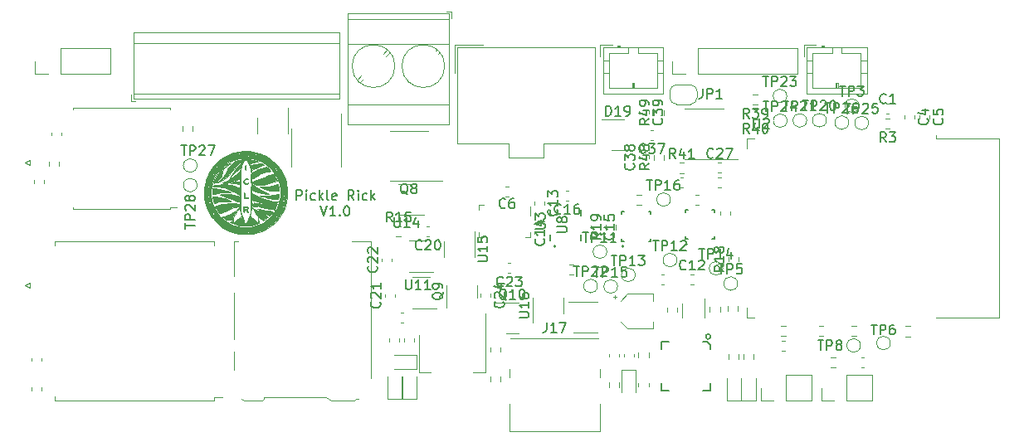
<source format=gbr>
%TF.GenerationSoftware,KiCad,Pcbnew,(6.0.1-0)*%
%TF.CreationDate,2022-03-21T22:53:49+00:00*%
%TF.ProjectId,PickleRick,5069636b-6c65-4526-9963-6b2e6b696361,rev?*%
%TF.SameCoordinates,Original*%
%TF.FileFunction,Legend,Top*%
%TF.FilePolarity,Positive*%
%FSLAX46Y46*%
G04 Gerber Fmt 4.6, Leading zero omitted, Abs format (unit mm)*
G04 Created by KiCad (PCBNEW (6.0.1-0)) date 2022-03-21 22:53:49*
%MOMM*%
%LPD*%
G01*
G04 APERTURE LIST*
%ADD10C,0.150000*%
%ADD11C,0.120000*%
%ADD12C,0.010000*%
%ADD13C,0.127000*%
%ADD14C,0.200000*%
G04 APERTURE END LIST*
D10*
X134443809Y-76027380D02*
X134443809Y-75027380D01*
X134824761Y-75027380D01*
X134920000Y-75075000D01*
X134967619Y-75122619D01*
X135015238Y-75217857D01*
X135015238Y-75360714D01*
X134967619Y-75455952D01*
X134920000Y-75503571D01*
X134824761Y-75551190D01*
X134443809Y-75551190D01*
X135443809Y-76027380D02*
X135443809Y-75360714D01*
X135443809Y-75027380D02*
X135396190Y-75075000D01*
X135443809Y-75122619D01*
X135491428Y-75075000D01*
X135443809Y-75027380D01*
X135443809Y-75122619D01*
X136348571Y-75979761D02*
X136253333Y-76027380D01*
X136062857Y-76027380D01*
X135967619Y-75979761D01*
X135920000Y-75932142D01*
X135872380Y-75836904D01*
X135872380Y-75551190D01*
X135920000Y-75455952D01*
X135967619Y-75408333D01*
X136062857Y-75360714D01*
X136253333Y-75360714D01*
X136348571Y-75408333D01*
X136777142Y-76027380D02*
X136777142Y-75027380D01*
X136872380Y-75646428D02*
X137158095Y-76027380D01*
X137158095Y-75360714D02*
X136777142Y-75741666D01*
X137729523Y-76027380D02*
X137634285Y-75979761D01*
X137586666Y-75884523D01*
X137586666Y-75027380D01*
X138491428Y-75979761D02*
X138396190Y-76027380D01*
X138205714Y-76027380D01*
X138110476Y-75979761D01*
X138062857Y-75884523D01*
X138062857Y-75503571D01*
X138110476Y-75408333D01*
X138205714Y-75360714D01*
X138396190Y-75360714D01*
X138491428Y-75408333D01*
X138539047Y-75503571D01*
X138539047Y-75598809D01*
X138062857Y-75694047D01*
X140300952Y-76027380D02*
X139967619Y-75551190D01*
X139729523Y-76027380D02*
X139729523Y-75027380D01*
X140110476Y-75027380D01*
X140205714Y-75075000D01*
X140253333Y-75122619D01*
X140300952Y-75217857D01*
X140300952Y-75360714D01*
X140253333Y-75455952D01*
X140205714Y-75503571D01*
X140110476Y-75551190D01*
X139729523Y-75551190D01*
X140729523Y-76027380D02*
X140729523Y-75360714D01*
X140729523Y-75027380D02*
X140681904Y-75075000D01*
X140729523Y-75122619D01*
X140777142Y-75075000D01*
X140729523Y-75027380D01*
X140729523Y-75122619D01*
X141634285Y-75979761D02*
X141539047Y-76027380D01*
X141348571Y-76027380D01*
X141253333Y-75979761D01*
X141205714Y-75932142D01*
X141158095Y-75836904D01*
X141158095Y-75551190D01*
X141205714Y-75455952D01*
X141253333Y-75408333D01*
X141348571Y-75360714D01*
X141539047Y-75360714D01*
X141634285Y-75408333D01*
X142062857Y-76027380D02*
X142062857Y-75027380D01*
X142158095Y-75646428D02*
X142443809Y-76027380D01*
X142443809Y-75360714D02*
X142062857Y-75741666D01*
X136896190Y-76637380D02*
X137229523Y-77637380D01*
X137562857Y-76637380D01*
X138420000Y-77637380D02*
X137848571Y-77637380D01*
X138134285Y-77637380D02*
X138134285Y-76637380D01*
X138039047Y-76780238D01*
X137943809Y-76875476D01*
X137848571Y-76923095D01*
X138848571Y-77542142D02*
X138896190Y-77589761D01*
X138848571Y-77637380D01*
X138800952Y-77589761D01*
X138848571Y-77542142D01*
X138848571Y-77637380D01*
X139515238Y-76637380D02*
X139610476Y-76637380D01*
X139705714Y-76685000D01*
X139753333Y-76732619D01*
X139800952Y-76827857D01*
X139848571Y-77018333D01*
X139848571Y-77256428D01*
X139800952Y-77446904D01*
X139753333Y-77542142D01*
X139705714Y-77589761D01*
X139610476Y-77637380D01*
X139515238Y-77637380D01*
X139420000Y-77589761D01*
X139372380Y-77542142D01*
X139324761Y-77446904D01*
X139277142Y-77256428D01*
X139277142Y-77018333D01*
X139324761Y-76827857D01*
X139372380Y-76732619D01*
X139420000Y-76685000D01*
X139515238Y-76637380D01*
%TO.C,U3*%
X158777380Y-78961904D02*
X159586904Y-78961904D01*
X159682142Y-78914285D01*
X159729761Y-78866666D01*
X159777380Y-78771428D01*
X159777380Y-78580952D01*
X159729761Y-78485714D01*
X159682142Y-78438095D01*
X159586904Y-78390476D01*
X158777380Y-78390476D01*
X158777380Y-78009523D02*
X158777380Y-77390476D01*
X159158333Y-77723809D01*
X159158333Y-77580952D01*
X159205952Y-77485714D01*
X159253571Y-77438095D01*
X159348809Y-77390476D01*
X159586904Y-77390476D01*
X159682142Y-77438095D01*
X159729761Y-77485714D01*
X159777380Y-77580952D01*
X159777380Y-77866666D01*
X159729761Y-77961904D01*
X159682142Y-78009523D01*
%TO.C,U2*%
X181098095Y-67722380D02*
X181098095Y-68531904D01*
X181145714Y-68627142D01*
X181193333Y-68674761D01*
X181288571Y-68722380D01*
X181479047Y-68722380D01*
X181574285Y-68674761D01*
X181621904Y-68627142D01*
X181669523Y-68531904D01*
X181669523Y-67722380D01*
X182098095Y-67817619D02*
X182145714Y-67770000D01*
X182240952Y-67722380D01*
X182479047Y-67722380D01*
X182574285Y-67770000D01*
X182621904Y-67817619D01*
X182669523Y-67912857D01*
X182669523Y-68008095D01*
X182621904Y-68150952D01*
X182050476Y-68722380D01*
X182669523Y-68722380D01*
%TO.C,R49*%
X170442380Y-67738216D02*
X169966190Y-68071549D01*
X170442380Y-68309644D02*
X169442380Y-68309644D01*
X169442380Y-67928692D01*
X169490000Y-67833454D01*
X169537619Y-67785835D01*
X169632857Y-67738216D01*
X169775714Y-67738216D01*
X169870952Y-67785835D01*
X169918571Y-67833454D01*
X169966190Y-67928692D01*
X169966190Y-68309644D01*
X169775714Y-66881073D02*
X170442380Y-66881073D01*
X169394761Y-67119168D02*
X170109047Y-67357263D01*
X170109047Y-66738216D01*
X170442380Y-66309644D02*
X170442380Y-66119168D01*
X170394761Y-66023930D01*
X170347142Y-65976311D01*
X170204285Y-65881073D01*
X170013809Y-65833454D01*
X169632857Y-65833454D01*
X169537619Y-65881073D01*
X169490000Y-65928692D01*
X169442380Y-66023930D01*
X169442380Y-66214406D01*
X169490000Y-66309644D01*
X169537619Y-66357263D01*
X169632857Y-66404882D01*
X169870952Y-66404882D01*
X169966190Y-66357263D01*
X170013809Y-66309644D01*
X170061428Y-66214406D01*
X170061428Y-66023930D01*
X170013809Y-65928692D01*
X169966190Y-65881073D01*
X169870952Y-65833454D01*
%TO.C,C1*%
X194583333Y-66072142D02*
X194535714Y-66119761D01*
X194392857Y-66167380D01*
X194297619Y-66167380D01*
X194154761Y-66119761D01*
X194059523Y-66024523D01*
X194011904Y-65929285D01*
X193964285Y-65738809D01*
X193964285Y-65595952D01*
X194011904Y-65405476D01*
X194059523Y-65310238D01*
X194154761Y-65215000D01*
X194297619Y-65167380D01*
X194392857Y-65167380D01*
X194535714Y-65215000D01*
X194583333Y-65262619D01*
X195535714Y-66167380D02*
X194964285Y-66167380D01*
X195250000Y-66167380D02*
X195250000Y-65167380D01*
X195154761Y-65310238D01*
X195059523Y-65405476D01*
X194964285Y-65453095D01*
%TO.C,C5*%
X200307142Y-67706666D02*
X200354761Y-67754285D01*
X200402380Y-67897142D01*
X200402380Y-67992380D01*
X200354761Y-68135238D01*
X200259523Y-68230476D01*
X200164285Y-68278095D01*
X199973809Y-68325714D01*
X199830952Y-68325714D01*
X199640476Y-68278095D01*
X199545238Y-68230476D01*
X199450000Y-68135238D01*
X199402380Y-67992380D01*
X199402380Y-67897142D01*
X199450000Y-67754285D01*
X199497619Y-67706666D01*
X199402380Y-66801904D02*
X199402380Y-67278095D01*
X199878571Y-67325714D01*
X199830952Y-67278095D01*
X199783333Y-67182857D01*
X199783333Y-66944761D01*
X199830952Y-66849523D01*
X199878571Y-66801904D01*
X199973809Y-66754285D01*
X200211904Y-66754285D01*
X200307142Y-66801904D01*
X200354761Y-66849523D01*
X200402380Y-66944761D01*
X200402380Y-67182857D01*
X200354761Y-67278095D01*
X200307142Y-67325714D01*
%TO.C,TP15*%
X164761904Y-82854380D02*
X165333333Y-82854380D01*
X165047619Y-83854380D02*
X165047619Y-82854380D01*
X165666666Y-83854380D02*
X165666666Y-82854380D01*
X166047619Y-82854380D01*
X166142857Y-82902000D01*
X166190476Y-82949619D01*
X166238095Y-83044857D01*
X166238095Y-83187714D01*
X166190476Y-83282952D01*
X166142857Y-83330571D01*
X166047619Y-83378190D01*
X165666666Y-83378190D01*
X167190476Y-83854380D02*
X166619047Y-83854380D01*
X166904761Y-83854380D02*
X166904761Y-82854380D01*
X166809523Y-82997238D01*
X166714285Y-83092476D01*
X166619047Y-83140095D01*
X168095238Y-82854380D02*
X167619047Y-82854380D01*
X167571428Y-83330571D01*
X167619047Y-83282952D01*
X167714285Y-83235333D01*
X167952380Y-83235333D01*
X168047619Y-83282952D01*
X168095238Y-83330571D01*
X168142857Y-83425809D01*
X168142857Y-83663904D01*
X168095238Y-83759142D01*
X168047619Y-83806761D01*
X167952380Y-83854380D01*
X167714285Y-83854380D01*
X167619047Y-83806761D01*
X167571428Y-83759142D01*
%TO.C,TP6*%
X193078095Y-88752380D02*
X193649523Y-88752380D01*
X193363809Y-89752380D02*
X193363809Y-88752380D01*
X193982857Y-89752380D02*
X193982857Y-88752380D01*
X194363809Y-88752380D01*
X194459047Y-88800000D01*
X194506666Y-88847619D01*
X194554285Y-88942857D01*
X194554285Y-89085714D01*
X194506666Y-89180952D01*
X194459047Y-89228571D01*
X194363809Y-89276190D01*
X193982857Y-89276190D01*
X195411428Y-88752380D02*
X195220952Y-88752380D01*
X195125714Y-88800000D01*
X195078095Y-88847619D01*
X194982857Y-88990476D01*
X194935238Y-89180952D01*
X194935238Y-89561904D01*
X194982857Y-89657142D01*
X195030476Y-89704761D01*
X195125714Y-89752380D01*
X195316190Y-89752380D01*
X195411428Y-89704761D01*
X195459047Y-89657142D01*
X195506666Y-89561904D01*
X195506666Y-89323809D01*
X195459047Y-89228571D01*
X195411428Y-89180952D01*
X195316190Y-89133333D01*
X195125714Y-89133333D01*
X195030476Y-89180952D01*
X194982857Y-89228571D01*
X194935238Y-89323809D01*
%TO.C,C6*%
X155743333Y-76767142D02*
X155695714Y-76814761D01*
X155552857Y-76862380D01*
X155457619Y-76862380D01*
X155314761Y-76814761D01*
X155219523Y-76719523D01*
X155171904Y-76624285D01*
X155124285Y-76433809D01*
X155124285Y-76290952D01*
X155171904Y-76100476D01*
X155219523Y-76005238D01*
X155314761Y-75910000D01*
X155457619Y-75862380D01*
X155552857Y-75862380D01*
X155695714Y-75910000D01*
X155743333Y-75957619D01*
X156600476Y-75862380D02*
X156410000Y-75862380D01*
X156314761Y-75910000D01*
X156267142Y-75957619D01*
X156171904Y-76100476D01*
X156124285Y-76290952D01*
X156124285Y-76671904D01*
X156171904Y-76767142D01*
X156219523Y-76814761D01*
X156314761Y-76862380D01*
X156505238Y-76862380D01*
X156600476Y-76814761D01*
X156648095Y-76767142D01*
X156695714Y-76671904D01*
X156695714Y-76433809D01*
X156648095Y-76338571D01*
X156600476Y-76290952D01*
X156505238Y-76243333D01*
X156314761Y-76243333D01*
X156219523Y-76290952D01*
X156171904Y-76338571D01*
X156124285Y-76433809D01*
%TO.C,R3*%
X194583333Y-70102380D02*
X194250000Y-69626190D01*
X194011904Y-70102380D02*
X194011904Y-69102380D01*
X194392857Y-69102380D01*
X194488095Y-69150000D01*
X194535714Y-69197619D01*
X194583333Y-69292857D01*
X194583333Y-69435714D01*
X194535714Y-69530952D01*
X194488095Y-69578571D01*
X194392857Y-69626190D01*
X194011904Y-69626190D01*
X194916666Y-69102380D02*
X195535714Y-69102380D01*
X195202380Y-69483333D01*
X195345238Y-69483333D01*
X195440476Y-69530952D01*
X195488095Y-69578571D01*
X195535714Y-69673809D01*
X195535714Y-69911904D01*
X195488095Y-70007142D01*
X195440476Y-70054761D01*
X195345238Y-70102380D01*
X195059523Y-70102380D01*
X194964285Y-70054761D01*
X194916666Y-70007142D01*
%TO.C,TP12*%
X170811904Y-80154380D02*
X171383333Y-80154380D01*
X171097619Y-81154380D02*
X171097619Y-80154380D01*
X171716666Y-81154380D02*
X171716666Y-80154380D01*
X172097619Y-80154380D01*
X172192857Y-80202000D01*
X172240476Y-80249619D01*
X172288095Y-80344857D01*
X172288095Y-80487714D01*
X172240476Y-80582952D01*
X172192857Y-80630571D01*
X172097619Y-80678190D01*
X171716666Y-80678190D01*
X173240476Y-81154380D02*
X172669047Y-81154380D01*
X172954761Y-81154380D02*
X172954761Y-80154380D01*
X172859523Y-80297238D01*
X172764285Y-80392476D01*
X172669047Y-80440095D01*
X173621428Y-80249619D02*
X173669047Y-80202000D01*
X173764285Y-80154380D01*
X174002380Y-80154380D01*
X174097619Y-80202000D01*
X174145238Y-80249619D01*
X174192857Y-80344857D01*
X174192857Y-80440095D01*
X174145238Y-80582952D01*
X173573809Y-81154380D01*
X174192857Y-81154380D01*
%TO.C,TP14*%
X175511904Y-81004380D02*
X176083333Y-81004380D01*
X175797619Y-82004380D02*
X175797619Y-81004380D01*
X176416666Y-82004380D02*
X176416666Y-81004380D01*
X176797619Y-81004380D01*
X176892857Y-81052000D01*
X176940476Y-81099619D01*
X176988095Y-81194857D01*
X176988095Y-81337714D01*
X176940476Y-81432952D01*
X176892857Y-81480571D01*
X176797619Y-81528190D01*
X176416666Y-81528190D01*
X177940476Y-82004380D02*
X177369047Y-82004380D01*
X177654761Y-82004380D02*
X177654761Y-81004380D01*
X177559523Y-81147238D01*
X177464285Y-81242476D01*
X177369047Y-81290095D01*
X178797619Y-81337714D02*
X178797619Y-82004380D01*
X178559523Y-80956761D02*
X178321428Y-81671047D01*
X178940476Y-81671047D01*
%TO.C,TP26*%
X188341904Y-66124380D02*
X188913333Y-66124380D01*
X188627619Y-67124380D02*
X188627619Y-66124380D01*
X189246666Y-67124380D02*
X189246666Y-66124380D01*
X189627619Y-66124380D01*
X189722857Y-66172000D01*
X189770476Y-66219619D01*
X189818095Y-66314857D01*
X189818095Y-66457714D01*
X189770476Y-66552952D01*
X189722857Y-66600571D01*
X189627619Y-66648190D01*
X189246666Y-66648190D01*
X190199047Y-66219619D02*
X190246666Y-66172000D01*
X190341904Y-66124380D01*
X190580000Y-66124380D01*
X190675238Y-66172000D01*
X190722857Y-66219619D01*
X190770476Y-66314857D01*
X190770476Y-66410095D01*
X190722857Y-66552952D01*
X190151428Y-67124380D01*
X190770476Y-67124380D01*
X191627619Y-66124380D02*
X191437142Y-66124380D01*
X191341904Y-66172000D01*
X191294285Y-66219619D01*
X191199047Y-66362476D01*
X191151428Y-66552952D01*
X191151428Y-66933904D01*
X191199047Y-67029142D01*
X191246666Y-67076761D01*
X191341904Y-67124380D01*
X191532380Y-67124380D01*
X191627619Y-67076761D01*
X191675238Y-67029142D01*
X191722857Y-66933904D01*
X191722857Y-66695809D01*
X191675238Y-66600571D01*
X191627619Y-66552952D01*
X191532380Y-66505333D01*
X191341904Y-66505333D01*
X191246666Y-66552952D01*
X191199047Y-66600571D01*
X191151428Y-66695809D01*
%TO.C,C23*%
X155512142Y-84747142D02*
X155464523Y-84794761D01*
X155321666Y-84842380D01*
X155226428Y-84842380D01*
X155083571Y-84794761D01*
X154988333Y-84699523D01*
X154940714Y-84604285D01*
X154893095Y-84413809D01*
X154893095Y-84270952D01*
X154940714Y-84080476D01*
X154988333Y-83985238D01*
X155083571Y-83890000D01*
X155226428Y-83842380D01*
X155321666Y-83842380D01*
X155464523Y-83890000D01*
X155512142Y-83937619D01*
X155893095Y-83937619D02*
X155940714Y-83890000D01*
X156035952Y-83842380D01*
X156274047Y-83842380D01*
X156369285Y-83890000D01*
X156416904Y-83937619D01*
X156464523Y-84032857D01*
X156464523Y-84128095D01*
X156416904Y-84270952D01*
X155845476Y-84842380D01*
X156464523Y-84842380D01*
X156797857Y-83842380D02*
X157416904Y-83842380D01*
X157083571Y-84223333D01*
X157226428Y-84223333D01*
X157321666Y-84270952D01*
X157369285Y-84318571D01*
X157416904Y-84413809D01*
X157416904Y-84651904D01*
X157369285Y-84747142D01*
X157321666Y-84794761D01*
X157226428Y-84842380D01*
X156940714Y-84842380D01*
X156845476Y-84794761D01*
X156797857Y-84747142D01*
%TO.C,Q10*%
X155878571Y-86222619D02*
X155783333Y-86175000D01*
X155688095Y-86079761D01*
X155545238Y-85936904D01*
X155450000Y-85889285D01*
X155354761Y-85889285D01*
X155402380Y-86127380D02*
X155307142Y-86079761D01*
X155211904Y-85984523D01*
X155164285Y-85794047D01*
X155164285Y-85460714D01*
X155211904Y-85270238D01*
X155307142Y-85175000D01*
X155402380Y-85127380D01*
X155592857Y-85127380D01*
X155688095Y-85175000D01*
X155783333Y-85270238D01*
X155830952Y-85460714D01*
X155830952Y-85794047D01*
X155783333Y-85984523D01*
X155688095Y-86079761D01*
X155592857Y-86127380D01*
X155402380Y-86127380D01*
X156783333Y-86127380D02*
X156211904Y-86127380D01*
X156497619Y-86127380D02*
X156497619Y-85127380D01*
X156402380Y-85270238D01*
X156307142Y-85365476D01*
X156211904Y-85413095D01*
X157402380Y-85127380D02*
X157497619Y-85127380D01*
X157592857Y-85175000D01*
X157640476Y-85222619D01*
X157688095Y-85317857D01*
X157735714Y-85508333D01*
X157735714Y-85746428D01*
X157688095Y-85936904D01*
X157640476Y-86032142D01*
X157592857Y-86079761D01*
X157497619Y-86127380D01*
X157402380Y-86127380D01*
X157307142Y-86079761D01*
X157259523Y-86032142D01*
X157211904Y-85936904D01*
X157164285Y-85746428D01*
X157164285Y-85508333D01*
X157211904Y-85317857D01*
X157259523Y-85222619D01*
X157307142Y-85175000D01*
X157402380Y-85127380D01*
%TO.C,R15*%
X144207142Y-78247380D02*
X143873809Y-77771190D01*
X143635714Y-78247380D02*
X143635714Y-77247380D01*
X144016666Y-77247380D01*
X144111904Y-77295000D01*
X144159523Y-77342619D01*
X144207142Y-77437857D01*
X144207142Y-77580714D01*
X144159523Y-77675952D01*
X144111904Y-77723571D01*
X144016666Y-77771190D01*
X143635714Y-77771190D01*
X145159523Y-78247380D02*
X144588095Y-78247380D01*
X144873809Y-78247380D02*
X144873809Y-77247380D01*
X144778571Y-77390238D01*
X144683333Y-77485476D01*
X144588095Y-77533095D01*
X146064285Y-77247380D02*
X145588095Y-77247380D01*
X145540476Y-77723571D01*
X145588095Y-77675952D01*
X145683333Y-77628333D01*
X145921428Y-77628333D01*
X146016666Y-77675952D01*
X146064285Y-77723571D01*
X146111904Y-77818809D01*
X146111904Y-78056904D01*
X146064285Y-78152142D01*
X146016666Y-78199761D01*
X145921428Y-78247380D01*
X145683333Y-78247380D01*
X145588095Y-78199761D01*
X145540476Y-78152142D01*
%TO.C,U15*%
X152927380Y-82288095D02*
X153736904Y-82288095D01*
X153832142Y-82240476D01*
X153879761Y-82192857D01*
X153927380Y-82097619D01*
X153927380Y-81907142D01*
X153879761Y-81811904D01*
X153832142Y-81764285D01*
X153736904Y-81716666D01*
X152927380Y-81716666D01*
X153927380Y-80716666D02*
X153927380Y-81288095D01*
X153927380Y-81002380D02*
X152927380Y-81002380D01*
X153070238Y-81097619D01*
X153165476Y-81192857D01*
X153213095Y-81288095D01*
X152927380Y-79811904D02*
X152927380Y-80288095D01*
X153403571Y-80335714D01*
X153355952Y-80288095D01*
X153308333Y-80192857D01*
X153308333Y-79954761D01*
X153355952Y-79859523D01*
X153403571Y-79811904D01*
X153498809Y-79764285D01*
X153736904Y-79764285D01*
X153832142Y-79811904D01*
X153879761Y-79859523D01*
X153927380Y-79954761D01*
X153927380Y-80192857D01*
X153879761Y-80288095D01*
X153832142Y-80335714D01*
%TO.C,C15*%
X166757142Y-79426357D02*
X166804761Y-79473976D01*
X166852380Y-79616833D01*
X166852380Y-79712071D01*
X166804761Y-79854928D01*
X166709523Y-79950166D01*
X166614285Y-79997785D01*
X166423809Y-80045404D01*
X166280952Y-80045404D01*
X166090476Y-79997785D01*
X165995238Y-79950166D01*
X165900000Y-79854928D01*
X165852380Y-79712071D01*
X165852380Y-79616833D01*
X165900000Y-79473976D01*
X165947619Y-79426357D01*
X166852380Y-78473976D02*
X166852380Y-79045404D01*
X166852380Y-78759690D02*
X165852380Y-78759690D01*
X165995238Y-78854928D01*
X166090476Y-78950166D01*
X166138095Y-79045404D01*
X165852380Y-77569214D02*
X165852380Y-78045404D01*
X166328571Y-78093023D01*
X166280952Y-78045404D01*
X166233333Y-77950166D01*
X166233333Y-77712071D01*
X166280952Y-77616833D01*
X166328571Y-77569214D01*
X166423809Y-77521595D01*
X166661904Y-77521595D01*
X166757142Y-77569214D01*
X166804761Y-77616833D01*
X166852380Y-77712071D01*
X166852380Y-77950166D01*
X166804761Y-78045404D01*
X166757142Y-78093023D01*
%TO.C,TP24*%
X182061904Y-65929380D02*
X182633333Y-65929380D01*
X182347619Y-66929380D02*
X182347619Y-65929380D01*
X182966666Y-66929380D02*
X182966666Y-65929380D01*
X183347619Y-65929380D01*
X183442857Y-65977000D01*
X183490476Y-66024619D01*
X183538095Y-66119857D01*
X183538095Y-66262714D01*
X183490476Y-66357952D01*
X183442857Y-66405571D01*
X183347619Y-66453190D01*
X182966666Y-66453190D01*
X183919047Y-66024619D02*
X183966666Y-65977000D01*
X184061904Y-65929380D01*
X184300000Y-65929380D01*
X184395238Y-65977000D01*
X184442857Y-66024619D01*
X184490476Y-66119857D01*
X184490476Y-66215095D01*
X184442857Y-66357952D01*
X183871428Y-66929380D01*
X184490476Y-66929380D01*
X185347619Y-66262714D02*
X185347619Y-66929380D01*
X185109523Y-65881761D02*
X184871428Y-66596047D01*
X185490476Y-66596047D01*
%TO.C,R41*%
X173112142Y-71772380D02*
X172778809Y-71296190D01*
X172540714Y-71772380D02*
X172540714Y-70772380D01*
X172921666Y-70772380D01*
X173016904Y-70820000D01*
X173064523Y-70867619D01*
X173112142Y-70962857D01*
X173112142Y-71105714D01*
X173064523Y-71200952D01*
X173016904Y-71248571D01*
X172921666Y-71296190D01*
X172540714Y-71296190D01*
X173969285Y-71105714D02*
X173969285Y-71772380D01*
X173731190Y-70724761D02*
X173493095Y-71439047D01*
X174112142Y-71439047D01*
X175016904Y-71772380D02*
X174445476Y-71772380D01*
X174731190Y-71772380D02*
X174731190Y-70772380D01*
X174635952Y-70915238D01*
X174540714Y-71010476D01*
X174445476Y-71058095D01*
%TO.C,C13*%
X161017142Y-76981357D02*
X161064761Y-77028976D01*
X161112380Y-77171833D01*
X161112380Y-77267071D01*
X161064761Y-77409928D01*
X160969523Y-77505166D01*
X160874285Y-77552785D01*
X160683809Y-77600404D01*
X160540952Y-77600404D01*
X160350476Y-77552785D01*
X160255238Y-77505166D01*
X160160000Y-77409928D01*
X160112380Y-77267071D01*
X160112380Y-77171833D01*
X160160000Y-77028976D01*
X160207619Y-76981357D01*
X161112380Y-76028976D02*
X161112380Y-76600404D01*
X161112380Y-76314690D02*
X160112380Y-76314690D01*
X160255238Y-76409928D01*
X160350476Y-76505166D01*
X160398095Y-76600404D01*
X160112380Y-75695642D02*
X160112380Y-75076595D01*
X160493333Y-75409928D01*
X160493333Y-75267071D01*
X160540952Y-75171833D01*
X160588571Y-75124214D01*
X160683809Y-75076595D01*
X160921904Y-75076595D01*
X161017142Y-75124214D01*
X161064761Y-75171833D01*
X161112380Y-75267071D01*
X161112380Y-75552785D01*
X161064761Y-75648023D01*
X161017142Y-75695642D01*
%TO.C,C24*%
X155537142Y-86392857D02*
X155584761Y-86440476D01*
X155632380Y-86583333D01*
X155632380Y-86678571D01*
X155584761Y-86821428D01*
X155489523Y-86916666D01*
X155394285Y-86964285D01*
X155203809Y-87011904D01*
X155060952Y-87011904D01*
X154870476Y-86964285D01*
X154775238Y-86916666D01*
X154680000Y-86821428D01*
X154632380Y-86678571D01*
X154632380Y-86583333D01*
X154680000Y-86440476D01*
X154727619Y-86392857D01*
X154727619Y-86011904D02*
X154680000Y-85964285D01*
X154632380Y-85869047D01*
X154632380Y-85630952D01*
X154680000Y-85535714D01*
X154727619Y-85488095D01*
X154822857Y-85440476D01*
X154918095Y-85440476D01*
X155060952Y-85488095D01*
X155632380Y-86059523D01*
X155632380Y-85440476D01*
X154965714Y-84583333D02*
X155632380Y-84583333D01*
X154584761Y-84821428D02*
X155299047Y-85059523D01*
X155299047Y-84440476D01*
%TO.C,U11*%
X145586904Y-84152380D02*
X145586904Y-84961904D01*
X145634523Y-85057142D01*
X145682142Y-85104761D01*
X145777380Y-85152380D01*
X145967857Y-85152380D01*
X146063095Y-85104761D01*
X146110714Y-85057142D01*
X146158333Y-84961904D01*
X146158333Y-84152380D01*
X147158333Y-85152380D02*
X146586904Y-85152380D01*
X146872619Y-85152380D02*
X146872619Y-84152380D01*
X146777380Y-84295238D01*
X146682142Y-84390476D01*
X146586904Y-84438095D01*
X148110714Y-85152380D02*
X147539285Y-85152380D01*
X147825000Y-85152380D02*
X147825000Y-84152380D01*
X147729761Y-84295238D01*
X147634523Y-84390476D01*
X147539285Y-84438095D01*
%TO.C,R40*%
X180627142Y-69192380D02*
X180293809Y-68716190D01*
X180055714Y-69192380D02*
X180055714Y-68192380D01*
X180436666Y-68192380D01*
X180531904Y-68240000D01*
X180579523Y-68287619D01*
X180627142Y-68382857D01*
X180627142Y-68525714D01*
X180579523Y-68620952D01*
X180531904Y-68668571D01*
X180436666Y-68716190D01*
X180055714Y-68716190D01*
X181484285Y-68525714D02*
X181484285Y-69192380D01*
X181246190Y-68144761D02*
X181008095Y-68859047D01*
X181627142Y-68859047D01*
X182198571Y-68192380D02*
X182293809Y-68192380D01*
X182389047Y-68240000D01*
X182436666Y-68287619D01*
X182484285Y-68382857D01*
X182531904Y-68573333D01*
X182531904Y-68811428D01*
X182484285Y-69001904D01*
X182436666Y-69097142D01*
X182389047Y-69144761D01*
X182293809Y-69192380D01*
X182198571Y-69192380D01*
X182103333Y-69144761D01*
X182055714Y-69097142D01*
X182008095Y-69001904D01*
X181960476Y-68811428D01*
X181960476Y-68573333D01*
X182008095Y-68382857D01*
X182055714Y-68287619D01*
X182103333Y-68240000D01*
X182198571Y-68192380D01*
%TO.C,TP11*%
X163661904Y-79304380D02*
X164233333Y-79304380D01*
X163947619Y-80304380D02*
X163947619Y-79304380D01*
X164566666Y-80304380D02*
X164566666Y-79304380D01*
X164947619Y-79304380D01*
X165042857Y-79352000D01*
X165090476Y-79399619D01*
X165138095Y-79494857D01*
X165138095Y-79637714D01*
X165090476Y-79732952D01*
X165042857Y-79780571D01*
X164947619Y-79828190D01*
X164566666Y-79828190D01*
X166090476Y-80304380D02*
X165519047Y-80304380D01*
X165804761Y-80304380D02*
X165804761Y-79304380D01*
X165709523Y-79447238D01*
X165614285Y-79542476D01*
X165519047Y-79590095D01*
X167042857Y-80304380D02*
X166471428Y-80304380D01*
X166757142Y-80304380D02*
X166757142Y-79304380D01*
X166661904Y-79447238D01*
X166566666Y-79542476D01*
X166471428Y-79590095D01*
%TO.C,TP28*%
X123092380Y-78938095D02*
X123092380Y-78366666D01*
X124092380Y-78652380D02*
X123092380Y-78652380D01*
X124092380Y-78033333D02*
X123092380Y-78033333D01*
X123092380Y-77652380D01*
X123140000Y-77557142D01*
X123187619Y-77509523D01*
X123282857Y-77461904D01*
X123425714Y-77461904D01*
X123520952Y-77509523D01*
X123568571Y-77557142D01*
X123616190Y-77652380D01*
X123616190Y-78033333D01*
X123187619Y-77080952D02*
X123140000Y-77033333D01*
X123092380Y-76938095D01*
X123092380Y-76700000D01*
X123140000Y-76604761D01*
X123187619Y-76557142D01*
X123282857Y-76509523D01*
X123378095Y-76509523D01*
X123520952Y-76557142D01*
X124092380Y-77128571D01*
X124092380Y-76509523D01*
X123520952Y-75938095D02*
X123473333Y-76033333D01*
X123425714Y-76080952D01*
X123330476Y-76128571D01*
X123282857Y-76128571D01*
X123187619Y-76080952D01*
X123140000Y-76033333D01*
X123092380Y-75938095D01*
X123092380Y-75747619D01*
X123140000Y-75652380D01*
X123187619Y-75604761D01*
X123282857Y-75557142D01*
X123330476Y-75557142D01*
X123425714Y-75604761D01*
X123473333Y-75652380D01*
X123520952Y-75747619D01*
X123520952Y-75938095D01*
X123568571Y-76033333D01*
X123616190Y-76080952D01*
X123711428Y-76128571D01*
X123901904Y-76128571D01*
X123997142Y-76080952D01*
X124044761Y-76033333D01*
X124092380Y-75938095D01*
X124092380Y-75747619D01*
X124044761Y-75652380D01*
X123997142Y-75604761D01*
X123901904Y-75557142D01*
X123711428Y-75557142D01*
X123616190Y-75604761D01*
X123568571Y-75652380D01*
X123520952Y-75747619D01*
%TO.C,C20*%
X147207142Y-81012142D02*
X147159523Y-81059761D01*
X147016666Y-81107380D01*
X146921428Y-81107380D01*
X146778571Y-81059761D01*
X146683333Y-80964523D01*
X146635714Y-80869285D01*
X146588095Y-80678809D01*
X146588095Y-80535952D01*
X146635714Y-80345476D01*
X146683333Y-80250238D01*
X146778571Y-80155000D01*
X146921428Y-80107380D01*
X147016666Y-80107380D01*
X147159523Y-80155000D01*
X147207142Y-80202619D01*
X147588095Y-80202619D02*
X147635714Y-80155000D01*
X147730952Y-80107380D01*
X147969047Y-80107380D01*
X148064285Y-80155000D01*
X148111904Y-80202619D01*
X148159523Y-80297857D01*
X148159523Y-80393095D01*
X148111904Y-80535952D01*
X147540476Y-81107380D01*
X148159523Y-81107380D01*
X148778571Y-80107380D02*
X148873809Y-80107380D01*
X148969047Y-80155000D01*
X149016666Y-80202619D01*
X149064285Y-80297857D01*
X149111904Y-80488333D01*
X149111904Y-80726428D01*
X149064285Y-80916904D01*
X149016666Y-81012142D01*
X148969047Y-81059761D01*
X148873809Y-81107380D01*
X148778571Y-81107380D01*
X148683333Y-81059761D01*
X148635714Y-81012142D01*
X148588095Y-80916904D01*
X148540476Y-80726428D01*
X148540476Y-80488333D01*
X148588095Y-80297857D01*
X148635714Y-80202619D01*
X148683333Y-80155000D01*
X148778571Y-80107380D01*
%TO.C,TP21*%
X184061904Y-65904380D02*
X184633333Y-65904380D01*
X184347619Y-66904380D02*
X184347619Y-65904380D01*
X184966666Y-66904380D02*
X184966666Y-65904380D01*
X185347619Y-65904380D01*
X185442857Y-65952000D01*
X185490476Y-65999619D01*
X185538095Y-66094857D01*
X185538095Y-66237714D01*
X185490476Y-66332952D01*
X185442857Y-66380571D01*
X185347619Y-66428190D01*
X184966666Y-66428190D01*
X185919047Y-65999619D02*
X185966666Y-65952000D01*
X186061904Y-65904380D01*
X186300000Y-65904380D01*
X186395238Y-65952000D01*
X186442857Y-65999619D01*
X186490476Y-66094857D01*
X186490476Y-66190095D01*
X186442857Y-66332952D01*
X185871428Y-66904380D01*
X186490476Y-66904380D01*
X187442857Y-66904380D02*
X186871428Y-66904380D01*
X187157142Y-66904380D02*
X187157142Y-65904380D01*
X187061904Y-66047238D01*
X186966666Y-66142476D01*
X186871428Y-66190095D01*
%TO.C,TP5*%
X177488095Y-82554380D02*
X178059523Y-82554380D01*
X177773809Y-83554380D02*
X177773809Y-82554380D01*
X178392857Y-83554380D02*
X178392857Y-82554380D01*
X178773809Y-82554380D01*
X178869047Y-82602000D01*
X178916666Y-82649619D01*
X178964285Y-82744857D01*
X178964285Y-82887714D01*
X178916666Y-82982952D01*
X178869047Y-83030571D01*
X178773809Y-83078190D01*
X178392857Y-83078190D01*
X179869047Y-82554380D02*
X179392857Y-82554380D01*
X179345238Y-83030571D01*
X179392857Y-82982952D01*
X179488095Y-82935333D01*
X179726190Y-82935333D01*
X179821428Y-82982952D01*
X179869047Y-83030571D01*
X179916666Y-83125809D01*
X179916666Y-83363904D01*
X179869047Y-83459142D01*
X179821428Y-83506761D01*
X179726190Y-83554380D01*
X179488095Y-83554380D01*
X179392857Y-83506761D01*
X179345238Y-83459142D01*
%TO.C,R19*%
X165502380Y-79426357D02*
X165026190Y-79759690D01*
X165502380Y-79997785D02*
X164502380Y-79997785D01*
X164502380Y-79616833D01*
X164550000Y-79521595D01*
X164597619Y-79473976D01*
X164692857Y-79426357D01*
X164835714Y-79426357D01*
X164930952Y-79473976D01*
X164978571Y-79521595D01*
X165026190Y-79616833D01*
X165026190Y-79997785D01*
X165502380Y-78473976D02*
X165502380Y-79045404D01*
X165502380Y-78759690D02*
X164502380Y-78759690D01*
X164645238Y-78854928D01*
X164740476Y-78950166D01*
X164788095Y-79045404D01*
X165502380Y-77997785D02*
X165502380Y-77807309D01*
X165454761Y-77712071D01*
X165407142Y-77664452D01*
X165264285Y-77569214D01*
X165073809Y-77521595D01*
X164692857Y-77521595D01*
X164597619Y-77569214D01*
X164550000Y-77616833D01*
X164502380Y-77712071D01*
X164502380Y-77902547D01*
X164550000Y-77997785D01*
X164597619Y-78045404D01*
X164692857Y-78093023D01*
X164930952Y-78093023D01*
X165026190Y-78045404D01*
X165073809Y-77997785D01*
X165121428Y-77902547D01*
X165121428Y-77712071D01*
X165073809Y-77616833D01*
X165026190Y-77569214D01*
X164930952Y-77521595D01*
%TO.C,J17*%
X159960476Y-88517380D02*
X159960476Y-89231666D01*
X159912857Y-89374523D01*
X159817619Y-89469761D01*
X159674761Y-89517380D01*
X159579523Y-89517380D01*
X160960476Y-89517380D02*
X160389047Y-89517380D01*
X160674761Y-89517380D02*
X160674761Y-88517380D01*
X160579523Y-88660238D01*
X160484285Y-88755476D01*
X160389047Y-88803095D01*
X161293809Y-88517380D02*
X161960476Y-88517380D01*
X161531904Y-89517380D01*
%TO.C,R18*%
X178047380Y-82717857D02*
X177571190Y-83051190D01*
X178047380Y-83289285D02*
X177047380Y-83289285D01*
X177047380Y-82908333D01*
X177095000Y-82813095D01*
X177142619Y-82765476D01*
X177237857Y-82717857D01*
X177380714Y-82717857D01*
X177475952Y-82765476D01*
X177523571Y-82813095D01*
X177571190Y-82908333D01*
X177571190Y-83289285D01*
X178047380Y-81765476D02*
X178047380Y-82336904D01*
X178047380Y-82051190D02*
X177047380Y-82051190D01*
X177190238Y-82146428D01*
X177285476Y-82241666D01*
X177333095Y-82336904D01*
X177475952Y-81194047D02*
X177428333Y-81289285D01*
X177380714Y-81336904D01*
X177285476Y-81384523D01*
X177237857Y-81384523D01*
X177142619Y-81336904D01*
X177095000Y-81289285D01*
X177047380Y-81194047D01*
X177047380Y-81003571D01*
X177095000Y-80908333D01*
X177142619Y-80860714D01*
X177237857Y-80813095D01*
X177285476Y-80813095D01*
X177380714Y-80860714D01*
X177428333Y-80908333D01*
X177475952Y-81003571D01*
X177475952Y-81194047D01*
X177523571Y-81289285D01*
X177571190Y-81336904D01*
X177666428Y-81384523D01*
X177856904Y-81384523D01*
X177952142Y-81336904D01*
X177999761Y-81289285D01*
X178047380Y-81194047D01*
X178047380Y-81003571D01*
X177999761Y-80908333D01*
X177952142Y-80860714D01*
X177856904Y-80813095D01*
X177666428Y-80813095D01*
X177571190Y-80860714D01*
X177523571Y-80908333D01*
X177475952Y-81003571D01*
%TO.C,Q9*%
X149422619Y-85445238D02*
X149375000Y-85540476D01*
X149279761Y-85635714D01*
X149136904Y-85778571D01*
X149089285Y-85873809D01*
X149089285Y-85969047D01*
X149327380Y-85921428D02*
X149279761Y-86016666D01*
X149184523Y-86111904D01*
X148994047Y-86159523D01*
X148660714Y-86159523D01*
X148470238Y-86111904D01*
X148375000Y-86016666D01*
X148327380Y-85921428D01*
X148327380Y-85730952D01*
X148375000Y-85635714D01*
X148470238Y-85540476D01*
X148660714Y-85492857D01*
X148994047Y-85492857D01*
X149184523Y-85540476D01*
X149279761Y-85635714D01*
X149327380Y-85730952D01*
X149327380Y-85921428D01*
X149327380Y-85016666D02*
X149327380Y-84826190D01*
X149279761Y-84730952D01*
X149232142Y-84683333D01*
X149089285Y-84588095D01*
X148898809Y-84540476D01*
X148517857Y-84540476D01*
X148422619Y-84588095D01*
X148375000Y-84635714D01*
X148327380Y-84730952D01*
X148327380Y-84921428D01*
X148375000Y-85016666D01*
X148422619Y-85064285D01*
X148517857Y-85111904D01*
X148755952Y-85111904D01*
X148851190Y-85064285D01*
X148898809Y-85016666D01*
X148946428Y-84921428D01*
X148946428Y-84730952D01*
X148898809Y-84635714D01*
X148851190Y-84588095D01*
X148755952Y-84540476D01*
%TO.C,TP25*%
X190361904Y-66164380D02*
X190933333Y-66164380D01*
X190647619Y-67164380D02*
X190647619Y-66164380D01*
X191266666Y-67164380D02*
X191266666Y-66164380D01*
X191647619Y-66164380D01*
X191742857Y-66212000D01*
X191790476Y-66259619D01*
X191838095Y-66354857D01*
X191838095Y-66497714D01*
X191790476Y-66592952D01*
X191742857Y-66640571D01*
X191647619Y-66688190D01*
X191266666Y-66688190D01*
X192219047Y-66259619D02*
X192266666Y-66212000D01*
X192361904Y-66164380D01*
X192600000Y-66164380D01*
X192695238Y-66212000D01*
X192742857Y-66259619D01*
X192790476Y-66354857D01*
X192790476Y-66450095D01*
X192742857Y-66592952D01*
X192171428Y-67164380D01*
X192790476Y-67164380D01*
X193695238Y-66164380D02*
X193219047Y-66164380D01*
X193171428Y-66640571D01*
X193219047Y-66592952D01*
X193314285Y-66545333D01*
X193552380Y-66545333D01*
X193647619Y-66592952D01*
X193695238Y-66640571D01*
X193742857Y-66735809D01*
X193742857Y-66973904D01*
X193695238Y-67069142D01*
X193647619Y-67116761D01*
X193552380Y-67164380D01*
X193314285Y-67164380D01*
X193219047Y-67116761D01*
X193171428Y-67069142D01*
%TO.C,C37*%
X170026783Y-71162142D02*
X169979164Y-71209761D01*
X169836307Y-71257380D01*
X169741069Y-71257380D01*
X169598212Y-71209761D01*
X169502974Y-71114523D01*
X169455355Y-71019285D01*
X169407736Y-70828809D01*
X169407736Y-70685952D01*
X169455355Y-70495476D01*
X169502974Y-70400238D01*
X169598212Y-70305000D01*
X169741069Y-70257380D01*
X169836307Y-70257380D01*
X169979164Y-70305000D01*
X170026783Y-70352619D01*
X170360117Y-70257380D02*
X170979164Y-70257380D01*
X170645831Y-70638333D01*
X170788688Y-70638333D01*
X170883926Y-70685952D01*
X170931545Y-70733571D01*
X170979164Y-70828809D01*
X170979164Y-71066904D01*
X170931545Y-71162142D01*
X170883926Y-71209761D01*
X170788688Y-71257380D01*
X170502974Y-71257380D01*
X170407736Y-71209761D01*
X170360117Y-71162142D01*
X171312498Y-70257380D02*
X171979164Y-70257380D01*
X171550593Y-71257380D01*
%TO.C,C12*%
X174152142Y-83057142D02*
X174104523Y-83104761D01*
X173961666Y-83152380D01*
X173866428Y-83152380D01*
X173723571Y-83104761D01*
X173628333Y-83009523D01*
X173580714Y-82914285D01*
X173533095Y-82723809D01*
X173533095Y-82580952D01*
X173580714Y-82390476D01*
X173628333Y-82295238D01*
X173723571Y-82200000D01*
X173866428Y-82152380D01*
X173961666Y-82152380D01*
X174104523Y-82200000D01*
X174152142Y-82247619D01*
X175104523Y-83152380D02*
X174533095Y-83152380D01*
X174818809Y-83152380D02*
X174818809Y-82152380D01*
X174723571Y-82295238D01*
X174628333Y-82390476D01*
X174533095Y-82438095D01*
X175485476Y-82247619D02*
X175533095Y-82200000D01*
X175628333Y-82152380D01*
X175866428Y-82152380D01*
X175961666Y-82200000D01*
X176009285Y-82247619D01*
X176056904Y-82342857D01*
X176056904Y-82438095D01*
X176009285Y-82580952D01*
X175437857Y-83152380D01*
X176056904Y-83152380D01*
%TO.C,TP23*%
X182036904Y-63404380D02*
X182608333Y-63404380D01*
X182322619Y-64404380D02*
X182322619Y-63404380D01*
X182941666Y-64404380D02*
X182941666Y-63404380D01*
X183322619Y-63404380D01*
X183417857Y-63452000D01*
X183465476Y-63499619D01*
X183513095Y-63594857D01*
X183513095Y-63737714D01*
X183465476Y-63832952D01*
X183417857Y-63880571D01*
X183322619Y-63928190D01*
X182941666Y-63928190D01*
X183894047Y-63499619D02*
X183941666Y-63452000D01*
X184036904Y-63404380D01*
X184275000Y-63404380D01*
X184370238Y-63452000D01*
X184417857Y-63499619D01*
X184465476Y-63594857D01*
X184465476Y-63690095D01*
X184417857Y-63832952D01*
X183846428Y-64404380D01*
X184465476Y-64404380D01*
X184798809Y-63404380D02*
X185417857Y-63404380D01*
X185084523Y-63785333D01*
X185227380Y-63785333D01*
X185322619Y-63832952D01*
X185370238Y-63880571D01*
X185417857Y-63975809D01*
X185417857Y-64213904D01*
X185370238Y-64309142D01*
X185322619Y-64356761D01*
X185227380Y-64404380D01*
X184941666Y-64404380D01*
X184846428Y-64356761D01*
X184798809Y-64309142D01*
%TO.C,C22*%
X142602142Y-82767857D02*
X142649761Y-82815476D01*
X142697380Y-82958333D01*
X142697380Y-83053571D01*
X142649761Y-83196428D01*
X142554523Y-83291666D01*
X142459285Y-83339285D01*
X142268809Y-83386904D01*
X142125952Y-83386904D01*
X141935476Y-83339285D01*
X141840238Y-83291666D01*
X141745000Y-83196428D01*
X141697380Y-83053571D01*
X141697380Y-82958333D01*
X141745000Y-82815476D01*
X141792619Y-82767857D01*
X141792619Y-82386904D02*
X141745000Y-82339285D01*
X141697380Y-82244047D01*
X141697380Y-82005952D01*
X141745000Y-81910714D01*
X141792619Y-81863095D01*
X141887857Y-81815476D01*
X141983095Y-81815476D01*
X142125952Y-81863095D01*
X142697380Y-82434523D01*
X142697380Y-81815476D01*
X141792619Y-81434523D02*
X141745000Y-81386904D01*
X141697380Y-81291666D01*
X141697380Y-81053571D01*
X141745000Y-80958333D01*
X141792619Y-80910714D01*
X141887857Y-80863095D01*
X141983095Y-80863095D01*
X142125952Y-80910714D01*
X142697380Y-81482142D01*
X142697380Y-80863095D01*
%TO.C,JP1*%
X175866666Y-64652380D02*
X175866666Y-65366666D01*
X175819047Y-65509523D01*
X175723809Y-65604761D01*
X175580952Y-65652380D01*
X175485714Y-65652380D01*
X176342857Y-65652380D02*
X176342857Y-64652380D01*
X176723809Y-64652380D01*
X176819047Y-64700000D01*
X176866666Y-64747619D01*
X176914285Y-64842857D01*
X176914285Y-64985714D01*
X176866666Y-65080952D01*
X176819047Y-65128571D01*
X176723809Y-65176190D01*
X176342857Y-65176190D01*
X177866666Y-65652380D02*
X177295238Y-65652380D01*
X177580952Y-65652380D02*
X177580952Y-64652380D01*
X177485714Y-64795238D01*
X177390476Y-64890476D01*
X177295238Y-64938095D01*
%TO.C,Q8*%
X145799761Y-75452619D02*
X145704523Y-75405000D01*
X145609285Y-75309761D01*
X145466428Y-75166904D01*
X145371190Y-75119285D01*
X145275952Y-75119285D01*
X145323571Y-75357380D02*
X145228333Y-75309761D01*
X145133095Y-75214523D01*
X145085476Y-75024047D01*
X145085476Y-74690714D01*
X145133095Y-74500238D01*
X145228333Y-74405000D01*
X145323571Y-74357380D01*
X145514047Y-74357380D01*
X145609285Y-74405000D01*
X145704523Y-74500238D01*
X145752142Y-74690714D01*
X145752142Y-75024047D01*
X145704523Y-75214523D01*
X145609285Y-75309761D01*
X145514047Y-75357380D01*
X145323571Y-75357380D01*
X146323571Y-74785952D02*
X146228333Y-74738333D01*
X146180714Y-74690714D01*
X146133095Y-74595476D01*
X146133095Y-74547857D01*
X146180714Y-74452619D01*
X146228333Y-74405000D01*
X146323571Y-74357380D01*
X146514047Y-74357380D01*
X146609285Y-74405000D01*
X146656904Y-74452619D01*
X146704523Y-74547857D01*
X146704523Y-74595476D01*
X146656904Y-74690714D01*
X146609285Y-74738333D01*
X146514047Y-74785952D01*
X146323571Y-74785952D01*
X146228333Y-74833571D01*
X146180714Y-74881190D01*
X146133095Y-74976428D01*
X146133095Y-75166904D01*
X146180714Y-75262142D01*
X146228333Y-75309761D01*
X146323571Y-75357380D01*
X146514047Y-75357380D01*
X146609285Y-75309761D01*
X146656904Y-75262142D01*
X146704523Y-75166904D01*
X146704523Y-74976428D01*
X146656904Y-74881190D01*
X146609285Y-74833571D01*
X146514047Y-74785952D01*
%TO.C,C14*%
X159667142Y-80006357D02*
X159714761Y-80053976D01*
X159762380Y-80196833D01*
X159762380Y-80292071D01*
X159714761Y-80434928D01*
X159619523Y-80530166D01*
X159524285Y-80577785D01*
X159333809Y-80625404D01*
X159190952Y-80625404D01*
X159000476Y-80577785D01*
X158905238Y-80530166D01*
X158810000Y-80434928D01*
X158762380Y-80292071D01*
X158762380Y-80196833D01*
X158810000Y-80053976D01*
X158857619Y-80006357D01*
X159762380Y-79053976D02*
X159762380Y-79625404D01*
X159762380Y-79339690D02*
X158762380Y-79339690D01*
X158905238Y-79434928D01*
X159000476Y-79530166D01*
X159048095Y-79625404D01*
X159095714Y-78196833D02*
X159762380Y-78196833D01*
X158714761Y-78434928D02*
X159429047Y-78673023D01*
X159429047Y-78053976D01*
%TO.C,C38*%
X168829642Y-72317857D02*
X168877261Y-72365476D01*
X168924880Y-72508333D01*
X168924880Y-72603571D01*
X168877261Y-72746428D01*
X168782023Y-72841666D01*
X168686785Y-72889285D01*
X168496309Y-72936904D01*
X168353452Y-72936904D01*
X168162976Y-72889285D01*
X168067738Y-72841666D01*
X167972500Y-72746428D01*
X167924880Y-72603571D01*
X167924880Y-72508333D01*
X167972500Y-72365476D01*
X168020119Y-72317857D01*
X167924880Y-71984523D02*
X167924880Y-71365476D01*
X168305833Y-71698809D01*
X168305833Y-71555952D01*
X168353452Y-71460714D01*
X168401071Y-71413095D01*
X168496309Y-71365476D01*
X168734404Y-71365476D01*
X168829642Y-71413095D01*
X168877261Y-71460714D01*
X168924880Y-71555952D01*
X168924880Y-71841666D01*
X168877261Y-71936904D01*
X168829642Y-71984523D01*
X168353452Y-70794047D02*
X168305833Y-70889285D01*
X168258214Y-70936904D01*
X168162976Y-70984523D01*
X168115357Y-70984523D01*
X168020119Y-70936904D01*
X167972500Y-70889285D01*
X167924880Y-70794047D01*
X167924880Y-70603571D01*
X167972500Y-70508333D01*
X168020119Y-70460714D01*
X168115357Y-70413095D01*
X168162976Y-70413095D01*
X168258214Y-70460714D01*
X168305833Y-70508333D01*
X168353452Y-70603571D01*
X168353452Y-70794047D01*
X168401071Y-70889285D01*
X168448690Y-70936904D01*
X168543928Y-70984523D01*
X168734404Y-70984523D01*
X168829642Y-70936904D01*
X168877261Y-70889285D01*
X168924880Y-70794047D01*
X168924880Y-70603571D01*
X168877261Y-70508333D01*
X168829642Y-70460714D01*
X168734404Y-70413095D01*
X168543928Y-70413095D01*
X168448690Y-70460714D01*
X168401071Y-70508333D01*
X168353452Y-70603571D01*
%TO.C,TP20*%
X186061904Y-65879380D02*
X186633333Y-65879380D01*
X186347619Y-66879380D02*
X186347619Y-65879380D01*
X186966666Y-66879380D02*
X186966666Y-65879380D01*
X187347619Y-65879380D01*
X187442857Y-65927000D01*
X187490476Y-65974619D01*
X187538095Y-66069857D01*
X187538095Y-66212714D01*
X187490476Y-66307952D01*
X187442857Y-66355571D01*
X187347619Y-66403190D01*
X186966666Y-66403190D01*
X187919047Y-65974619D02*
X187966666Y-65927000D01*
X188061904Y-65879380D01*
X188300000Y-65879380D01*
X188395238Y-65927000D01*
X188442857Y-65974619D01*
X188490476Y-66069857D01*
X188490476Y-66165095D01*
X188442857Y-66307952D01*
X187871428Y-66879380D01*
X188490476Y-66879380D01*
X189109523Y-65879380D02*
X189204761Y-65879380D01*
X189300000Y-65927000D01*
X189347619Y-65974619D01*
X189395238Y-66069857D01*
X189442857Y-66260333D01*
X189442857Y-66498428D01*
X189395238Y-66688904D01*
X189347619Y-66784142D01*
X189300000Y-66831761D01*
X189204761Y-66879380D01*
X189109523Y-66879380D01*
X189014285Y-66831761D01*
X188966666Y-66784142D01*
X188919047Y-66688904D01*
X188871428Y-66498428D01*
X188871428Y-66260333D01*
X188919047Y-66069857D01*
X188966666Y-65974619D01*
X189014285Y-65927000D01*
X189109523Y-65879380D01*
%TO.C,U8*%
X161042380Y-79312904D02*
X161851904Y-79312904D01*
X161947142Y-79265285D01*
X161994761Y-79217666D01*
X162042380Y-79122428D01*
X162042380Y-78931952D01*
X161994761Y-78836714D01*
X161947142Y-78789095D01*
X161851904Y-78741476D01*
X161042380Y-78741476D01*
X161470952Y-78122428D02*
X161423333Y-78217666D01*
X161375714Y-78265285D01*
X161280476Y-78312904D01*
X161232857Y-78312904D01*
X161137619Y-78265285D01*
X161090000Y-78217666D01*
X161042380Y-78122428D01*
X161042380Y-77931952D01*
X161090000Y-77836714D01*
X161137619Y-77789095D01*
X161232857Y-77741476D01*
X161280476Y-77741476D01*
X161375714Y-77789095D01*
X161423333Y-77836714D01*
X161470952Y-77931952D01*
X161470952Y-78122428D01*
X161518571Y-78217666D01*
X161566190Y-78265285D01*
X161661428Y-78312904D01*
X161851904Y-78312904D01*
X161947142Y-78265285D01*
X161994761Y-78217666D01*
X162042380Y-78122428D01*
X162042380Y-77931952D01*
X161994761Y-77836714D01*
X161947142Y-77789095D01*
X161851904Y-77741476D01*
X161661428Y-77741476D01*
X161566190Y-77789095D01*
X161518571Y-77836714D01*
X161470952Y-77931952D01*
%TO.C,D19*%
X165992855Y-67417739D02*
X165992855Y-66417739D01*
X166230950Y-66417739D01*
X166373807Y-66465359D01*
X166469045Y-66560597D01*
X166516664Y-66655835D01*
X166564283Y-66846311D01*
X166564283Y-66989168D01*
X166516664Y-67179644D01*
X166469045Y-67274882D01*
X166373807Y-67370120D01*
X166230950Y-67417739D01*
X165992855Y-67417739D01*
X167516664Y-67417739D02*
X166945236Y-67417739D01*
X167230950Y-67417739D02*
X167230950Y-66417739D01*
X167135712Y-66560597D01*
X167040474Y-66655835D01*
X166945236Y-66703454D01*
X167992855Y-67417739D02*
X168183331Y-67417739D01*
X168278569Y-67370120D01*
X168326188Y-67322501D01*
X168421426Y-67179644D01*
X168469045Y-66989168D01*
X168469045Y-66608216D01*
X168421426Y-66512978D01*
X168373807Y-66465359D01*
X168278569Y-66417739D01*
X168088093Y-66417739D01*
X167992855Y-66465359D01*
X167945236Y-66512978D01*
X167897617Y-66608216D01*
X167897617Y-66846311D01*
X167945236Y-66941549D01*
X167992855Y-66989168D01*
X168088093Y-67036787D01*
X168278569Y-67036787D01*
X168373807Y-66989168D01*
X168421426Y-66941549D01*
X168469045Y-66846311D01*
%TO.C,C21*%
X142927142Y-86417857D02*
X142974761Y-86465476D01*
X143022380Y-86608333D01*
X143022380Y-86703571D01*
X142974761Y-86846428D01*
X142879523Y-86941666D01*
X142784285Y-86989285D01*
X142593809Y-87036904D01*
X142450952Y-87036904D01*
X142260476Y-86989285D01*
X142165238Y-86941666D01*
X142070000Y-86846428D01*
X142022380Y-86703571D01*
X142022380Y-86608333D01*
X142070000Y-86465476D01*
X142117619Y-86417857D01*
X142117619Y-86036904D02*
X142070000Y-85989285D01*
X142022380Y-85894047D01*
X142022380Y-85655952D01*
X142070000Y-85560714D01*
X142117619Y-85513095D01*
X142212857Y-85465476D01*
X142308095Y-85465476D01*
X142450952Y-85513095D01*
X143022380Y-86084523D01*
X143022380Y-85465476D01*
X143022380Y-84513095D02*
X143022380Y-85084523D01*
X143022380Y-84798809D02*
X142022380Y-84798809D01*
X142165238Y-84894047D01*
X142260476Y-84989285D01*
X142308095Y-85084523D01*
%TO.C,C4*%
X198797142Y-67706666D02*
X198844761Y-67754285D01*
X198892380Y-67897142D01*
X198892380Y-67992380D01*
X198844761Y-68135238D01*
X198749523Y-68230476D01*
X198654285Y-68278095D01*
X198463809Y-68325714D01*
X198320952Y-68325714D01*
X198130476Y-68278095D01*
X198035238Y-68230476D01*
X197940000Y-68135238D01*
X197892380Y-67992380D01*
X197892380Y-67897142D01*
X197940000Y-67754285D01*
X197987619Y-67706666D01*
X198225714Y-66849523D02*
X198892380Y-66849523D01*
X197844761Y-67087619D02*
X198559047Y-67325714D01*
X198559047Y-66706666D01*
%TO.C,TP22*%
X162711904Y-82804380D02*
X163283333Y-82804380D01*
X162997619Y-83804380D02*
X162997619Y-82804380D01*
X163616666Y-83804380D02*
X163616666Y-82804380D01*
X163997619Y-82804380D01*
X164092857Y-82852000D01*
X164140476Y-82899619D01*
X164188095Y-82994857D01*
X164188095Y-83137714D01*
X164140476Y-83232952D01*
X164092857Y-83280571D01*
X163997619Y-83328190D01*
X163616666Y-83328190D01*
X164569047Y-82899619D02*
X164616666Y-82852000D01*
X164711904Y-82804380D01*
X164950000Y-82804380D01*
X165045238Y-82852000D01*
X165092857Y-82899619D01*
X165140476Y-82994857D01*
X165140476Y-83090095D01*
X165092857Y-83232952D01*
X164521428Y-83804380D01*
X165140476Y-83804380D01*
X165521428Y-82899619D02*
X165569047Y-82852000D01*
X165664285Y-82804380D01*
X165902380Y-82804380D01*
X165997619Y-82852000D01*
X166045238Y-82899619D01*
X166092857Y-82994857D01*
X166092857Y-83090095D01*
X166045238Y-83232952D01*
X165473809Y-83804380D01*
X166092857Y-83804380D01*
%TO.C,U14*%
X144411904Y-77792380D02*
X144411904Y-78601904D01*
X144459523Y-78697142D01*
X144507142Y-78744761D01*
X144602380Y-78792380D01*
X144792857Y-78792380D01*
X144888095Y-78744761D01*
X144935714Y-78697142D01*
X144983333Y-78601904D01*
X144983333Y-77792380D01*
X145983333Y-78792380D02*
X145411904Y-78792380D01*
X145697619Y-78792380D02*
X145697619Y-77792380D01*
X145602380Y-77935238D01*
X145507142Y-78030476D01*
X145411904Y-78078095D01*
X146840476Y-78125714D02*
X146840476Y-78792380D01*
X146602380Y-77744761D02*
X146364285Y-78459047D01*
X146983333Y-78459047D01*
%TO.C,TP3*%
X189858095Y-64384380D02*
X190429523Y-64384380D01*
X190143809Y-65384380D02*
X190143809Y-64384380D01*
X190762857Y-65384380D02*
X190762857Y-64384380D01*
X191143809Y-64384380D01*
X191239047Y-64432000D01*
X191286666Y-64479619D01*
X191334285Y-64574857D01*
X191334285Y-64717714D01*
X191286666Y-64812952D01*
X191239047Y-64860571D01*
X191143809Y-64908190D01*
X190762857Y-64908190D01*
X191667619Y-64384380D02*
X192286666Y-64384380D01*
X191953333Y-64765333D01*
X192096190Y-64765333D01*
X192191428Y-64812952D01*
X192239047Y-64860571D01*
X192286666Y-64955809D01*
X192286666Y-65193904D01*
X192239047Y-65289142D01*
X192191428Y-65336761D01*
X192096190Y-65384380D01*
X191810476Y-65384380D01*
X191715238Y-65336761D01*
X191667619Y-65289142D01*
%TO.C,R39*%
X180617142Y-67672380D02*
X180283809Y-67196190D01*
X180045714Y-67672380D02*
X180045714Y-66672380D01*
X180426666Y-66672380D01*
X180521904Y-66720000D01*
X180569523Y-66767619D01*
X180617142Y-66862857D01*
X180617142Y-67005714D01*
X180569523Y-67100952D01*
X180521904Y-67148571D01*
X180426666Y-67196190D01*
X180045714Y-67196190D01*
X180950476Y-66672380D02*
X181569523Y-66672380D01*
X181236190Y-67053333D01*
X181379047Y-67053333D01*
X181474285Y-67100952D01*
X181521904Y-67148571D01*
X181569523Y-67243809D01*
X181569523Y-67481904D01*
X181521904Y-67577142D01*
X181474285Y-67624761D01*
X181379047Y-67672380D01*
X181093333Y-67672380D01*
X180998095Y-67624761D01*
X180950476Y-67577142D01*
X182045714Y-67672380D02*
X182236190Y-67672380D01*
X182331428Y-67624761D01*
X182379047Y-67577142D01*
X182474285Y-67434285D01*
X182521904Y-67243809D01*
X182521904Y-66862857D01*
X182474285Y-66767619D01*
X182426666Y-66720000D01*
X182331428Y-66672380D01*
X182140952Y-66672380D01*
X182045714Y-66720000D01*
X181998095Y-66767619D01*
X181950476Y-66862857D01*
X181950476Y-67100952D01*
X181998095Y-67196190D01*
X182045714Y-67243809D01*
X182140952Y-67291428D01*
X182331428Y-67291428D01*
X182426666Y-67243809D01*
X182474285Y-67196190D01*
X182521904Y-67100952D01*
%TO.C,C16*%
X161407142Y-77365642D02*
X161359523Y-77413261D01*
X161216666Y-77460880D01*
X161121428Y-77460880D01*
X160978571Y-77413261D01*
X160883333Y-77318023D01*
X160835714Y-77222785D01*
X160788095Y-77032309D01*
X160788095Y-76889452D01*
X160835714Y-76698976D01*
X160883333Y-76603738D01*
X160978571Y-76508500D01*
X161121428Y-76460880D01*
X161216666Y-76460880D01*
X161359523Y-76508500D01*
X161407142Y-76556119D01*
X162359523Y-77460880D02*
X161788095Y-77460880D01*
X162073809Y-77460880D02*
X162073809Y-76460880D01*
X161978571Y-76603738D01*
X161883333Y-76698976D01*
X161788095Y-76746595D01*
X163216666Y-76460880D02*
X163026190Y-76460880D01*
X162930952Y-76508500D01*
X162883333Y-76556119D01*
X162788095Y-76698976D01*
X162740476Y-76889452D01*
X162740476Y-77270404D01*
X162788095Y-77365642D01*
X162835714Y-77413261D01*
X162930952Y-77460880D01*
X163121428Y-77460880D01*
X163216666Y-77413261D01*
X163264285Y-77365642D01*
X163311904Y-77270404D01*
X163311904Y-77032309D01*
X163264285Y-76937071D01*
X163216666Y-76889452D01*
X163121428Y-76841833D01*
X162930952Y-76841833D01*
X162835714Y-76889452D01*
X162788095Y-76937071D01*
X162740476Y-77032309D01*
%TO.C,TP8*%
X187638095Y-90352380D02*
X188209523Y-90352380D01*
X187923809Y-91352380D02*
X187923809Y-90352380D01*
X188542857Y-91352380D02*
X188542857Y-90352380D01*
X188923809Y-90352380D01*
X189019047Y-90400000D01*
X189066666Y-90447619D01*
X189114285Y-90542857D01*
X189114285Y-90685714D01*
X189066666Y-90780952D01*
X189019047Y-90828571D01*
X188923809Y-90876190D01*
X188542857Y-90876190D01*
X189685714Y-90780952D02*
X189590476Y-90733333D01*
X189542857Y-90685714D01*
X189495238Y-90590476D01*
X189495238Y-90542857D01*
X189542857Y-90447619D01*
X189590476Y-90400000D01*
X189685714Y-90352380D01*
X189876190Y-90352380D01*
X189971428Y-90400000D01*
X190019047Y-90447619D01*
X190066666Y-90542857D01*
X190066666Y-90590476D01*
X190019047Y-90685714D01*
X189971428Y-90733333D01*
X189876190Y-90780952D01*
X189685714Y-90780952D01*
X189590476Y-90828571D01*
X189542857Y-90876190D01*
X189495238Y-90971428D01*
X189495238Y-91161904D01*
X189542857Y-91257142D01*
X189590476Y-91304761D01*
X189685714Y-91352380D01*
X189876190Y-91352380D01*
X189971428Y-91304761D01*
X190019047Y-91257142D01*
X190066666Y-91161904D01*
X190066666Y-90971428D01*
X190019047Y-90876190D01*
X189971428Y-90828571D01*
X189876190Y-90780952D01*
%TO.C,TP16*%
X170161904Y-73979380D02*
X170733333Y-73979380D01*
X170447619Y-74979380D02*
X170447619Y-73979380D01*
X171066666Y-74979380D02*
X171066666Y-73979380D01*
X171447619Y-73979380D01*
X171542857Y-74027000D01*
X171590476Y-74074619D01*
X171638095Y-74169857D01*
X171638095Y-74312714D01*
X171590476Y-74407952D01*
X171542857Y-74455571D01*
X171447619Y-74503190D01*
X171066666Y-74503190D01*
X172590476Y-74979380D02*
X172019047Y-74979380D01*
X172304761Y-74979380D02*
X172304761Y-73979380D01*
X172209523Y-74122238D01*
X172114285Y-74217476D01*
X172019047Y-74265095D01*
X173447619Y-73979380D02*
X173257142Y-73979380D01*
X173161904Y-74027000D01*
X173114285Y-74074619D01*
X173019047Y-74217476D01*
X172971428Y-74407952D01*
X172971428Y-74788904D01*
X173019047Y-74884142D01*
X173066666Y-74931761D01*
X173161904Y-74979380D01*
X173352380Y-74979380D01*
X173447619Y-74931761D01*
X173495238Y-74884142D01*
X173542857Y-74788904D01*
X173542857Y-74550809D01*
X173495238Y-74455571D01*
X173447619Y-74407952D01*
X173352380Y-74360333D01*
X173161904Y-74360333D01*
X173066666Y-74407952D01*
X173019047Y-74455571D01*
X172971428Y-74550809D01*
%TO.C,TP27*%
X122661904Y-70452380D02*
X123233333Y-70452380D01*
X122947619Y-71452380D02*
X122947619Y-70452380D01*
X123566666Y-71452380D02*
X123566666Y-70452380D01*
X123947619Y-70452380D01*
X124042857Y-70500000D01*
X124090476Y-70547619D01*
X124138095Y-70642857D01*
X124138095Y-70785714D01*
X124090476Y-70880952D01*
X124042857Y-70928571D01*
X123947619Y-70976190D01*
X123566666Y-70976190D01*
X124519047Y-70547619D02*
X124566666Y-70500000D01*
X124661904Y-70452380D01*
X124900000Y-70452380D01*
X124995238Y-70500000D01*
X125042857Y-70547619D01*
X125090476Y-70642857D01*
X125090476Y-70738095D01*
X125042857Y-70880952D01*
X124471428Y-71452380D01*
X125090476Y-71452380D01*
X125423809Y-70452380D02*
X126090476Y-70452380D01*
X125661904Y-71452380D01*
%TO.C,TP13*%
X166561904Y-81679380D02*
X167133333Y-81679380D01*
X166847619Y-82679380D02*
X166847619Y-81679380D01*
X167466666Y-82679380D02*
X167466666Y-81679380D01*
X167847619Y-81679380D01*
X167942857Y-81727000D01*
X167990476Y-81774619D01*
X168038095Y-81869857D01*
X168038095Y-82012714D01*
X167990476Y-82107952D01*
X167942857Y-82155571D01*
X167847619Y-82203190D01*
X167466666Y-82203190D01*
X168990476Y-82679380D02*
X168419047Y-82679380D01*
X168704761Y-82679380D02*
X168704761Y-81679380D01*
X168609523Y-81822238D01*
X168514285Y-81917476D01*
X168419047Y-81965095D01*
X169323809Y-81679380D02*
X169942857Y-81679380D01*
X169609523Y-82060333D01*
X169752380Y-82060333D01*
X169847619Y-82107952D01*
X169895238Y-82155571D01*
X169942857Y-82250809D01*
X169942857Y-82488904D01*
X169895238Y-82584142D01*
X169847619Y-82631761D01*
X169752380Y-82679380D01*
X169466666Y-82679380D01*
X169371428Y-82631761D01*
X169323809Y-82584142D01*
%TO.C,R48*%
X170442380Y-72317857D02*
X169966190Y-72651190D01*
X170442380Y-72889285D02*
X169442380Y-72889285D01*
X169442380Y-72508333D01*
X169490000Y-72413095D01*
X169537619Y-72365476D01*
X169632857Y-72317857D01*
X169775714Y-72317857D01*
X169870952Y-72365476D01*
X169918571Y-72413095D01*
X169966190Y-72508333D01*
X169966190Y-72889285D01*
X169775714Y-71460714D02*
X170442380Y-71460714D01*
X169394761Y-71698809D02*
X170109047Y-71936904D01*
X170109047Y-71317857D01*
X169870952Y-70794047D02*
X169823333Y-70889285D01*
X169775714Y-70936904D01*
X169680476Y-70984523D01*
X169632857Y-70984523D01*
X169537619Y-70936904D01*
X169490000Y-70889285D01*
X169442380Y-70794047D01*
X169442380Y-70603571D01*
X169490000Y-70508333D01*
X169537619Y-70460714D01*
X169632857Y-70413095D01*
X169680476Y-70413095D01*
X169775714Y-70460714D01*
X169823333Y-70508333D01*
X169870952Y-70603571D01*
X169870952Y-70794047D01*
X169918571Y-70889285D01*
X169966190Y-70936904D01*
X170061428Y-70984523D01*
X170251904Y-70984523D01*
X170347142Y-70936904D01*
X170394761Y-70889285D01*
X170442380Y-70794047D01*
X170442380Y-70603571D01*
X170394761Y-70508333D01*
X170347142Y-70460714D01*
X170251904Y-70413095D01*
X170061428Y-70413095D01*
X169966190Y-70460714D01*
X169918571Y-70508333D01*
X169870952Y-70603571D01*
%TO.C,C39*%
X171687142Y-67717857D02*
X171734761Y-67765476D01*
X171782380Y-67908333D01*
X171782380Y-68003571D01*
X171734761Y-68146428D01*
X171639523Y-68241666D01*
X171544285Y-68289285D01*
X171353809Y-68336904D01*
X171210952Y-68336904D01*
X171020476Y-68289285D01*
X170925238Y-68241666D01*
X170830000Y-68146428D01*
X170782380Y-68003571D01*
X170782380Y-67908333D01*
X170830000Y-67765476D01*
X170877619Y-67717857D01*
X170782380Y-67384523D02*
X170782380Y-66765476D01*
X171163333Y-67098809D01*
X171163333Y-66955952D01*
X171210952Y-66860714D01*
X171258571Y-66813095D01*
X171353809Y-66765476D01*
X171591904Y-66765476D01*
X171687142Y-66813095D01*
X171734761Y-66860714D01*
X171782380Y-66955952D01*
X171782380Y-67241666D01*
X171734761Y-67336904D01*
X171687142Y-67384523D01*
X171782380Y-66289285D02*
X171782380Y-66098809D01*
X171734761Y-66003571D01*
X171687142Y-65955952D01*
X171544285Y-65860714D01*
X171353809Y-65813095D01*
X170972857Y-65813095D01*
X170877619Y-65860714D01*
X170830000Y-65908333D01*
X170782380Y-66003571D01*
X170782380Y-66194047D01*
X170830000Y-66289285D01*
X170877619Y-66336904D01*
X170972857Y-66384523D01*
X171210952Y-66384523D01*
X171306190Y-66336904D01*
X171353809Y-66289285D01*
X171401428Y-66194047D01*
X171401428Y-66003571D01*
X171353809Y-65908333D01*
X171306190Y-65860714D01*
X171210952Y-65813095D01*
%TO.C,C27*%
X176957142Y-71647142D02*
X176909523Y-71694761D01*
X176766666Y-71742380D01*
X176671428Y-71742380D01*
X176528571Y-71694761D01*
X176433333Y-71599523D01*
X176385714Y-71504285D01*
X176338095Y-71313809D01*
X176338095Y-71170952D01*
X176385714Y-70980476D01*
X176433333Y-70885238D01*
X176528571Y-70790000D01*
X176671428Y-70742380D01*
X176766666Y-70742380D01*
X176909523Y-70790000D01*
X176957142Y-70837619D01*
X177338095Y-70837619D02*
X177385714Y-70790000D01*
X177480952Y-70742380D01*
X177719047Y-70742380D01*
X177814285Y-70790000D01*
X177861904Y-70837619D01*
X177909523Y-70932857D01*
X177909523Y-71028095D01*
X177861904Y-71170952D01*
X177290476Y-71742380D01*
X177909523Y-71742380D01*
X178242857Y-70742380D02*
X178909523Y-70742380D01*
X178480952Y-71742380D01*
%TO.C,U16*%
X157152380Y-88013095D02*
X157961904Y-88013095D01*
X158057142Y-87965476D01*
X158104761Y-87917857D01*
X158152380Y-87822619D01*
X158152380Y-87632142D01*
X158104761Y-87536904D01*
X158057142Y-87489285D01*
X157961904Y-87441666D01*
X157152380Y-87441666D01*
X158152380Y-86441666D02*
X158152380Y-87013095D01*
X158152380Y-86727380D02*
X157152380Y-86727380D01*
X157295238Y-86822619D01*
X157390476Y-86917857D01*
X157438095Y-87013095D01*
X157152380Y-85584523D02*
X157152380Y-85775000D01*
X157200000Y-85870238D01*
X157247619Y-85917857D01*
X157390476Y-86013095D01*
X157580952Y-86060714D01*
X157961904Y-86060714D01*
X158057142Y-86013095D01*
X158104761Y-85965476D01*
X158152380Y-85870238D01*
X158152380Y-85679761D01*
X158104761Y-85584523D01*
X158057142Y-85536904D01*
X157961904Y-85489285D01*
X157723809Y-85489285D01*
X157628571Y-85536904D01*
X157580952Y-85584523D01*
X157533333Y-85679761D01*
X157533333Y-85870238D01*
X157580952Y-85965476D01*
X157628571Y-86013095D01*
X157723809Y-86060714D01*
D11*
%TO.C,J6*%
X117830000Y-60030000D02*
X138850000Y-60030000D01*
X117830000Y-58910000D02*
X117830000Y-65650000D01*
X117590000Y-65890000D02*
X117990000Y-65890000D01*
X117830000Y-58910000D02*
X138850000Y-58910000D01*
X138850000Y-58910000D02*
X138850000Y-65650000D01*
X117830000Y-65650000D02*
X138850000Y-65650000D01*
X117830000Y-65130000D02*
X138850000Y-65130000D01*
X117590000Y-65250000D02*
X117590000Y-65890000D01*
%TO.C,U19*%
X126000000Y-80275000D02*
X109800000Y-80275000D01*
X109800000Y-96475000D02*
X109800000Y-96075000D01*
X126000000Y-96125000D02*
X126900000Y-96125000D01*
X126000000Y-96475000D02*
X126000000Y-96125000D01*
X126000000Y-96475000D02*
X109800000Y-96475000D01*
X126000000Y-80675000D02*
X126000000Y-80275000D01*
X109800000Y-80275000D02*
X109800000Y-80675000D01*
%TO.C,U17*%
X111650000Y-76930000D02*
X111650000Y-76780000D01*
X121570000Y-76930000D02*
X111650000Y-76930000D01*
X121570000Y-66760000D02*
X121570000Y-66610000D01*
X121570000Y-66610000D02*
X111650000Y-66610000D01*
X111650000Y-66760000D02*
X111650000Y-66610000D01*
X121570000Y-76930000D02*
X121570000Y-76780000D01*
X122260000Y-76780000D02*
X121570000Y-76780000D01*
D12*
%TO.C,LOGO1*%
X130215480Y-71343987D02*
X130249845Y-71419437D01*
X130249845Y-71419437D02*
X130248386Y-71450394D01*
X130248386Y-71450394D02*
X130206721Y-71526785D01*
X130206721Y-71526785D02*
X130130883Y-71562127D01*
X130130883Y-71562127D02*
X130054406Y-71548761D01*
X130054406Y-71548761D02*
X130017188Y-71503186D01*
X130017188Y-71503186D02*
X130022694Y-71419183D01*
X130022694Y-71419183D02*
X130056428Y-71367428D01*
X130056428Y-71367428D02*
X130141745Y-71322647D01*
X130141745Y-71322647D02*
X130215480Y-71343987D01*
X130215480Y-71343987D02*
X130215480Y-71343987D01*
G36*
X130215480Y-71343987D02*
G01*
X130249845Y-71419437D01*
X130248386Y-71450394D01*
X130206721Y-71526785D01*
X130130883Y-71562127D01*
X130054406Y-71548761D01*
X130017188Y-71503186D01*
X130022694Y-71419183D01*
X130056428Y-71367428D01*
X130141745Y-71322647D01*
X130215480Y-71343987D01*
G37*
X130215480Y-71343987D02*
X130249845Y-71419437D01*
X130248386Y-71450394D01*
X130206721Y-71526785D01*
X130130883Y-71562127D01*
X130054406Y-71548761D01*
X130017188Y-71503186D01*
X130022694Y-71419183D01*
X130056428Y-71367428D01*
X130141745Y-71322647D01*
X130215480Y-71343987D01*
X131421551Y-71873917D02*
X131431068Y-71967458D01*
X131431068Y-71967458D02*
X131397324Y-72042858D01*
X131397324Y-72042858D02*
X131339470Y-72081515D01*
X131339470Y-72081515D02*
X131276661Y-72064826D01*
X131276661Y-72064826D02*
X131253558Y-72037076D01*
X131253558Y-72037076D02*
X131260849Y-71981104D01*
X131260849Y-71981104D02*
X131311260Y-71899683D01*
X131311260Y-71899683D02*
X131311415Y-71899493D01*
X131311415Y-71899493D02*
X131370186Y-71835308D01*
X131370186Y-71835308D02*
X131401866Y-71834783D01*
X131401866Y-71834783D02*
X131421551Y-71873917D01*
X131421551Y-71873917D02*
X131421551Y-71873917D01*
G36*
X131421551Y-71873917D02*
G01*
X131431068Y-71967458D01*
X131397324Y-72042858D01*
X131339470Y-72081515D01*
X131276661Y-72064826D01*
X131253558Y-72037076D01*
X131260849Y-71981104D01*
X131311260Y-71899683D01*
X131311415Y-71899493D01*
X131370186Y-71835308D01*
X131401866Y-71834783D01*
X131421551Y-71873917D01*
G37*
X131421551Y-71873917D02*
X131431068Y-71967458D01*
X131397324Y-72042858D01*
X131339470Y-72081515D01*
X131276661Y-72064826D01*
X131253558Y-72037076D01*
X131260849Y-71981104D01*
X131311260Y-71899683D01*
X131311415Y-71899493D01*
X131370186Y-71835308D01*
X131401866Y-71834783D01*
X131421551Y-71873917D01*
X131954717Y-72274255D02*
X131991667Y-72307833D01*
X131991667Y-72307833D02*
X132023026Y-72375590D01*
X132023026Y-72375590D02*
X131991667Y-72434833D01*
X131991667Y-72434833D02*
X131918886Y-72488664D01*
X131918886Y-72488664D02*
X131879321Y-72498333D01*
X131879321Y-72498333D02*
X131813360Y-72464174D01*
X131813360Y-72464174D02*
X131795309Y-72434833D01*
X131795309Y-72434833D02*
X131787566Y-72338876D01*
X131787566Y-72338876D02*
X131827476Y-72264818D01*
X131827476Y-72264818D02*
X131879321Y-72244333D01*
X131879321Y-72244333D02*
X131954717Y-72274255D01*
X131954717Y-72274255D02*
X131954717Y-72274255D01*
G36*
X131954717Y-72274255D02*
G01*
X131991667Y-72307833D01*
X132023026Y-72375590D01*
X131991667Y-72434833D01*
X131918886Y-72488664D01*
X131879321Y-72498333D01*
X131813360Y-72464174D01*
X131795309Y-72434833D01*
X131787566Y-72338876D01*
X131827476Y-72264818D01*
X131879321Y-72244333D01*
X131954717Y-72274255D01*
G37*
X131954717Y-72274255D02*
X131991667Y-72307833D01*
X132023026Y-72375590D01*
X131991667Y-72434833D01*
X131918886Y-72488664D01*
X131879321Y-72498333D01*
X131813360Y-72464174D01*
X131795309Y-72434833D01*
X131787566Y-72338876D01*
X131827476Y-72264818D01*
X131879321Y-72244333D01*
X131954717Y-72274255D01*
X126315703Y-72664737D02*
X126353828Y-72735799D01*
X126353828Y-72735799D02*
X126352988Y-72767872D01*
X126352988Y-72767872D02*
X126310182Y-72849271D01*
X126310182Y-72849271D02*
X126233043Y-72868084D01*
X126233043Y-72868084D02*
X126151005Y-72817422D01*
X126151005Y-72817422D02*
X126149410Y-72815524D01*
X126149410Y-72815524D02*
X126115634Y-72750610D01*
X126115634Y-72750610D02*
X126151858Y-72689720D01*
X126151858Y-72689720D02*
X126156370Y-72685153D01*
X126156370Y-72685153D02*
X126239802Y-72643613D01*
X126239802Y-72643613D02*
X126315703Y-72664737D01*
X126315703Y-72664737D02*
X126315703Y-72664737D01*
G36*
X126315703Y-72664737D02*
G01*
X126353828Y-72735799D01*
X126352988Y-72767872D01*
X126310182Y-72849271D01*
X126233043Y-72868084D01*
X126151005Y-72817422D01*
X126149410Y-72815524D01*
X126115634Y-72750610D01*
X126151858Y-72689720D01*
X126156370Y-72685153D01*
X126239802Y-72643613D01*
X126315703Y-72664737D01*
G37*
X126315703Y-72664737D02*
X126353828Y-72735799D01*
X126352988Y-72767872D01*
X126310182Y-72849271D01*
X126233043Y-72868084D01*
X126151005Y-72817422D01*
X126149410Y-72815524D01*
X126115634Y-72750610D01*
X126151858Y-72689720D01*
X126156370Y-72685153D01*
X126239802Y-72643613D01*
X126315703Y-72664737D01*
X132956329Y-73672410D02*
X132980735Y-73705076D01*
X132980735Y-73705076D02*
X132974016Y-73759516D01*
X132974016Y-73759516D02*
X132942838Y-73768333D01*
X132942838Y-73768333D02*
X132887340Y-73746399D01*
X132887340Y-73746399D02*
X132880667Y-73728498D01*
X132880667Y-73728498D02*
X132906562Y-73672173D01*
X132906562Y-73672173D02*
X132956329Y-73672410D01*
X132956329Y-73672410D02*
X132956329Y-73672410D01*
G36*
X132956329Y-73672410D02*
G01*
X132980735Y-73705076D01*
X132974016Y-73759516D01*
X132942838Y-73768333D01*
X132887340Y-73746399D01*
X132880667Y-73728498D01*
X132906562Y-73672173D01*
X132956329Y-73672410D01*
G37*
X132956329Y-73672410D02*
X132980735Y-73705076D01*
X132974016Y-73759516D01*
X132942838Y-73768333D01*
X132887340Y-73746399D01*
X132880667Y-73728498D01*
X132906562Y-73672173D01*
X132956329Y-73672410D01*
X133113186Y-74249188D02*
X133166246Y-74309953D01*
X133166246Y-74309953D02*
X133169386Y-74371394D01*
X133169386Y-74371394D02*
X133127932Y-74449157D01*
X133127932Y-74449157D02*
X133053601Y-74482015D01*
X133053601Y-74482015D02*
X132979773Y-74462755D01*
X132979773Y-74462755D02*
X132947999Y-74419222D01*
X132947999Y-74419222D02*
X132951335Y-74332248D01*
X132951335Y-74332248D02*
X133008903Y-74263994D01*
X133008903Y-74263994D02*
X133092343Y-74243652D01*
X133092343Y-74243652D02*
X133113186Y-74249188D01*
X133113186Y-74249188D02*
X133113186Y-74249188D01*
G36*
X133113186Y-74249188D02*
G01*
X133166246Y-74309953D01*
X133169386Y-74371394D01*
X133127932Y-74449157D01*
X133053601Y-74482015D01*
X132979773Y-74462755D01*
X132947999Y-74419222D01*
X132951335Y-74332248D01*
X133008903Y-74263994D01*
X133092343Y-74243652D01*
X133113186Y-74249188D01*
G37*
X133113186Y-74249188D02*
X133166246Y-74309953D01*
X133169386Y-74371394D01*
X133127932Y-74449157D01*
X133053601Y-74482015D01*
X132979773Y-74462755D01*
X132947999Y-74419222D01*
X132951335Y-74332248D01*
X133008903Y-74263994D01*
X133092343Y-74243652D01*
X133113186Y-74249188D01*
X125458222Y-74713778D02*
X125452411Y-74738945D01*
X125452411Y-74738945D02*
X125430000Y-74742000D01*
X125430000Y-74742000D02*
X125395155Y-74726511D01*
X125395155Y-74726511D02*
X125401778Y-74713778D01*
X125401778Y-74713778D02*
X125452017Y-74708711D01*
X125452017Y-74708711D02*
X125458222Y-74713778D01*
X125458222Y-74713778D02*
X125458222Y-74713778D01*
G36*
X125458222Y-74713778D02*
G01*
X125452411Y-74738945D01*
X125430000Y-74742000D01*
X125395155Y-74726511D01*
X125401778Y-74713778D01*
X125452017Y-74708711D01*
X125458222Y-74713778D01*
G37*
X125458222Y-74713778D02*
X125452411Y-74738945D01*
X125430000Y-74742000D01*
X125395155Y-74726511D01*
X125401778Y-74713778D01*
X125452017Y-74708711D01*
X125458222Y-74713778D01*
X125303000Y-75652167D02*
X125343718Y-75706288D01*
X125343718Y-75706288D02*
X125345333Y-75718165D01*
X125345333Y-75718165D02*
X125313044Y-75756860D01*
X125313044Y-75756860D02*
X125303000Y-75758000D01*
X125303000Y-75758000D02*
X125265848Y-75723542D01*
X125265848Y-75723542D02*
X125260667Y-75692001D01*
X125260667Y-75692001D02*
X125281189Y-75648184D01*
X125281189Y-75648184D02*
X125303000Y-75652167D01*
X125303000Y-75652167D02*
X125303000Y-75652167D01*
G36*
X125303000Y-75652167D02*
G01*
X125343718Y-75706288D01*
X125345333Y-75718165D01*
X125313044Y-75756860D01*
X125303000Y-75758000D01*
X125265848Y-75723542D01*
X125260667Y-75692001D01*
X125281189Y-75648184D01*
X125303000Y-75652167D01*
G37*
X125303000Y-75652167D02*
X125343718Y-75706288D01*
X125345333Y-75718165D01*
X125313044Y-75756860D01*
X125303000Y-75758000D01*
X125265848Y-75723542D01*
X125260667Y-75692001D01*
X125281189Y-75648184D01*
X125303000Y-75652167D01*
X125603727Y-76761461D02*
X125624566Y-76814510D01*
X125624566Y-76814510D02*
X125605947Y-76833412D01*
X125605947Y-76833412D02*
X125548605Y-76829669D01*
X125548605Y-76829669D02*
X125534519Y-76814207D01*
X125534519Y-76814207D02*
X125524646Y-76754108D01*
X125524646Y-76754108D02*
X125565597Y-76737922D01*
X125565597Y-76737922D02*
X125603727Y-76761461D01*
X125603727Y-76761461D02*
X125603727Y-76761461D01*
G36*
X125603727Y-76761461D02*
G01*
X125624566Y-76814510D01*
X125605947Y-76833412D01*
X125548605Y-76829669D01*
X125534519Y-76814207D01*
X125524646Y-76754108D01*
X125565597Y-76737922D01*
X125603727Y-76761461D01*
G37*
X125603727Y-76761461D02*
X125624566Y-76814510D01*
X125605947Y-76833412D01*
X125548605Y-76829669D01*
X125534519Y-76814207D01*
X125524646Y-76754108D01*
X125565597Y-76737922D01*
X125603727Y-76761461D01*
X132789744Y-77205930D02*
X132766206Y-77244061D01*
X132766206Y-77244061D02*
X132713157Y-77264899D01*
X132713157Y-77264899D02*
X132694254Y-77246280D01*
X132694254Y-77246280D02*
X132697997Y-77188938D01*
X132697997Y-77188938D02*
X132713459Y-77174853D01*
X132713459Y-77174853D02*
X132773558Y-77164979D01*
X132773558Y-77164979D02*
X132789744Y-77205930D01*
X132789744Y-77205930D02*
X132789744Y-77205930D01*
G36*
X132789744Y-77205930D02*
G01*
X132766206Y-77244061D01*
X132713157Y-77264899D01*
X132694254Y-77246280D01*
X132697997Y-77188938D01*
X132713459Y-77174853D01*
X132773558Y-77164979D01*
X132789744Y-77205930D01*
G37*
X132789744Y-77205930D02*
X132766206Y-77244061D01*
X132713157Y-77264899D01*
X132694254Y-77246280D01*
X132697997Y-77188938D01*
X132713459Y-77174853D01*
X132773558Y-77164979D01*
X132789744Y-77205930D01*
X129262122Y-72452545D02*
X129277267Y-72555536D01*
X129277267Y-72555536D02*
X129282333Y-72688833D01*
X129282333Y-72688833D02*
X129276352Y-72832624D01*
X129276352Y-72832624D02*
X129260507Y-72931071D01*
X129260507Y-72931071D02*
X129240000Y-72964000D01*
X129240000Y-72964000D02*
X129217878Y-72925121D01*
X129217878Y-72925121D02*
X129202732Y-72822130D01*
X129202732Y-72822130D02*
X129197667Y-72688833D01*
X129197667Y-72688833D02*
X129203648Y-72545042D01*
X129203648Y-72545042D02*
X129219493Y-72446595D01*
X129219493Y-72446595D02*
X129240000Y-72413667D01*
X129240000Y-72413667D02*
X129262122Y-72452545D01*
X129262122Y-72452545D02*
X129262122Y-72452545D01*
G36*
X129262122Y-72452545D02*
G01*
X129277267Y-72555536D01*
X129282333Y-72688833D01*
X129276352Y-72832624D01*
X129260507Y-72931071D01*
X129240000Y-72964000D01*
X129217878Y-72925121D01*
X129202732Y-72822130D01*
X129197667Y-72688833D01*
X129203648Y-72545042D01*
X129219493Y-72446595D01*
X129240000Y-72413667D01*
X129262122Y-72452545D01*
G37*
X129262122Y-72452545D02*
X129277267Y-72555536D01*
X129282333Y-72688833D01*
X129276352Y-72832624D01*
X129260507Y-72931071D01*
X129240000Y-72964000D01*
X129217878Y-72925121D01*
X129202732Y-72822130D01*
X129197667Y-72688833D01*
X129203648Y-72545042D01*
X129219493Y-72446595D01*
X129240000Y-72413667D01*
X129262122Y-72452545D01*
X127737167Y-72245664D02*
X127755383Y-72262973D01*
X127755383Y-72262973D02*
X127699228Y-72312458D01*
X127699228Y-72312458D02*
X127589000Y-72381457D01*
X127589000Y-72381457D02*
X127350358Y-72543217D01*
X127350358Y-72543217D02*
X127148688Y-72725219D01*
X127148688Y-72725219D02*
X126998342Y-72912314D01*
X126998342Y-72912314D02*
X126913673Y-73089351D01*
X126913673Y-73089351D02*
X126911784Y-73096279D01*
X126911784Y-73096279D02*
X126869140Y-73258778D01*
X126869140Y-73258778D02*
X126826269Y-73423048D01*
X126826269Y-73423048D02*
X126819050Y-73450833D01*
X126819050Y-73450833D02*
X126769243Y-73592368D01*
X126769243Y-73592368D02*
X126704278Y-73719008D01*
X126704278Y-73719008D02*
X126694188Y-73733985D01*
X126694188Y-73733985D02*
X126632176Y-73801406D01*
X126632176Y-73801406D02*
X126527691Y-73896411D01*
X126527691Y-73896411D02*
X126399053Y-74004405D01*
X126399053Y-74004405D02*
X126264580Y-74110792D01*
X126264580Y-74110792D02*
X126142592Y-74200978D01*
X126142592Y-74200978D02*
X126051409Y-74260367D01*
X126051409Y-74260367D02*
X126013961Y-74275926D01*
X126013961Y-74275926D02*
X126008273Y-74240994D01*
X126008273Y-74240994D02*
X126028939Y-74152486D01*
X126028939Y-74152486D02*
X126044392Y-74105416D01*
X126044392Y-74105416D02*
X126254270Y-73637017D01*
X126254270Y-73637017D02*
X126540938Y-73200868D01*
X126540938Y-73200868D02*
X126826624Y-72875448D01*
X126826624Y-72875448D02*
X127042502Y-72671658D01*
X127042502Y-72671658D02*
X127253866Y-72498169D01*
X127253866Y-72498169D02*
X127448260Y-72363596D01*
X127448260Y-72363596D02*
X127613227Y-72276555D01*
X127613227Y-72276555D02*
X127736311Y-72245661D01*
X127736311Y-72245661D02*
X127737167Y-72245664D01*
X127737167Y-72245664D02*
X127737167Y-72245664D01*
G36*
X127737167Y-72245664D02*
G01*
X127755383Y-72262973D01*
X127699228Y-72312458D01*
X127589000Y-72381457D01*
X127350358Y-72543217D01*
X127148688Y-72725219D01*
X126998342Y-72912314D01*
X126913673Y-73089351D01*
X126911784Y-73096279D01*
X126869140Y-73258778D01*
X126826269Y-73423048D01*
X126819050Y-73450833D01*
X126769243Y-73592368D01*
X126704278Y-73719008D01*
X126694188Y-73733985D01*
X126632176Y-73801406D01*
X126527691Y-73896411D01*
X126399053Y-74004405D01*
X126264580Y-74110792D01*
X126142592Y-74200978D01*
X126051409Y-74260367D01*
X126013961Y-74275926D01*
X126008273Y-74240994D01*
X126028939Y-74152486D01*
X126044392Y-74105416D01*
X126254270Y-73637017D01*
X126540938Y-73200868D01*
X126826624Y-72875448D01*
X127042502Y-72671658D01*
X127253866Y-72498169D01*
X127448260Y-72363596D01*
X127613227Y-72276555D01*
X127736311Y-72245661D01*
X127737167Y-72245664D01*
G37*
X127737167Y-72245664D02*
X127755383Y-72262973D01*
X127699228Y-72312458D01*
X127589000Y-72381457D01*
X127350358Y-72543217D01*
X127148688Y-72725219D01*
X126998342Y-72912314D01*
X126913673Y-73089351D01*
X126911784Y-73096279D01*
X126869140Y-73258778D01*
X126826269Y-73423048D01*
X126819050Y-73450833D01*
X126769243Y-73592368D01*
X126704278Y-73719008D01*
X126694188Y-73733985D01*
X126632176Y-73801406D01*
X126527691Y-73896411D01*
X126399053Y-74004405D01*
X126264580Y-74110792D01*
X126142592Y-74200978D01*
X126051409Y-74260367D01*
X126013961Y-74275926D01*
X126008273Y-74240994D01*
X126028939Y-74152486D01*
X126044392Y-74105416D01*
X126254270Y-73637017D01*
X126540938Y-73200868D01*
X126826624Y-72875448D01*
X127042502Y-72671658D01*
X127253866Y-72498169D01*
X127448260Y-72363596D01*
X127613227Y-72276555D01*
X127736311Y-72245661D01*
X127737167Y-72245664D01*
X129361927Y-73830719D02*
X129464632Y-73867118D01*
X129464632Y-73867118D02*
X129491302Y-73903262D01*
X129491302Y-73903262D02*
X129443807Y-73922702D01*
X129443807Y-73922702D02*
X129352346Y-73914929D01*
X129352346Y-73914929D02*
X129217159Y-73920160D01*
X129217159Y-73920160D02*
X129119600Y-73979182D01*
X129119600Y-73979182D02*
X129072021Y-74072632D01*
X129072021Y-74072632D02*
X129086778Y-74181147D01*
X129086778Y-74181147D02*
X129137190Y-74252143D01*
X129137190Y-74252143D02*
X129242701Y-74313095D01*
X129242701Y-74313095D02*
X129367230Y-74296023D01*
X129367230Y-74296023D02*
X129412116Y-74274844D01*
X129412116Y-74274844D02*
X129476154Y-74252871D01*
X129476154Y-74252871D02*
X129493986Y-74289309D01*
X129493986Y-74289309D02*
X129494000Y-74291481D01*
X129494000Y-74291481D02*
X129459245Y-74361628D01*
X129459245Y-74361628D02*
X129371908Y-74397359D01*
X129371908Y-74397359D02*
X129257376Y-74397260D01*
X129257376Y-74397260D02*
X129141037Y-74359913D01*
X129141037Y-74359913D02*
X129076256Y-74314788D01*
X129076256Y-74314788D02*
X129002573Y-74199251D01*
X129002573Y-74199251D02*
X128996598Y-74073045D01*
X128996598Y-74073045D02*
X129046889Y-73955560D01*
X129046889Y-73955560D02*
X129142002Y-73866186D01*
X129142002Y-73866186D02*
X129270494Y-73824315D01*
X129270494Y-73824315D02*
X129361927Y-73830719D01*
X129361927Y-73830719D02*
X129361927Y-73830719D01*
G36*
X129361927Y-73830719D02*
G01*
X129464632Y-73867118D01*
X129491302Y-73903262D01*
X129443807Y-73922702D01*
X129352346Y-73914929D01*
X129217159Y-73920160D01*
X129119600Y-73979182D01*
X129072021Y-74072632D01*
X129086778Y-74181147D01*
X129137190Y-74252143D01*
X129242701Y-74313095D01*
X129367230Y-74296023D01*
X129412116Y-74274844D01*
X129476154Y-74252871D01*
X129493986Y-74289309D01*
X129494000Y-74291481D01*
X129459245Y-74361628D01*
X129371908Y-74397359D01*
X129257376Y-74397260D01*
X129141037Y-74359913D01*
X129076256Y-74314788D01*
X129002573Y-74199251D01*
X128996598Y-74073045D01*
X129046889Y-73955560D01*
X129142002Y-73866186D01*
X129270494Y-73824315D01*
X129361927Y-73830719D01*
G37*
X129361927Y-73830719D02*
X129464632Y-73867118D01*
X129491302Y-73903262D01*
X129443807Y-73922702D01*
X129352346Y-73914929D01*
X129217159Y-73920160D01*
X129119600Y-73979182D01*
X129072021Y-74072632D01*
X129086778Y-74181147D01*
X129137190Y-74252143D01*
X129242701Y-74313095D01*
X129367230Y-74296023D01*
X129412116Y-74274844D01*
X129476154Y-74252871D01*
X129493986Y-74289309D01*
X129494000Y-74291481D01*
X129459245Y-74361628D01*
X129371908Y-74397359D01*
X129257376Y-74397260D01*
X129141037Y-74359913D01*
X129076256Y-74314788D01*
X129002573Y-74199251D01*
X128996598Y-74073045D01*
X129046889Y-73955560D01*
X129142002Y-73866186D01*
X129270494Y-73824315D01*
X129361927Y-73830719D01*
X131615690Y-72820781D02*
X131719344Y-72927405D01*
X131719344Y-72927405D02*
X131793505Y-73012331D01*
X131793505Y-73012331D02*
X131822327Y-73057394D01*
X131822327Y-73057394D02*
X131822333Y-73057658D01*
X131822333Y-73057658D02*
X131784534Y-73077744D01*
X131784534Y-73077744D02*
X131689139Y-73089621D01*
X131689139Y-73089621D02*
X131636292Y-73091000D01*
X131636292Y-73091000D02*
X131383140Y-73121308D01*
X131383140Y-73121308D02*
X131100361Y-73206058D01*
X131100361Y-73206058D02*
X130814097Y-73335990D01*
X130814097Y-73335990D02*
X130625362Y-73449055D01*
X130625362Y-73449055D02*
X130446458Y-73563254D01*
X130446458Y-73563254D02*
X130252446Y-73678207D01*
X130252446Y-73678207D02*
X130086292Y-73768522D01*
X130086292Y-73768522D02*
X129948985Y-73842067D01*
X129948985Y-73842067D02*
X129872326Y-73899166D01*
X129872326Y-73899166D02*
X129839258Y-73956984D01*
X129839258Y-73956984D02*
X129832667Y-74023749D01*
X129832667Y-74023749D02*
X129840478Y-74111272D01*
X129840478Y-74111272D02*
X129880297Y-74135889D01*
X129880297Y-74135889D02*
X129949083Y-74125278D01*
X129949083Y-74125278D02*
X130159598Y-74074022D01*
X130159598Y-74074022D02*
X130371218Y-74011238D01*
X130371218Y-74011238D02*
X130602491Y-73930434D01*
X130602491Y-73930434D02*
X130871962Y-73825118D01*
X130871962Y-73825118D02*
X131198176Y-73688797D01*
X131198176Y-73688797D02*
X131208500Y-73684389D01*
X131208500Y-73684389D02*
X131437535Y-73588246D01*
X131437535Y-73588246D02*
X131646070Y-73503896D01*
X131646070Y-73503896D02*
X131818973Y-73437212D01*
X131818973Y-73437212D02*
X131941112Y-73394069D01*
X131941112Y-73394069D02*
X131991086Y-73380582D01*
X131991086Y-73380582D02*
X132044485Y-73381481D01*
X132044485Y-73381481D02*
X132092207Y-73409562D01*
X132092207Y-73409562D02*
X132145550Y-73478245D01*
X132145550Y-73478245D02*
X132215812Y-73600950D01*
X132215812Y-73600950D02*
X132279642Y-73723306D01*
X132279642Y-73723306D02*
X132462945Y-74080445D01*
X132462945Y-74080445D02*
X131835723Y-74266167D01*
X131835723Y-74266167D02*
X131396041Y-74382522D01*
X131396041Y-74382522D02*
X131016189Y-74452317D01*
X131016189Y-74452317D02*
X130686104Y-74476776D01*
X130686104Y-74476776D02*
X130395720Y-74457122D01*
X130395720Y-74457122D02*
X130340667Y-74447846D01*
X130340667Y-74447846D02*
X130171750Y-74406756D01*
X130171750Y-74406756D02*
X129999079Y-74350904D01*
X129999079Y-74350904D02*
X129970250Y-74339730D01*
X129970250Y-74339730D02*
X129790333Y-74267140D01*
X129790333Y-74267140D02*
X129790668Y-73816653D01*
X129790668Y-73816653D02*
X129791003Y-73366167D01*
X129791003Y-73366167D02*
X130133314Y-73137573D01*
X130133314Y-73137573D02*
X130509015Y-72912467D01*
X130509015Y-72912467D02*
X130863967Y-72755279D01*
X130863967Y-72755279D02*
X131181773Y-72665074D01*
X131181773Y-72665074D02*
X131409046Y-72617245D01*
X131409046Y-72617245D02*
X131615690Y-72820781D01*
X131615690Y-72820781D02*
X131615690Y-72820781D01*
G36*
X131615690Y-72820781D02*
G01*
X131719344Y-72927405D01*
X131793505Y-73012331D01*
X131822327Y-73057394D01*
X131822333Y-73057658D01*
X131784534Y-73077744D01*
X131689139Y-73089621D01*
X131636292Y-73091000D01*
X131383140Y-73121308D01*
X131100361Y-73206058D01*
X130814097Y-73335990D01*
X130625362Y-73449055D01*
X130446458Y-73563254D01*
X130252446Y-73678207D01*
X130086292Y-73768522D01*
X129948985Y-73842067D01*
X129872326Y-73899166D01*
X129839258Y-73956984D01*
X129832667Y-74023749D01*
X129840478Y-74111272D01*
X129880297Y-74135889D01*
X129949083Y-74125278D01*
X130159598Y-74074022D01*
X130371218Y-74011238D01*
X130602491Y-73930434D01*
X130871962Y-73825118D01*
X131198176Y-73688797D01*
X131208500Y-73684389D01*
X131437535Y-73588246D01*
X131646070Y-73503896D01*
X131818973Y-73437212D01*
X131941112Y-73394069D01*
X131991086Y-73380582D01*
X132044485Y-73381481D01*
X132092207Y-73409562D01*
X132145550Y-73478245D01*
X132215812Y-73600950D01*
X132279642Y-73723306D01*
X132462945Y-74080445D01*
X131835723Y-74266167D01*
X131396041Y-74382522D01*
X131016189Y-74452317D01*
X130686104Y-74476776D01*
X130395720Y-74457122D01*
X130340667Y-74447846D01*
X130171750Y-74406756D01*
X129999079Y-74350904D01*
X129970250Y-74339730D01*
X129790333Y-74267140D01*
X129790668Y-73816653D01*
X129791003Y-73366167D01*
X130133314Y-73137573D01*
X130509015Y-72912467D01*
X130863967Y-72755279D01*
X131181773Y-72665074D01*
X131409046Y-72617245D01*
X131615690Y-72820781D01*
G37*
X131615690Y-72820781D02*
X131719344Y-72927405D01*
X131793505Y-73012331D01*
X131822327Y-73057394D01*
X131822333Y-73057658D01*
X131784534Y-73077744D01*
X131689139Y-73089621D01*
X131636292Y-73091000D01*
X131383140Y-73121308D01*
X131100361Y-73206058D01*
X130814097Y-73335990D01*
X130625362Y-73449055D01*
X130446458Y-73563254D01*
X130252446Y-73678207D01*
X130086292Y-73768522D01*
X129948985Y-73842067D01*
X129872326Y-73899166D01*
X129839258Y-73956984D01*
X129832667Y-74023749D01*
X129840478Y-74111272D01*
X129880297Y-74135889D01*
X129949083Y-74125278D01*
X130159598Y-74074022D01*
X130371218Y-74011238D01*
X130602491Y-73930434D01*
X130871962Y-73825118D01*
X131198176Y-73688797D01*
X131208500Y-73684389D01*
X131437535Y-73588246D01*
X131646070Y-73503896D01*
X131818973Y-73437212D01*
X131941112Y-73394069D01*
X131991086Y-73380582D01*
X132044485Y-73381481D01*
X132092207Y-73409562D01*
X132145550Y-73478245D01*
X132215812Y-73600950D01*
X132279642Y-73723306D01*
X132462945Y-74080445D01*
X131835723Y-74266167D01*
X131396041Y-74382522D01*
X131016189Y-74452317D01*
X130686104Y-74476776D01*
X130395720Y-74457122D01*
X130340667Y-74447846D01*
X130171750Y-74406756D01*
X129999079Y-74350904D01*
X129970250Y-74339730D01*
X129790333Y-74267140D01*
X129790668Y-73816653D01*
X129791003Y-73366167D01*
X130133314Y-73137573D01*
X130509015Y-72912467D01*
X130863967Y-72755279D01*
X131181773Y-72665074D01*
X131409046Y-72617245D01*
X131615690Y-72820781D01*
X132555842Y-74482402D02*
X132579079Y-74558546D01*
X132579079Y-74558546D02*
X132609768Y-74710216D01*
X132609768Y-74710216D02*
X132631916Y-74878774D01*
X132631916Y-74878774D02*
X132634580Y-74911333D01*
X132634580Y-74911333D02*
X132647833Y-75101833D01*
X132647833Y-75101833D02*
X132478500Y-75107880D01*
X132478500Y-75107880D02*
X132349768Y-75105867D01*
X132349768Y-75105867D02*
X132174964Y-75094780D01*
X132174964Y-75094780D02*
X131991902Y-75077018D01*
X131991902Y-75077018D02*
X131991667Y-75076990D01*
X131991667Y-75076990D02*
X131742745Y-75036081D01*
X131742745Y-75036081D02*
X131475233Y-74972332D01*
X131475233Y-74972332D02*
X131215579Y-74893661D01*
X131215579Y-74893661D02*
X130990233Y-74807985D01*
X130990233Y-74807985D02*
X130839964Y-74732259D01*
X130839964Y-74732259D02*
X130683095Y-74636167D01*
X130683095Y-74636167D02*
X131220964Y-74635077D01*
X131220964Y-74635077D02*
X131622062Y-74619133D01*
X131622062Y-74619133D02*
X131973093Y-74569710D01*
X131973093Y-74569710D02*
X132303735Y-74481769D01*
X132303735Y-74481769D02*
X132465332Y-74423850D01*
X132465332Y-74423850D02*
X132517608Y-74423635D01*
X132517608Y-74423635D02*
X132555842Y-74482402D01*
X132555842Y-74482402D02*
X132555842Y-74482402D01*
G36*
X132555842Y-74482402D02*
G01*
X132579079Y-74558546D01*
X132609768Y-74710216D01*
X132631916Y-74878774D01*
X132634580Y-74911333D01*
X132647833Y-75101833D01*
X132478500Y-75107880D01*
X132349768Y-75105867D01*
X132174964Y-75094780D01*
X131991902Y-75077018D01*
X131991667Y-75076990D01*
X131742745Y-75036081D01*
X131475233Y-74972332D01*
X131215579Y-74893661D01*
X130990233Y-74807985D01*
X130839964Y-74732259D01*
X130683095Y-74636167D01*
X131220964Y-74635077D01*
X131622062Y-74619133D01*
X131973093Y-74569710D01*
X132303735Y-74481769D01*
X132465332Y-74423850D01*
X132517608Y-74423635D01*
X132555842Y-74482402D01*
G37*
X132555842Y-74482402D02*
X132579079Y-74558546D01*
X132609768Y-74710216D01*
X132631916Y-74878774D01*
X132634580Y-74911333D01*
X132647833Y-75101833D01*
X132478500Y-75107880D01*
X132349768Y-75105867D01*
X132174964Y-75094780D01*
X131991902Y-75077018D01*
X131991667Y-75076990D01*
X131742745Y-75036081D01*
X131475233Y-74972332D01*
X131215579Y-74893661D01*
X130990233Y-74807985D01*
X130839964Y-74732259D01*
X130683095Y-74636167D01*
X131220964Y-74635077D01*
X131622062Y-74619133D01*
X131973093Y-74569710D01*
X132303735Y-74481769D01*
X132465332Y-74423850D01*
X132517608Y-74423635D01*
X132555842Y-74482402D01*
X126202583Y-74846022D02*
X126401429Y-74871833D01*
X126401429Y-74871833D02*
X126648570Y-74916523D01*
X126648570Y-74916523D02*
X126918531Y-74974212D01*
X126918531Y-74974212D02*
X127185838Y-75039025D01*
X127185838Y-75039025D02*
X127425017Y-75105083D01*
X127425017Y-75105083D02*
X127610593Y-75166510D01*
X127610593Y-75166510D02*
X127637421Y-75177063D01*
X127637421Y-75177063D02*
X127696547Y-75203434D01*
X127696547Y-75203434D02*
X127709234Y-75218959D01*
X127709234Y-75218959D02*
X127665828Y-75225120D01*
X127665828Y-75225120D02*
X127556674Y-75223399D01*
X127556674Y-75223399D02*
X127384512Y-75215869D01*
X127384512Y-75215869D02*
X126829923Y-75231256D01*
X126829923Y-75231256D02*
X126278987Y-75329080D01*
X126278987Y-75329080D02*
X126113017Y-75375279D01*
X126113017Y-75375279D02*
X125853333Y-75453905D01*
X125853333Y-75453905D02*
X125853333Y-74815734D01*
X125853333Y-74815734D02*
X126202583Y-74846022D01*
X126202583Y-74846022D02*
X126202583Y-74846022D01*
G36*
X126202583Y-74846022D02*
G01*
X126401429Y-74871833D01*
X126648570Y-74916523D01*
X126918531Y-74974212D01*
X127185838Y-75039025D01*
X127425017Y-75105083D01*
X127610593Y-75166510D01*
X127637421Y-75177063D01*
X127696547Y-75203434D01*
X127709234Y-75218959D01*
X127665828Y-75225120D01*
X127556674Y-75223399D01*
X127384512Y-75215869D01*
X126829923Y-75231256D01*
X126278987Y-75329080D01*
X126113017Y-75375279D01*
X125853333Y-75453905D01*
X125853333Y-74815734D01*
X126202583Y-74846022D01*
G37*
X126202583Y-74846022D02*
X126401429Y-74871833D01*
X126648570Y-74916523D01*
X126918531Y-74974212D01*
X127185838Y-75039025D01*
X127425017Y-75105083D01*
X127610593Y-75166510D01*
X127637421Y-75177063D01*
X127696547Y-75203434D01*
X127709234Y-75218959D01*
X127665828Y-75225120D01*
X127556674Y-75223399D01*
X127384512Y-75215869D01*
X126829923Y-75231256D01*
X126278987Y-75329080D01*
X126113017Y-75375279D01*
X125853333Y-75453905D01*
X125853333Y-74815734D01*
X126202583Y-74846022D01*
X129135549Y-75288560D02*
X129150837Y-75389291D01*
X129150837Y-75389291D02*
X129155333Y-75504000D01*
X129155333Y-75504000D02*
X129155333Y-75758000D01*
X129155333Y-75758000D02*
X129327165Y-75758000D01*
X129327165Y-75758000D02*
X129434460Y-75766926D01*
X129434460Y-75766926D02*
X129475355Y-75791051D01*
X129475355Y-75791051D02*
X129472833Y-75800333D01*
X129472833Y-75800333D02*
X129417216Y-75826644D01*
X129417216Y-75826644D02*
X129314703Y-75840501D01*
X129314703Y-75840501D02*
X129202343Y-75840507D01*
X129202343Y-75840507D02*
X129117181Y-75825264D01*
X129117181Y-75825264D02*
X129098889Y-75814444D01*
X129098889Y-75814444D02*
X129081027Y-75757829D01*
X129081027Y-75757829D02*
X129072031Y-75650759D01*
X129072031Y-75650759D02*
X129071235Y-75519847D01*
X129071235Y-75519847D02*
X129077973Y-75391708D01*
X129077973Y-75391708D02*
X129091580Y-75292957D01*
X129091580Y-75292957D02*
X129111390Y-75250207D01*
X129111390Y-75250207D02*
X129113000Y-75250000D01*
X129113000Y-75250000D02*
X129135549Y-75288560D01*
X129135549Y-75288560D02*
X129135549Y-75288560D01*
G36*
X129135549Y-75288560D02*
G01*
X129150837Y-75389291D01*
X129155333Y-75504000D01*
X129155333Y-75758000D01*
X129327165Y-75758000D01*
X129434460Y-75766926D01*
X129475355Y-75791051D01*
X129472833Y-75800333D01*
X129417216Y-75826644D01*
X129314703Y-75840501D01*
X129202343Y-75840507D01*
X129117181Y-75825264D01*
X129098889Y-75814444D01*
X129081027Y-75757829D01*
X129072031Y-75650759D01*
X129071235Y-75519847D01*
X129077973Y-75391708D01*
X129091580Y-75292957D01*
X129111390Y-75250207D01*
X129113000Y-75250000D01*
X129135549Y-75288560D01*
G37*
X129135549Y-75288560D02*
X129150837Y-75389291D01*
X129155333Y-75504000D01*
X129155333Y-75758000D01*
X129327165Y-75758000D01*
X129434460Y-75766926D01*
X129475355Y-75791051D01*
X129472833Y-75800333D01*
X129417216Y-75826644D01*
X129314703Y-75840501D01*
X129202343Y-75840507D01*
X129117181Y-75825264D01*
X129098889Y-75814444D01*
X129081027Y-75757829D01*
X129072031Y-75650759D01*
X129071235Y-75519847D01*
X129077973Y-75391708D01*
X129091580Y-75292957D01*
X129111390Y-75250207D01*
X129113000Y-75250000D01*
X129135549Y-75288560D01*
X132661318Y-75413571D02*
X132657232Y-75498039D01*
X132657232Y-75498039D02*
X132647748Y-75572221D01*
X132647748Y-75572221D02*
X132622943Y-75744441D01*
X132622943Y-75744441D02*
X132596498Y-75849321D01*
X132596498Y-75849321D02*
X132553975Y-75903214D01*
X132553975Y-75903214D02*
X132480936Y-75922474D01*
X132480936Y-75922474D02*
X132362942Y-75923455D01*
X132362942Y-75923455D02*
X132338064Y-75922993D01*
X132338064Y-75922993D02*
X132168848Y-75913078D01*
X132168848Y-75913078D02*
X131963183Y-75891444D01*
X131963183Y-75891444D02*
X131780000Y-75865043D01*
X131780000Y-75865043D02*
X131569065Y-75824168D01*
X131569065Y-75824168D02*
X131327692Y-75769269D01*
X131327692Y-75769269D02*
X131085275Y-75707753D01*
X131085275Y-75707753D02*
X130871209Y-75647033D01*
X130871209Y-75647033D02*
X130730606Y-75600506D01*
X130730606Y-75600506D02*
X130731186Y-75586712D01*
X130731186Y-75586712D02*
X130811088Y-75575983D01*
X130811088Y-75575983D02*
X130965009Y-75568648D01*
X130965009Y-75568648D02*
X131187650Y-75565042D01*
X131187650Y-75565042D02*
X131302106Y-75564720D01*
X131302106Y-75564720D02*
X131682542Y-75557735D01*
X131682542Y-75557735D02*
X131996420Y-75534915D01*
X131996420Y-75534915D02*
X132260749Y-75494035D01*
X132260749Y-75494035D02*
X132492535Y-75432873D01*
X132492535Y-75432873D02*
X132598389Y-75395210D01*
X132598389Y-75395210D02*
X132643359Y-75385229D01*
X132643359Y-75385229D02*
X132661318Y-75413571D01*
X132661318Y-75413571D02*
X132661318Y-75413571D01*
G36*
X132661318Y-75413571D02*
G01*
X132657232Y-75498039D01*
X132647748Y-75572221D01*
X132622943Y-75744441D01*
X132596498Y-75849321D01*
X132553975Y-75903214D01*
X132480936Y-75922474D01*
X132362942Y-75923455D01*
X132338064Y-75922993D01*
X132168848Y-75913078D01*
X131963183Y-75891444D01*
X131780000Y-75865043D01*
X131569065Y-75824168D01*
X131327692Y-75769269D01*
X131085275Y-75707753D01*
X130871209Y-75647033D01*
X130730606Y-75600506D01*
X130731186Y-75586712D01*
X130811088Y-75575983D01*
X130965009Y-75568648D01*
X131187650Y-75565042D01*
X131302106Y-75564720D01*
X131682542Y-75557735D01*
X131996420Y-75534915D01*
X132260749Y-75494035D01*
X132492535Y-75432873D01*
X132598389Y-75395210D01*
X132643359Y-75385229D01*
X132661318Y-75413571D01*
G37*
X132661318Y-75413571D02*
X132657232Y-75498039D01*
X132647748Y-75572221D01*
X132622943Y-75744441D01*
X132596498Y-75849321D01*
X132553975Y-75903214D01*
X132480936Y-75922474D01*
X132362942Y-75923455D01*
X132338064Y-75922993D01*
X132168848Y-75913078D01*
X131963183Y-75891444D01*
X131780000Y-75865043D01*
X131569065Y-75824168D01*
X131327692Y-75769269D01*
X131085275Y-75707753D01*
X130871209Y-75647033D01*
X130730606Y-75600506D01*
X130731186Y-75586712D01*
X130811088Y-75575983D01*
X130965009Y-75568648D01*
X131187650Y-75565042D01*
X131302106Y-75564720D01*
X131682542Y-75557735D01*
X131996420Y-75534915D01*
X132260749Y-75494035D01*
X132492535Y-75432873D01*
X132598389Y-75395210D01*
X132643359Y-75385229D01*
X132661318Y-75413571D01*
X126267665Y-75691312D02*
X126479011Y-75719698D01*
X126479011Y-75719698D02*
X126703916Y-75758865D01*
X126703916Y-75758865D02*
X126925286Y-75806181D01*
X126925286Y-75806181D02*
X127126025Y-75859011D01*
X127126025Y-75859011D02*
X127283325Y-75912420D01*
X127283325Y-75912420D02*
X127442844Y-75979402D01*
X127442844Y-75979402D02*
X127585279Y-76044708D01*
X127585279Y-76044708D02*
X127677980Y-76093185D01*
X127677980Y-76093185D02*
X127717829Y-76120327D01*
X127717829Y-76120327D02*
X127725377Y-76139019D01*
X127725377Y-76139019D02*
X127690053Y-76150898D01*
X127690053Y-76150898D02*
X127601286Y-76157599D01*
X127601286Y-76157599D02*
X127448505Y-76160759D01*
X127448505Y-76160759D02*
X127233480Y-76161973D01*
X127233480Y-76161973D02*
X126858759Y-76173898D01*
X126858759Y-76173898D02*
X126545799Y-76209014D01*
X126545799Y-76209014D02*
X126274129Y-76270361D01*
X126274129Y-76270361D02*
X126097107Y-76330716D01*
X126097107Y-76330716D02*
X126024497Y-76330235D01*
X126024497Y-76330235D02*
X126002663Y-76302142D01*
X126002663Y-76302142D02*
X125970977Y-76196340D01*
X125970977Y-76196340D02*
X125938269Y-76059249D01*
X125938269Y-76059249D02*
X125909405Y-75916087D01*
X125909405Y-75916087D02*
X125889251Y-75792072D01*
X125889251Y-75792072D02*
X125882673Y-75712423D01*
X125882673Y-75712423D02*
X125885934Y-75697177D01*
X125885934Y-75697177D02*
X125954031Y-75677418D01*
X125954031Y-75677418D02*
X126086973Y-75676342D01*
X126086973Y-75676342D02*
X126267665Y-75691312D01*
X126267665Y-75691312D02*
X126267665Y-75691312D01*
G36*
X126267665Y-75691312D02*
G01*
X126479011Y-75719698D01*
X126703916Y-75758865D01*
X126925286Y-75806181D01*
X127126025Y-75859011D01*
X127283325Y-75912420D01*
X127442844Y-75979402D01*
X127585279Y-76044708D01*
X127677980Y-76093185D01*
X127717829Y-76120327D01*
X127725377Y-76139019D01*
X127690053Y-76150898D01*
X127601286Y-76157599D01*
X127448505Y-76160759D01*
X127233480Y-76161973D01*
X126858759Y-76173898D01*
X126545799Y-76209014D01*
X126274129Y-76270361D01*
X126097107Y-76330716D01*
X126024497Y-76330235D01*
X126002663Y-76302142D01*
X125970977Y-76196340D01*
X125938269Y-76059249D01*
X125909405Y-75916087D01*
X125889251Y-75792072D01*
X125882673Y-75712423D01*
X125885934Y-75697177D01*
X125954031Y-75677418D01*
X126086973Y-75676342D01*
X126267665Y-75691312D01*
G37*
X126267665Y-75691312D02*
X126479011Y-75719698D01*
X126703916Y-75758865D01*
X126925286Y-75806181D01*
X127126025Y-75859011D01*
X127283325Y-75912420D01*
X127442844Y-75979402D01*
X127585279Y-76044708D01*
X127677980Y-76093185D01*
X127717829Y-76120327D01*
X127725377Y-76139019D01*
X127690053Y-76150898D01*
X127601286Y-76157599D01*
X127448505Y-76160759D01*
X127233480Y-76161973D01*
X126858759Y-76173898D01*
X126545799Y-76209014D01*
X126274129Y-76270361D01*
X126097107Y-76330716D01*
X126024497Y-76330235D01*
X126002663Y-76302142D01*
X125970977Y-76196340D01*
X125938269Y-76059249D01*
X125909405Y-75916087D01*
X125889251Y-75792072D01*
X125882673Y-75712423D01*
X125885934Y-75697177D01*
X125954031Y-75677418D01*
X126086973Y-75676342D01*
X126267665Y-75691312D01*
X130171333Y-76323975D02*
X130522759Y-76385077D01*
X130522759Y-76385077D02*
X130907970Y-76429907D01*
X130907970Y-76429907D02*
X131300064Y-76456796D01*
X131300064Y-76456796D02*
X131672138Y-76464076D01*
X131672138Y-76464076D02*
X131997289Y-76450078D01*
X131997289Y-76450078D02*
X132076322Y-76442111D01*
X132076322Y-76442111D02*
X132239758Y-76424075D01*
X132239758Y-76424075D02*
X132366645Y-76412110D01*
X132366645Y-76412110D02*
X132437122Y-76408003D01*
X132437122Y-76408003D02*
X132445033Y-76408922D01*
X132445033Y-76408922D02*
X132432893Y-76448548D01*
X132432893Y-76448548D02*
X132392661Y-76545073D01*
X132392661Y-76545073D02*
X132332564Y-76678918D01*
X132332564Y-76678918D02*
X132322003Y-76701739D01*
X132322003Y-76701739D02*
X132190085Y-76985667D01*
X132190085Y-76985667D02*
X132016792Y-76980756D01*
X132016792Y-76980756D02*
X131883576Y-76973333D01*
X131883576Y-76973333D02*
X131774604Y-76961231D01*
X131774604Y-76961231D02*
X131758833Y-76958374D01*
X131758833Y-76958374D02*
X131306021Y-76856904D01*
X131306021Y-76856904D02*
X130930975Y-76754737D01*
X130930975Y-76754737D02*
X130626811Y-76649420D01*
X130626811Y-76649420D02*
X130386647Y-76538501D01*
X130386647Y-76538501D02*
X130203600Y-76419529D01*
X130203600Y-76419529D02*
X130171333Y-76392913D01*
X130171333Y-76392913D02*
X130065500Y-76301648D01*
X130065500Y-76301648D02*
X130171333Y-76323975D01*
X130171333Y-76323975D02*
X130171333Y-76323975D01*
G36*
X130171333Y-76323975D02*
G01*
X130522759Y-76385077D01*
X130907970Y-76429907D01*
X131300064Y-76456796D01*
X131672138Y-76464076D01*
X131997289Y-76450078D01*
X132076322Y-76442111D01*
X132239758Y-76424075D01*
X132366645Y-76412110D01*
X132437122Y-76408003D01*
X132445033Y-76408922D01*
X132432893Y-76448548D01*
X132392661Y-76545073D01*
X132332564Y-76678918D01*
X132322003Y-76701739D01*
X132190085Y-76985667D01*
X132016792Y-76980756D01*
X131883576Y-76973333D01*
X131774604Y-76961231D01*
X131758833Y-76958374D01*
X131306021Y-76856904D01*
X130930975Y-76754737D01*
X130626811Y-76649420D01*
X130386647Y-76538501D01*
X130203600Y-76419529D01*
X130171333Y-76392913D01*
X130065500Y-76301648D01*
X130171333Y-76323975D01*
G37*
X130171333Y-76323975D02*
X130522759Y-76385077D01*
X130907970Y-76429907D01*
X131300064Y-76456796D01*
X131672138Y-76464076D01*
X131997289Y-76450078D01*
X132076322Y-76442111D01*
X132239758Y-76424075D01*
X132366645Y-76412110D01*
X132437122Y-76408003D01*
X132445033Y-76408922D01*
X132432893Y-76448548D01*
X132392661Y-76545073D01*
X132332564Y-76678918D01*
X132322003Y-76701739D01*
X132190085Y-76985667D01*
X132016792Y-76980756D01*
X131883576Y-76973333D01*
X131774604Y-76961231D01*
X131758833Y-76958374D01*
X131306021Y-76856904D01*
X130930975Y-76754737D01*
X130626811Y-76649420D01*
X130386647Y-76538501D01*
X130203600Y-76419529D01*
X130171333Y-76392913D01*
X130065500Y-76301648D01*
X130171333Y-76323975D01*
X129877417Y-74395082D02*
X129993687Y-74476165D01*
X129993687Y-74476165D02*
X130158358Y-74581631D01*
X130158358Y-74581631D02*
X130358246Y-74703809D01*
X130358246Y-74703809D02*
X130580168Y-74835025D01*
X130580168Y-74835025D02*
X130810942Y-74967609D01*
X130810942Y-74967609D02*
X131037384Y-75093886D01*
X131037384Y-75093886D02*
X131246311Y-75206185D01*
X131246311Y-75206185D02*
X131424540Y-75296834D01*
X131424540Y-75296834D02*
X131558888Y-75358159D01*
X131558888Y-75358159D02*
X131568333Y-75361961D01*
X131568333Y-75361961D02*
X131632314Y-75389207D01*
X131632314Y-75389207D02*
X131648987Y-75405008D01*
X131648987Y-75405008D02*
X131608895Y-75410909D01*
X131608895Y-75410909D02*
X131502581Y-75408456D01*
X131502581Y-75408456D02*
X131335500Y-75400004D01*
X131335500Y-75400004D02*
X130943011Y-75358696D01*
X130943011Y-75358696D02*
X130583685Y-75274005D01*
X130583685Y-75274005D02*
X130217940Y-75136028D01*
X130217940Y-75136028D02*
X130139583Y-75100727D01*
X130139583Y-75100727D02*
X129832667Y-74959176D01*
X129832667Y-74959176D02*
X129832994Y-75136338D01*
X129832994Y-75136338D02*
X129833322Y-75313500D01*
X129833322Y-75313500D02*
X130499744Y-75640951D01*
X130499744Y-75640951D02*
X130878835Y-75819111D01*
X130878835Y-75819111D02*
X131204777Y-75952869D01*
X131204777Y-75952869D02*
X131493415Y-76046899D01*
X131493415Y-76046899D02*
X131760591Y-76105876D01*
X131760591Y-76105876D02*
X132022149Y-76134474D01*
X132022149Y-76134474D02*
X132187610Y-76139000D01*
X132187610Y-76139000D02*
X132361449Y-76141299D01*
X132361449Y-76141299D02*
X132464837Y-76149997D01*
X132464837Y-76149997D02*
X132511906Y-76167799D01*
X132511906Y-76167799D02*
X132516790Y-76197407D01*
X132516790Y-76197407D02*
X132515293Y-76201673D01*
X132515293Y-76201673D02*
X132449665Y-76264466D01*
X132449665Y-76264466D02*
X132304890Y-76314596D01*
X132304890Y-76314596D02*
X132079410Y-76352430D01*
X132079410Y-76352430D02*
X131771669Y-76378331D01*
X131771669Y-76378331D02*
X131758833Y-76379056D01*
X131758833Y-76379056D02*
X131208743Y-76368039D01*
X131208743Y-76368039D02*
X130667021Y-76275181D01*
X130667021Y-76275181D02*
X130191443Y-76120971D01*
X130191443Y-76120971D02*
X129832667Y-75976301D01*
X129832667Y-75976301D02*
X129832667Y-76348478D01*
X129832667Y-76348478D02*
X130150167Y-76522732D01*
X130150167Y-76522732D02*
X130293576Y-76603376D01*
X130293576Y-76603376D02*
X130403285Y-76668754D01*
X130403285Y-76668754D02*
X130462173Y-76708508D01*
X130462173Y-76708508D02*
X130467667Y-76714826D01*
X130467667Y-76714826D02*
X130430324Y-76720390D01*
X130430324Y-76720390D02*
X130334857Y-76712402D01*
X130334857Y-76712402D02*
X130206101Y-76694207D01*
X130206101Y-76694207D02*
X130068894Y-76669151D01*
X130068894Y-76669151D02*
X129980833Y-76649249D01*
X129980833Y-76649249D02*
X129900007Y-76633917D01*
X129900007Y-76633917D02*
X129861408Y-76655375D01*
X129861408Y-76655375D02*
X129845788Y-76733151D01*
X129845788Y-76733151D02*
X129841186Y-76790924D01*
X129841186Y-76790924D02*
X129822207Y-76947256D01*
X129822207Y-76947256D02*
X129792660Y-77098447D01*
X129792660Y-77098447D02*
X129789005Y-77112667D01*
X129789005Y-77112667D02*
X129749471Y-77260833D01*
X129749471Y-77260833D02*
X129769436Y-77091500D01*
X129769436Y-77091500D02*
X129774464Y-77007345D01*
X129774464Y-77007345D02*
X129779101Y-76850530D01*
X129779101Y-76850530D02*
X129783175Y-76633058D01*
X129783175Y-76633058D02*
X129786516Y-76366937D01*
X129786516Y-76366937D02*
X129788954Y-76064171D01*
X129788954Y-76064171D02*
X129790316Y-75736766D01*
X129790316Y-75736766D02*
X129790516Y-75609833D01*
X129790516Y-75609833D02*
X129791745Y-75288981D01*
X129791745Y-75288981D02*
X129794701Y-74999580D01*
X129794701Y-74999580D02*
X129799138Y-74751314D01*
X129799138Y-74751314D02*
X129804809Y-74553864D01*
X129804809Y-74553864D02*
X129811467Y-74416914D01*
X129811467Y-74416914D02*
X129818866Y-74350147D01*
X129818866Y-74350147D02*
X129822731Y-74346054D01*
X129822731Y-74346054D02*
X129877417Y-74395082D01*
X129877417Y-74395082D02*
X129877417Y-74395082D01*
G36*
X129877417Y-74395082D02*
G01*
X129993687Y-74476165D01*
X130158358Y-74581631D01*
X130358246Y-74703809D01*
X130580168Y-74835025D01*
X130810942Y-74967609D01*
X131037384Y-75093886D01*
X131246311Y-75206185D01*
X131424540Y-75296834D01*
X131558888Y-75358159D01*
X131568333Y-75361961D01*
X131632314Y-75389207D01*
X131648987Y-75405008D01*
X131608895Y-75410909D01*
X131502581Y-75408456D01*
X131335500Y-75400004D01*
X130943011Y-75358696D01*
X130583685Y-75274005D01*
X130217940Y-75136028D01*
X130139583Y-75100727D01*
X129832667Y-74959176D01*
X129832994Y-75136338D01*
X129833322Y-75313500D01*
X130499744Y-75640951D01*
X130878835Y-75819111D01*
X131204777Y-75952869D01*
X131493415Y-76046899D01*
X131760591Y-76105876D01*
X132022149Y-76134474D01*
X132187610Y-76139000D01*
X132361449Y-76141299D01*
X132464837Y-76149997D01*
X132511906Y-76167799D01*
X132516790Y-76197407D01*
X132515293Y-76201673D01*
X132449665Y-76264466D01*
X132304890Y-76314596D01*
X132079410Y-76352430D01*
X131771669Y-76378331D01*
X131758833Y-76379056D01*
X131208743Y-76368039D01*
X130667021Y-76275181D01*
X130191443Y-76120971D01*
X129832667Y-75976301D01*
X129832667Y-76348478D01*
X130150167Y-76522732D01*
X130293576Y-76603376D01*
X130403285Y-76668754D01*
X130462173Y-76708508D01*
X130467667Y-76714826D01*
X130430324Y-76720390D01*
X130334857Y-76712402D01*
X130206101Y-76694207D01*
X130068894Y-76669151D01*
X129980833Y-76649249D01*
X129900007Y-76633917D01*
X129861408Y-76655375D01*
X129845788Y-76733151D01*
X129841186Y-76790924D01*
X129822207Y-76947256D01*
X129792660Y-77098447D01*
X129789005Y-77112667D01*
X129749471Y-77260833D01*
X129769436Y-77091500D01*
X129774464Y-77007345D01*
X129779101Y-76850530D01*
X129783175Y-76633058D01*
X129786516Y-76366937D01*
X129788954Y-76064171D01*
X129790316Y-75736766D01*
X129790516Y-75609833D01*
X129791745Y-75288981D01*
X129794701Y-74999580D01*
X129799138Y-74751314D01*
X129804809Y-74553864D01*
X129811467Y-74416914D01*
X129818866Y-74350147D01*
X129822731Y-74346054D01*
X129877417Y-74395082D01*
G37*
X129877417Y-74395082D02*
X129993687Y-74476165D01*
X130158358Y-74581631D01*
X130358246Y-74703809D01*
X130580168Y-74835025D01*
X130810942Y-74967609D01*
X131037384Y-75093886D01*
X131246311Y-75206185D01*
X131424540Y-75296834D01*
X131558888Y-75358159D01*
X131568333Y-75361961D01*
X131632314Y-75389207D01*
X131648987Y-75405008D01*
X131608895Y-75410909D01*
X131502581Y-75408456D01*
X131335500Y-75400004D01*
X130943011Y-75358696D01*
X130583685Y-75274005D01*
X130217940Y-75136028D01*
X130139583Y-75100727D01*
X129832667Y-74959176D01*
X129832994Y-75136338D01*
X129833322Y-75313500D01*
X130499744Y-75640951D01*
X130878835Y-75819111D01*
X131204777Y-75952869D01*
X131493415Y-76046899D01*
X131760591Y-76105876D01*
X132022149Y-76134474D01*
X132187610Y-76139000D01*
X132361449Y-76141299D01*
X132464837Y-76149997D01*
X132511906Y-76167799D01*
X132516790Y-76197407D01*
X132515293Y-76201673D01*
X132449665Y-76264466D01*
X132304890Y-76314596D01*
X132079410Y-76352430D01*
X131771669Y-76378331D01*
X131758833Y-76379056D01*
X131208743Y-76368039D01*
X130667021Y-76275181D01*
X130191443Y-76120971D01*
X129832667Y-75976301D01*
X129832667Y-76348478D01*
X130150167Y-76522732D01*
X130293576Y-76603376D01*
X130403285Y-76668754D01*
X130462173Y-76708508D01*
X130467667Y-76714826D01*
X130430324Y-76720390D01*
X130334857Y-76712402D01*
X130206101Y-76694207D01*
X130068894Y-76669151D01*
X129980833Y-76649249D01*
X129900007Y-76633917D01*
X129861408Y-76655375D01*
X129845788Y-76733151D01*
X129841186Y-76790924D01*
X129822207Y-76947256D01*
X129792660Y-77098447D01*
X129789005Y-77112667D01*
X129749471Y-77260833D01*
X129769436Y-77091500D01*
X129774464Y-77007345D01*
X129779101Y-76850530D01*
X129783175Y-76633058D01*
X129786516Y-76366937D01*
X129788954Y-76064171D01*
X129790316Y-75736766D01*
X129790516Y-75609833D01*
X129791745Y-75288981D01*
X129794701Y-74999580D01*
X129799138Y-74751314D01*
X129804809Y-74553864D01*
X129811467Y-74416914D01*
X129818866Y-74350147D01*
X129822731Y-74346054D01*
X129877417Y-74395082D01*
X129371244Y-76711140D02*
X129468333Y-76770652D01*
X129468333Y-76770652D02*
X129495262Y-76859011D01*
X129495262Y-76859011D02*
X129445658Y-76967357D01*
X129445658Y-76967357D02*
X129426592Y-76989985D01*
X129426592Y-76989985D02*
X129384117Y-77050171D01*
X129384117Y-77050171D02*
X129402521Y-77098567D01*
X129402521Y-77098567D02*
X129445590Y-77138453D01*
X129445590Y-77138453D02*
X129502148Y-77204181D01*
X129502148Y-77204181D02*
X129510429Y-77247332D01*
X129510429Y-77247332D02*
X129462180Y-77261228D01*
X129462180Y-77261228D02*
X129391673Y-77225941D01*
X129391673Y-77225941D02*
X129327435Y-77160032D01*
X129327435Y-77160032D02*
X129303514Y-77112711D01*
X129303514Y-77112711D02*
X129251420Y-77040678D01*
X129251420Y-77040678D02*
X129181710Y-77028275D01*
X129181710Y-77028275D02*
X129126276Y-77072387D01*
X129126276Y-77072387D02*
X129113000Y-77131335D01*
X129113000Y-77131335D02*
X129097391Y-77220971D01*
X129097391Y-77220971D02*
X129070667Y-77260833D01*
X129070667Y-77260833D02*
X129047107Y-77237046D01*
X129047107Y-77237046D02*
X129032640Y-77136312D01*
X129032640Y-77136312D02*
X129028333Y-76988165D01*
X129028333Y-76988165D02*
X129028333Y-76858667D01*
X129028333Y-76858667D02*
X129113000Y-76858667D01*
X129113000Y-76858667D02*
X129126283Y-76919849D01*
X129126283Y-76919849D02*
X129182292Y-76938942D01*
X129182292Y-76938942D02*
X129250583Y-76935432D01*
X129250583Y-76935432D02*
X129355917Y-76907105D01*
X129355917Y-76907105D02*
X129388167Y-76858667D01*
X129388167Y-76858667D02*
X129348796Y-76806255D01*
X129348796Y-76806255D02*
X129250583Y-76781901D01*
X129250583Y-76781901D02*
X129155128Y-76781390D01*
X129155128Y-76781390D02*
X129117698Y-76814431D01*
X129117698Y-76814431D02*
X129113000Y-76858667D01*
X129113000Y-76858667D02*
X129028333Y-76858667D01*
X129028333Y-76858667D02*
X129028333Y-76689333D01*
X129028333Y-76689333D02*
X129210367Y-76689333D01*
X129210367Y-76689333D02*
X129371244Y-76711140D01*
X129371244Y-76711140D02*
X129371244Y-76711140D01*
G36*
X129210367Y-76689333D02*
G01*
X129371244Y-76711140D01*
X129468333Y-76770652D01*
X129495262Y-76859011D01*
X129445658Y-76967357D01*
X129426592Y-76989985D01*
X129384117Y-77050171D01*
X129402521Y-77098567D01*
X129445590Y-77138453D01*
X129502148Y-77204181D01*
X129510429Y-77247332D01*
X129462180Y-77261228D01*
X129391673Y-77225941D01*
X129327435Y-77160032D01*
X129303514Y-77112711D01*
X129251420Y-77040678D01*
X129181710Y-77028275D01*
X129126276Y-77072387D01*
X129113000Y-77131335D01*
X129097391Y-77220971D01*
X129070667Y-77260833D01*
X129047107Y-77237046D01*
X129032640Y-77136312D01*
X129028333Y-76988165D01*
X129028333Y-76858667D01*
X129113000Y-76858667D01*
X129126283Y-76919849D01*
X129182292Y-76938942D01*
X129250583Y-76935432D01*
X129355917Y-76907105D01*
X129388167Y-76858667D01*
X129348796Y-76806255D01*
X129250583Y-76781901D01*
X129155128Y-76781390D01*
X129117698Y-76814431D01*
X129113000Y-76858667D01*
X129028333Y-76858667D01*
X129028333Y-76689333D01*
X129210367Y-76689333D01*
G37*
X129210367Y-76689333D02*
X129371244Y-76711140D01*
X129468333Y-76770652D01*
X129495262Y-76859011D01*
X129445658Y-76967357D01*
X129426592Y-76989985D01*
X129384117Y-77050171D01*
X129402521Y-77098567D01*
X129445590Y-77138453D01*
X129502148Y-77204181D01*
X129510429Y-77247332D01*
X129462180Y-77261228D01*
X129391673Y-77225941D01*
X129327435Y-77160032D01*
X129303514Y-77112711D01*
X129251420Y-77040678D01*
X129181710Y-77028275D01*
X129126276Y-77072387D01*
X129113000Y-77131335D01*
X129097391Y-77220971D01*
X129070667Y-77260833D01*
X129047107Y-77237046D01*
X129032640Y-77136312D01*
X129028333Y-76988165D01*
X129028333Y-76858667D01*
X129113000Y-76858667D01*
X129126283Y-76919849D01*
X129182292Y-76938942D01*
X129250583Y-76935432D01*
X129355917Y-76907105D01*
X129388167Y-76858667D01*
X129348796Y-76806255D01*
X129250583Y-76781901D01*
X129155128Y-76781390D01*
X129117698Y-76814431D01*
X129113000Y-76858667D01*
X129028333Y-76858667D01*
X129028333Y-76689333D01*
X129210367Y-76689333D01*
X130479341Y-76909413D02*
X130588956Y-76931960D01*
X130588956Y-76931960D02*
X130742417Y-76964603D01*
X130742417Y-76964603D02*
X130829482Y-76983440D01*
X130829482Y-76983440D02*
X131045551Y-77028119D01*
X131045551Y-77028119D02*
X131274274Y-77071734D01*
X131274274Y-77071734D02*
X131472434Y-77106108D01*
X131472434Y-77106108D02*
X131504833Y-77111191D01*
X131504833Y-77111191D02*
X131724016Y-77145303D01*
X131724016Y-77145303D02*
X131871685Y-77171167D01*
X131871685Y-77171167D02*
X131960085Y-77192894D01*
X131960085Y-77192894D02*
X132001462Y-77214595D01*
X132001462Y-77214595D02*
X132008061Y-77240381D01*
X132008061Y-77240381D02*
X131992127Y-77274364D01*
X131992127Y-77274364D02*
X131991919Y-77274719D01*
X131991919Y-77274719D02*
X131939530Y-77347956D01*
X131939530Y-77347956D02*
X131854974Y-77451470D01*
X131854974Y-77451470D02*
X131812280Y-77500456D01*
X131812280Y-77500456D02*
X131674167Y-77655412D01*
X131674167Y-77655412D02*
X131378828Y-77445368D01*
X131378828Y-77445368D02*
X131188768Y-77319467D01*
X131188768Y-77319467D02*
X130967468Y-77186458D01*
X130967468Y-77186458D02*
X130760927Y-77073912D01*
X130760927Y-77073912D02*
X130749509Y-77068162D01*
X130749509Y-77068162D02*
X130603523Y-76994185D01*
X130603523Y-76994185D02*
X130494078Y-76936975D01*
X130494078Y-76936975D02*
X130437122Y-76904953D01*
X130437122Y-76904953D02*
X130432997Y-76901000D01*
X130432997Y-76901000D02*
X130479341Y-76909413D01*
X130479341Y-76909413D02*
X130479341Y-76909413D01*
G36*
X130479341Y-76909413D02*
G01*
X130588956Y-76931960D01*
X130742417Y-76964603D01*
X130829482Y-76983440D01*
X131045551Y-77028119D01*
X131274274Y-77071734D01*
X131472434Y-77106108D01*
X131504833Y-77111191D01*
X131724016Y-77145303D01*
X131871685Y-77171167D01*
X131960085Y-77192894D01*
X132001462Y-77214595D01*
X132008061Y-77240381D01*
X131992127Y-77274364D01*
X131991919Y-77274719D01*
X131939530Y-77347956D01*
X131854974Y-77451470D01*
X131812280Y-77500456D01*
X131674167Y-77655412D01*
X131378828Y-77445368D01*
X131188768Y-77319467D01*
X130967468Y-77186458D01*
X130760927Y-77073912D01*
X130749509Y-77068162D01*
X130603523Y-76994185D01*
X130494078Y-76936975D01*
X130437122Y-76904953D01*
X130432997Y-76901000D01*
X130479341Y-76909413D01*
G37*
X130479341Y-76909413D02*
X130588956Y-76931960D01*
X130742417Y-76964603D01*
X130829482Y-76983440D01*
X131045551Y-77028119D01*
X131274274Y-77071734D01*
X131472434Y-77106108D01*
X131504833Y-77111191D01*
X131724016Y-77145303D01*
X131871685Y-77171167D01*
X131960085Y-77192894D01*
X132001462Y-77214595D01*
X132008061Y-77240381D01*
X131992127Y-77274364D01*
X131991919Y-77274719D01*
X131939530Y-77347956D01*
X131854974Y-77451470D01*
X131812280Y-77500456D01*
X131674167Y-77655412D01*
X131378828Y-77445368D01*
X131188768Y-77319467D01*
X130967468Y-77186458D01*
X130760927Y-77073912D01*
X130749509Y-77068162D01*
X130603523Y-76994185D01*
X130494078Y-76936975D01*
X130437122Y-76904953D01*
X130432997Y-76901000D01*
X130479341Y-76909413D01*
X129622440Y-71891763D02*
X129927965Y-71927425D01*
X129927965Y-71927425D02*
X130129000Y-71968471D01*
X130129000Y-71968471D02*
X130292577Y-72015041D01*
X130292577Y-72015041D02*
X130418785Y-72058188D01*
X130418785Y-72058188D02*
X130494778Y-72092633D01*
X130494778Y-72092633D02*
X130507712Y-72113097D01*
X130507712Y-72113097D02*
X130488833Y-72116366D01*
X130488833Y-72116366D02*
X130387164Y-72127166D01*
X130387164Y-72127166D02*
X130234263Y-72150803D01*
X130234263Y-72150803D02*
X130061513Y-72181601D01*
X130061513Y-72181601D02*
X129900301Y-72213884D01*
X129900301Y-72213884D02*
X129782011Y-72241978D01*
X129782011Y-72241978D02*
X129763022Y-72247618D01*
X129763022Y-72247618D02*
X129671014Y-72290365D01*
X129671014Y-72290365D02*
X129646962Y-72346721D01*
X129646962Y-72346721D02*
X129651543Y-72373151D01*
X129651543Y-72373151D02*
X129671371Y-72424571D01*
X129671371Y-72424571D02*
X129708622Y-72448397D01*
X129708622Y-72448397D02*
X129781362Y-72445610D01*
X129781362Y-72445610D02*
X129907659Y-72417194D01*
X129907659Y-72417194D02*
X130002000Y-72392209D01*
X130002000Y-72392209D02*
X130163355Y-72357383D01*
X130163355Y-72357383D02*
X130366499Y-72325423D01*
X130366499Y-72325423D02*
X130568639Y-72303018D01*
X130568639Y-72303018D02*
X130576885Y-72302353D01*
X130576885Y-72302353D02*
X130758570Y-72291287D01*
X130758570Y-72291287D02*
X130880342Y-72294574D01*
X130880342Y-72294574D02*
X130966133Y-72314798D01*
X130966133Y-72314798D02*
X131035913Y-72351928D01*
X131035913Y-72351928D02*
X131152889Y-72428573D01*
X131152889Y-72428573D02*
X130926695Y-72485141D01*
X130926695Y-72485141D02*
X130792916Y-72527812D01*
X130792916Y-72527812D02*
X130610993Y-72598182D01*
X130610993Y-72598182D02*
X130408111Y-72685297D01*
X130408111Y-72685297D02*
X130266583Y-72751146D01*
X130266583Y-72751146D02*
X129832667Y-72960582D01*
X129832667Y-72960582D02*
X129827441Y-73142208D01*
X129827441Y-73142208D02*
X129823529Y-73229439D01*
X129823529Y-73229439D02*
X129816905Y-73248976D01*
X129816905Y-73248976D02*
X129804943Y-73195496D01*
X129804943Y-73195496D02*
X129785016Y-73063675D01*
X129785016Y-73063675D02*
X129783513Y-73053179D01*
X129783513Y-73053179D02*
X129737992Y-72819742D01*
X129737992Y-72819742D02*
X129671066Y-72585299D01*
X129671066Y-72585299D02*
X129589347Y-72364422D01*
X129589347Y-72364422D02*
X129499444Y-72171680D01*
X129499444Y-72171680D02*
X129407969Y-72021646D01*
X129407969Y-72021646D02*
X129321533Y-71928889D01*
X129321533Y-71928889D02*
X129262896Y-71905667D01*
X129262896Y-71905667D02*
X129196738Y-71939004D01*
X129196738Y-71939004D02*
X129106808Y-72025359D01*
X129106808Y-72025359D02*
X129011352Y-72144242D01*
X129011352Y-72144242D02*
X128928616Y-72275165D01*
X128928616Y-72275165D02*
X128920982Y-72289602D01*
X128920982Y-72289602D02*
X128881037Y-72371272D01*
X128881037Y-72371272D02*
X128847244Y-72454275D01*
X128847244Y-72454275D02*
X128819071Y-72546213D01*
X128819071Y-72546213D02*
X128795987Y-72654692D01*
X128795987Y-72654692D02*
X128777458Y-72787312D01*
X128777458Y-72787312D02*
X128762953Y-72951679D01*
X128762953Y-72951679D02*
X128751939Y-73155394D01*
X128751939Y-73155394D02*
X128743885Y-73406061D01*
X128743885Y-73406061D02*
X128738257Y-73711283D01*
X128738257Y-73711283D02*
X128734524Y-74078663D01*
X128734524Y-74078663D02*
X128732153Y-74515805D01*
X128732153Y-74515805D02*
X128730664Y-75008326D01*
X128730664Y-75008326D02*
X128725604Y-77133833D01*
X128725604Y-77133833D02*
X128831513Y-77493667D01*
X128831513Y-77493667D02*
X128896341Y-77696281D01*
X128896341Y-77696281D02*
X128971606Y-77904040D01*
X128971606Y-77904040D02*
X129050026Y-78099658D01*
X129050026Y-78099658D02*
X129124319Y-78265849D01*
X129124319Y-78265849D02*
X129187204Y-78385328D01*
X129187204Y-78385328D02*
X129230225Y-78440125D01*
X129230225Y-78440125D02*
X129266236Y-78416749D01*
X129266236Y-78416749D02*
X129324031Y-78327732D01*
X129324031Y-78327732D02*
X129396880Y-78187154D01*
X129396880Y-78187154D02*
X129478054Y-78009095D01*
X129478054Y-78009095D02*
X129560823Y-77807635D01*
X129560823Y-77807635D02*
X129638455Y-77596853D01*
X129638455Y-77596853D02*
X129651286Y-77559241D01*
X129651286Y-77559241D02*
X129699057Y-77429197D01*
X129699057Y-77429197D02*
X129725850Y-77380956D01*
X129725850Y-77380956D02*
X129729775Y-77413831D01*
X129729775Y-77413831D02*
X129708940Y-77527136D01*
X129708940Y-77527136D02*
X129697729Y-77576074D01*
X129697729Y-77576074D02*
X129722731Y-77623845D01*
X129722731Y-77623845D02*
X129800540Y-77714042D01*
X129800540Y-77714042D02*
X129919459Y-77834250D01*
X129919459Y-77834250D02*
X130067791Y-77972055D01*
X130067791Y-77972055D02*
X130086667Y-77988878D01*
X130086667Y-77988878D02*
X130488833Y-78345731D01*
X130488833Y-78345731D02*
X130513537Y-77706703D01*
X130513537Y-77706703D02*
X130189505Y-77238060D01*
X130189505Y-77238060D02*
X130072194Y-77064941D01*
X130072194Y-77064941D02*
X129976874Y-76917614D01*
X129976874Y-76917614D02*
X129911807Y-76809373D01*
X129911807Y-76809373D02*
X129885256Y-76753512D01*
X129885256Y-76753512D02*
X129885668Y-76749220D01*
X129885668Y-76749220D02*
X129920057Y-76765059D01*
X129920057Y-76765059D02*
X129970850Y-76828205D01*
X129970850Y-76828205D02*
X130053274Y-76903488D01*
X130053274Y-76903488D02*
X130179400Y-76968491D01*
X130179400Y-76968491D02*
X130220001Y-76982365D01*
X130220001Y-76982365D02*
X130504975Y-77088069D01*
X130504975Y-77088069D02*
X130805315Y-77234167D01*
X130805315Y-77234167D02*
X131085641Y-77401925D01*
X131085641Y-77401925D02*
X131272278Y-77539604D01*
X131272278Y-77539604D02*
X131392082Y-77642975D01*
X131392082Y-77642975D02*
X131481218Y-77726879D01*
X131481218Y-77726879D02*
X131523825Y-77776193D01*
X131523825Y-77776193D02*
X131525378Y-77780960D01*
X131525378Y-77780960D02*
X131493390Y-77819121D01*
X131493390Y-77819121D02*
X131409843Y-77891003D01*
X131409843Y-77891003D02*
X131292358Y-77981513D01*
X131292358Y-77981513D02*
X131284204Y-77987507D01*
X131284204Y-77987507D02*
X131043652Y-78163848D01*
X131043652Y-78163848D02*
X130835747Y-77976924D01*
X130835747Y-77976924D02*
X130724217Y-77881443D01*
X130724217Y-77881443D02*
X130635341Y-77814074D01*
X130635341Y-77814074D02*
X130590088Y-77790000D01*
X130590088Y-77790000D02*
X130564507Y-77826949D01*
X130564507Y-77826949D02*
X130553574Y-77919139D01*
X130553574Y-77919139D02*
X130556381Y-78038588D01*
X130556381Y-78038588D02*
X130572021Y-78157312D01*
X130572021Y-78157312D02*
X130599585Y-78247327D01*
X130599585Y-78247327D02*
X130605250Y-78257533D01*
X130605250Y-78257533D02*
X130630936Y-78319847D01*
X130630936Y-78319847D02*
X130611651Y-78369379D01*
X130611651Y-78369379D02*
X130536218Y-78415160D01*
X130536218Y-78415160D02*
X130393459Y-78466219D01*
X130393459Y-78466219D02*
X130318648Y-78489057D01*
X130318648Y-78489057D02*
X129845922Y-78607097D01*
X129845922Y-78607097D02*
X129414692Y-78665010D01*
X129414692Y-78665010D02*
X129008413Y-78664311D01*
X129008413Y-78664311D02*
X128748622Y-78632935D01*
X128748622Y-78632935D02*
X128587337Y-78598499D01*
X128587337Y-78598499D02*
X128388799Y-78545434D01*
X128388799Y-78545434D02*
X128178820Y-78481832D01*
X128178820Y-78481832D02*
X127983214Y-78415786D01*
X127983214Y-78415786D02*
X127827795Y-78355388D01*
X127827795Y-78355388D02*
X127761325Y-78323426D01*
X127761325Y-78323426D02*
X127658483Y-78265728D01*
X127658483Y-78265728D02*
X127793075Y-78236167D01*
X127793075Y-78236167D02*
X127888127Y-78202520D01*
X127888127Y-78202520D02*
X127923969Y-78140986D01*
X127923969Y-78140986D02*
X127927667Y-78084847D01*
X127927667Y-78084847D02*
X127927667Y-77963089D01*
X127927667Y-77963089D02*
X127753011Y-78024711D01*
X127753011Y-78024711D02*
X127555610Y-78079120D01*
X127555610Y-78079120D02*
X127398322Y-78078603D01*
X127398322Y-78078603D02*
X127252609Y-78017781D01*
X127252609Y-78017781D02*
X127102105Y-77902062D01*
X127102105Y-77902062D02*
X126923390Y-77744800D01*
X126923390Y-77744800D02*
X127970000Y-77744800D01*
X127970000Y-77744800D02*
X127970000Y-78042567D01*
X127970000Y-78042567D02*
X127973118Y-78189027D01*
X127973118Y-78189027D02*
X127981328Y-78295310D01*
X127981328Y-78295310D02*
X127992910Y-78340052D01*
X127992910Y-78340052D02*
X127993953Y-78340333D01*
X127993953Y-78340333D02*
X128033192Y-78314099D01*
X128033192Y-78314099D02*
X128122958Y-78242490D01*
X128122958Y-78242490D02*
X128250296Y-78136150D01*
X128250296Y-78136150D02*
X128402245Y-78005721D01*
X128402245Y-78005721D02*
X128417287Y-77992641D01*
X128417287Y-77992641D02*
X128490827Y-77927772D01*
X128490827Y-77927772D02*
X128583833Y-77927772D01*
X128583833Y-77927772D02*
X128721417Y-77857799D01*
X128721417Y-77857799D02*
X128811878Y-77801557D01*
X128811878Y-77801557D02*
X128857631Y-77753083D01*
X128857631Y-77753083D02*
X128859000Y-77746579D01*
X128859000Y-77746579D02*
X128836465Y-77707053D01*
X128836465Y-77707053D02*
X128773279Y-77735075D01*
X128773279Y-77735075D02*
X128686462Y-77816553D01*
X128686462Y-77816553D02*
X128583833Y-77927772D01*
X128583833Y-77927772D02*
X128490827Y-77927772D01*
X128490827Y-77927772D02*
X128568929Y-77858880D01*
X128568929Y-77858880D02*
X128694031Y-77745205D01*
X128694031Y-77745205D02*
X128780410Y-77662929D01*
X128780410Y-77662929D02*
X128815884Y-77623367D01*
X128815884Y-77623367D02*
X128816164Y-77622225D01*
X128816164Y-77622225D02*
X128805747Y-77572059D01*
X128805747Y-77572059D02*
X128779366Y-77466200D01*
X128779366Y-77466200D02*
X128753167Y-77366667D01*
X128753167Y-77366667D02*
X128717453Y-77211734D01*
X128717453Y-77211734D02*
X128694287Y-77069434D01*
X128694287Y-77069434D02*
X128689521Y-77006833D01*
X128689521Y-77006833D02*
X128682570Y-76898908D01*
X128682570Y-76898908D02*
X128660416Y-76845217D01*
X128660416Y-76845217D02*
X128617472Y-76849387D01*
X128617472Y-76849387D02*
X128548147Y-76915047D01*
X128548147Y-76915047D02*
X128446855Y-77045823D01*
X128446855Y-77045823D02*
X128308006Y-77245343D01*
X128308006Y-77245343D02*
X128296967Y-77261636D01*
X128296967Y-77261636D02*
X127970000Y-77744800D01*
X127970000Y-77744800D02*
X126923390Y-77744800D01*
X126923390Y-77744800D02*
X126892696Y-77717791D01*
X126892696Y-77717791D02*
X127086894Y-77688670D01*
X127086894Y-77688670D02*
X127264731Y-77642433D01*
X127264731Y-77642433D02*
X127481321Y-77556536D01*
X127481321Y-77556536D02*
X127717795Y-77441742D01*
X127717795Y-77441742D02*
X127955286Y-77308812D01*
X127955286Y-77308812D02*
X128174926Y-77168507D01*
X128174926Y-77168507D02*
X128357848Y-77031591D01*
X128357848Y-77031591D02*
X128485184Y-76908825D01*
X128485184Y-76908825D02*
X128508913Y-76877563D01*
X128508913Y-76877563D02*
X128567144Y-76780459D01*
X128567144Y-76780459D02*
X128592306Y-76714686D01*
X128592306Y-76714686D02*
X128590154Y-76702709D01*
X128590154Y-76702709D02*
X128541054Y-76700048D01*
X128541054Y-76700048D02*
X128430647Y-76712911D01*
X128430647Y-76712911D02*
X128280308Y-76738612D01*
X128280308Y-76738612D02*
X128237140Y-76747100D01*
X128237140Y-76747100D02*
X128012145Y-76807008D01*
X128012145Y-76807008D02*
X127753087Y-76904605D01*
X127753087Y-76904605D02*
X127445044Y-77045694D01*
X127445044Y-77045694D02*
X127356167Y-77089677D01*
X127356167Y-77089677D02*
X127102772Y-77216215D01*
X127102772Y-77216215D02*
X126913063Y-77306705D01*
X126913063Y-77306705D02*
X126774759Y-77362480D01*
X126774759Y-77362480D02*
X126675577Y-77384872D01*
X126675577Y-77384872D02*
X126603234Y-77375213D01*
X126603234Y-77375213D02*
X126545448Y-77334836D01*
X126545448Y-77334836D02*
X126489938Y-77265072D01*
X126489938Y-77265072D02*
X126439021Y-77189159D01*
X126439021Y-77189159D02*
X126346773Y-77045500D01*
X126346773Y-77045500D02*
X126263953Y-76908562D01*
X126263953Y-76908562D02*
X126221181Y-76831831D01*
X126221181Y-76831831D02*
X126152818Y-76699632D01*
X126152818Y-76699632D02*
X126331159Y-76631859D01*
X126331159Y-76631859D02*
X126582680Y-76550099D01*
X126582680Y-76550099D02*
X126889035Y-76472070D01*
X126889035Y-76472070D02*
X127220442Y-76404473D01*
X127220442Y-76404473D02*
X127547119Y-76354007D01*
X127547119Y-76354007D02*
X127589000Y-76348899D01*
X127589000Y-76348899D02*
X127817753Y-76328233D01*
X127817753Y-76328233D02*
X128012254Y-76328704D01*
X128012254Y-76328704D02*
X128203131Y-76353635D01*
X128203131Y-76353635D02*
X128421016Y-76406347D01*
X128421016Y-76406347D02*
X128594417Y-76457946D01*
X128594417Y-76457946D02*
X128661054Y-76468339D01*
X128661054Y-76468339D02*
X128686359Y-76428159D01*
X128686359Y-76428159D02*
X128689667Y-76359055D01*
X128689667Y-76359055D02*
X128684138Y-76290168D01*
X128684138Y-76290168D02*
X128655856Y-76242438D01*
X128655856Y-76242438D02*
X128587272Y-76202241D01*
X128587272Y-76202241D02*
X128460839Y-76155951D01*
X128460839Y-76155951D02*
X128403917Y-76137175D01*
X128403917Y-76137175D02*
X128254863Y-76084363D01*
X128254863Y-76084363D02*
X128053442Y-76007342D01*
X128053442Y-76007342D02*
X127824794Y-75915983D01*
X127824794Y-75915983D02*
X127594059Y-75820152D01*
X127594059Y-75820152D02*
X127567833Y-75808994D01*
X127567833Y-75808994D02*
X127343037Y-75717965D01*
X127343037Y-75717965D02*
X127130817Y-75640834D01*
X127130817Y-75640834D02*
X126951734Y-75584548D01*
X126951734Y-75584548D02*
X126826350Y-75556055D01*
X126826350Y-75556055D02*
X126815534Y-75554800D01*
X126815534Y-75554800D02*
X126674891Y-75535824D01*
X126674891Y-75535824D02*
X126609751Y-75514713D01*
X126609751Y-75514713D02*
X126611021Y-75492886D01*
X126611021Y-75492886D02*
X126669613Y-75471766D01*
X126669613Y-75471766D02*
X126776436Y-75452772D01*
X126776436Y-75452772D02*
X126922400Y-75437326D01*
X126922400Y-75437326D02*
X127098413Y-75426848D01*
X127098413Y-75426848D02*
X127295387Y-75422759D01*
X127295387Y-75422759D02*
X127504231Y-75426481D01*
X127504231Y-75426481D02*
X127605025Y-75431399D01*
X127605025Y-75431399D02*
X128010749Y-75483470D01*
X128010749Y-75483470D02*
X128308667Y-75562780D01*
X128308667Y-75562780D02*
X128485115Y-75622388D01*
X128485115Y-75622388D02*
X128596423Y-75656009D01*
X128596423Y-75656009D02*
X128657596Y-75664942D01*
X128657596Y-75664942D02*
X128683642Y-75650488D01*
X128683642Y-75650488D02*
X128689568Y-75613947D01*
X128689568Y-75613947D02*
X128689667Y-75595797D01*
X128689667Y-75595797D02*
X128668357Y-75555410D01*
X128668357Y-75555410D02*
X128599583Y-75499046D01*
X128599583Y-75499046D02*
X128476078Y-75422229D01*
X128476078Y-75422229D02*
X128290576Y-75320485D01*
X128290576Y-75320485D02*
X128035809Y-75189337D01*
X128035809Y-75189337D02*
X128001750Y-75172172D01*
X128001750Y-75172172D02*
X127636607Y-74995366D01*
X127636607Y-74995366D02*
X127324856Y-74861483D01*
X127324856Y-74861483D02*
X127050013Y-74765630D01*
X127050013Y-74765630D02*
X126795596Y-74702920D01*
X126795596Y-74702920D02*
X126545122Y-74668461D01*
X126545122Y-74668461D02*
X126282106Y-74657363D01*
X126282106Y-74657363D02*
X126266367Y-74657333D01*
X126266367Y-74657333D02*
X126074523Y-74653840D01*
X126074523Y-74653840D02*
X125958083Y-74642514D01*
X125958083Y-74642514D02*
X125908039Y-74622085D01*
X125908039Y-74622085D02*
X125905570Y-74606456D01*
X125905570Y-74606456D02*
X125967088Y-74548762D01*
X125967088Y-74548762D02*
X126104819Y-74501040D01*
X126104819Y-74501040D02*
X126310744Y-74464683D01*
X126310744Y-74464683D02*
X126576847Y-74441086D01*
X126576847Y-74441086D02*
X126895109Y-74431643D01*
X126895109Y-74431643D02*
X126911667Y-74431570D01*
X126911667Y-74431570D02*
X127258729Y-74438422D01*
X127258729Y-74438422D02*
X127551865Y-74465249D01*
X127551865Y-74465249D02*
X127820579Y-74517605D01*
X127820579Y-74517605D02*
X128094374Y-74601044D01*
X128094374Y-74601044D02*
X128363830Y-74704957D01*
X128363830Y-74704957D02*
X128507473Y-74763294D01*
X128507473Y-74763294D02*
X128617690Y-74806372D01*
X128617690Y-74806372D02*
X128673910Y-74826187D01*
X128673910Y-74826187D02*
X128676642Y-74826667D01*
X128676642Y-74826667D02*
X128684499Y-74788792D01*
X128684499Y-74788792D02*
X128684682Y-74692415D01*
X128684682Y-74692415D02*
X128681403Y-74625583D01*
X128681403Y-74625583D02*
X128668500Y-74424500D01*
X128668500Y-74424500D02*
X128456833Y-74370299D01*
X128456833Y-74370299D02*
X128291098Y-74341779D01*
X128291098Y-74341779D02*
X128095953Y-74327476D01*
X128095953Y-74327476D02*
X127982514Y-74327966D01*
X127982514Y-74327966D02*
X127852149Y-74329608D01*
X127852149Y-74329608D02*
X127769086Y-74322262D01*
X127769086Y-74322262D02*
X127751215Y-74308666D01*
X127751215Y-74308666D02*
X127809937Y-74280837D01*
X127809937Y-74280837D02*
X127928274Y-74243100D01*
X127928274Y-74243100D02*
X128082652Y-74201285D01*
X128082652Y-74201285D02*
X128249495Y-74161223D01*
X128249495Y-74161223D02*
X128405228Y-74128744D01*
X128405228Y-74128744D02*
X128526277Y-74109680D01*
X128526277Y-74109680D02*
X128566607Y-74107000D01*
X128566607Y-74107000D02*
X128649492Y-74095811D01*
X128649492Y-74095811D02*
X128678757Y-74044526D01*
X128678757Y-74044526D02*
X128680393Y-73980000D01*
X128680393Y-73980000D02*
X128675109Y-73890737D01*
X128675109Y-73890737D02*
X128667422Y-73853006D01*
X128667422Y-73853006D02*
X128667325Y-73853000D01*
X128667325Y-73853000D02*
X128626863Y-73868661D01*
X128626863Y-73868661D02*
X128531605Y-73909272D01*
X128531605Y-73909272D02*
X128430119Y-73953721D01*
X128430119Y-73953721D02*
X127985276Y-74125536D01*
X127985276Y-74125536D02*
X127574230Y-74233550D01*
X127574230Y-74233550D02*
X127204788Y-74275779D01*
X127204788Y-74275779D02*
X127160983Y-74276333D01*
X127160983Y-74276333D02*
X126982956Y-74271493D01*
X126982956Y-74271493D02*
X126876342Y-74257541D01*
X126876342Y-74257541D02*
X126847447Y-74235330D01*
X126847447Y-74235330D02*
X126848167Y-74234000D01*
X126848167Y-74234000D02*
X126907234Y-74199323D01*
X126907234Y-74199323D02*
X126967082Y-74190284D01*
X126967082Y-74190284D02*
X127158235Y-74156328D01*
X127158235Y-74156328D02*
X127391310Y-74064057D01*
X127391310Y-74064057D02*
X127654318Y-73920445D01*
X127654318Y-73920445D02*
X127935270Y-73732463D01*
X127935270Y-73732463D02*
X128222177Y-73507080D01*
X128222177Y-73507080D02*
X128378014Y-73369848D01*
X128378014Y-73369848D02*
X128527229Y-73227601D01*
X128527229Y-73227601D02*
X128621934Y-73121059D01*
X128621934Y-73121059D02*
X128674389Y-73033872D01*
X128674389Y-73033872D02*
X128696858Y-72949689D01*
X128696858Y-72949689D02*
X128697597Y-72943726D01*
X128697597Y-72943726D02*
X128702450Y-72845836D01*
X128702450Y-72845836D02*
X128692044Y-72796196D01*
X128692044Y-72796196D02*
X128688424Y-72794666D01*
X128688424Y-72794666D02*
X128641097Y-72816243D01*
X128641097Y-72816243D02*
X128547656Y-72871744D01*
X128547656Y-72871744D02*
X128469510Y-72922067D01*
X128469510Y-72922067D02*
X128305927Y-73047762D01*
X128305927Y-73047762D02*
X128119772Y-73224932D01*
X128119772Y-73224932D02*
X127902766Y-73461810D01*
X127902766Y-73461810D02*
X127766162Y-73621843D01*
X127766162Y-73621843D02*
X127625825Y-73789500D01*
X127625825Y-73789500D02*
X127721304Y-73620167D01*
X127721304Y-73620167D02*
X127878476Y-73359110D01*
X127878476Y-73359110D02*
X128053014Y-73098725D01*
X128053014Y-73098725D02*
X128230735Y-72858306D01*
X128230735Y-72858306D02*
X128397455Y-72657145D01*
X128397455Y-72657145D02*
X128525257Y-72526613D01*
X128525257Y-72526613D02*
X128765072Y-72308176D01*
X128765072Y-72308176D02*
X128939919Y-72141674D01*
X128939919Y-72141674D02*
X129049487Y-72027422D01*
X129049487Y-72027422D02*
X129093462Y-71965732D01*
X129093462Y-71965732D02*
X129092765Y-71955988D01*
X129092765Y-71955988D02*
X129045399Y-71963953D01*
X129045399Y-71963953D02*
X128949799Y-72016693D01*
X128949799Y-72016693D02*
X128821320Y-72103081D01*
X128821320Y-72103081D02*
X128675315Y-72211990D01*
X128675315Y-72211990D02*
X128527139Y-72332293D01*
X128527139Y-72332293D02*
X128392146Y-72452864D01*
X128392146Y-72452864D02*
X128348829Y-72495099D01*
X128348829Y-72495099D02*
X128203468Y-72653478D01*
X128203468Y-72653478D02*
X128055637Y-72834244D01*
X128055637Y-72834244D02*
X127946662Y-72984740D01*
X127946662Y-72984740D02*
X127756680Y-73240099D01*
X127756680Y-73240099D02*
X127532458Y-73488234D01*
X127532458Y-73488234D02*
X127287957Y-73717707D01*
X127287957Y-73717707D02*
X127037138Y-73917083D01*
X127037138Y-73917083D02*
X126793963Y-74074924D01*
X126793963Y-74074924D02*
X126572392Y-74179795D01*
X126572392Y-74179795D02*
X126445662Y-74214290D01*
X126445662Y-74214290D02*
X126297833Y-74238896D01*
X126297833Y-74238896D02*
X126446000Y-74120031D01*
X126446000Y-74120031D02*
X126698092Y-73908014D01*
X126698092Y-73908014D02*
X126893761Y-73717240D01*
X126893761Y-73717240D02*
X127050234Y-73527188D01*
X127050234Y-73527188D02*
X127184741Y-73317343D01*
X127184741Y-73317343D02*
X127293236Y-73111007D01*
X127293236Y-73111007D02*
X127508585Y-72725556D01*
X127508585Y-72725556D02*
X127739617Y-72419230D01*
X127739617Y-72419230D02*
X127992033Y-72187074D01*
X127992033Y-72187074D02*
X128271533Y-72024138D01*
X128271533Y-72024138D02*
X128583820Y-71925468D01*
X128583820Y-71925468D02*
X128677182Y-71908793D01*
X128677182Y-71908793D02*
X128965213Y-71881138D01*
X128965213Y-71881138D02*
X129290911Y-71875897D01*
X129290911Y-71875897D02*
X129622440Y-71891763D01*
X129622440Y-71891763D02*
X129622440Y-71891763D01*
G36*
X127086894Y-77688670D02*
G01*
X127264731Y-77642433D01*
X127481321Y-77556536D01*
X127717795Y-77441742D01*
X127955286Y-77308812D01*
X128174926Y-77168507D01*
X128357848Y-77031591D01*
X128485184Y-76908825D01*
X128508913Y-76877563D01*
X128567144Y-76780459D01*
X128592306Y-76714686D01*
X128590154Y-76702709D01*
X128541054Y-76700048D01*
X128430647Y-76712911D01*
X128280308Y-76738612D01*
X128237140Y-76747100D01*
X128012145Y-76807008D01*
X127753087Y-76904605D01*
X127445044Y-77045694D01*
X127356167Y-77089677D01*
X127102772Y-77216215D01*
X126913063Y-77306705D01*
X126774759Y-77362480D01*
X126675577Y-77384872D01*
X126603234Y-77375213D01*
X126545448Y-77334836D01*
X126489938Y-77265072D01*
X126439021Y-77189159D01*
X126346773Y-77045500D01*
X126263953Y-76908562D01*
X126221181Y-76831831D01*
X126152818Y-76699632D01*
X126331159Y-76631859D01*
X126582680Y-76550099D01*
X126889035Y-76472070D01*
X127220442Y-76404473D01*
X127547119Y-76354007D01*
X127589000Y-76348899D01*
X127817753Y-76328233D01*
X128012254Y-76328704D01*
X128203131Y-76353635D01*
X128421016Y-76406347D01*
X128594417Y-76457946D01*
X128661054Y-76468339D01*
X128686359Y-76428159D01*
X128689667Y-76359055D01*
X128684138Y-76290168D01*
X128655856Y-76242438D01*
X128587272Y-76202241D01*
X128460839Y-76155951D01*
X128403917Y-76137175D01*
X128254863Y-76084363D01*
X128053442Y-76007342D01*
X127824794Y-75915983D01*
X127594059Y-75820152D01*
X127567833Y-75808994D01*
X127343037Y-75717965D01*
X127130817Y-75640834D01*
X126951734Y-75584548D01*
X126826350Y-75556055D01*
X126815534Y-75554800D01*
X126674891Y-75535824D01*
X126609751Y-75514713D01*
X126611021Y-75492886D01*
X126669613Y-75471766D01*
X126776436Y-75452772D01*
X126922400Y-75437326D01*
X127098413Y-75426848D01*
X127295387Y-75422759D01*
X127504231Y-75426481D01*
X127605025Y-75431399D01*
X128010749Y-75483470D01*
X128308667Y-75562780D01*
X128485115Y-75622388D01*
X128596423Y-75656009D01*
X128657596Y-75664942D01*
X128683642Y-75650488D01*
X128689568Y-75613947D01*
X128689667Y-75595797D01*
X128668357Y-75555410D01*
X128599583Y-75499046D01*
X128476078Y-75422229D01*
X128290576Y-75320485D01*
X128035809Y-75189337D01*
X128001750Y-75172172D01*
X127636607Y-74995366D01*
X127324856Y-74861483D01*
X127050013Y-74765630D01*
X126795596Y-74702920D01*
X126545122Y-74668461D01*
X126282106Y-74657363D01*
X126266367Y-74657333D01*
X126074523Y-74653840D01*
X125958083Y-74642514D01*
X125908039Y-74622085D01*
X125905570Y-74606456D01*
X125967088Y-74548762D01*
X126104819Y-74501040D01*
X126310744Y-74464683D01*
X126576847Y-74441086D01*
X126895109Y-74431643D01*
X126911667Y-74431570D01*
X127258729Y-74438422D01*
X127551865Y-74465249D01*
X127820579Y-74517605D01*
X128094374Y-74601044D01*
X128363830Y-74704957D01*
X128507473Y-74763294D01*
X128617690Y-74806372D01*
X128673910Y-74826187D01*
X128676642Y-74826667D01*
X128684499Y-74788792D01*
X128684682Y-74692415D01*
X128681403Y-74625583D01*
X128668500Y-74424500D01*
X128456833Y-74370299D01*
X128291098Y-74341779D01*
X128095953Y-74327476D01*
X127982514Y-74327966D01*
X127852149Y-74329608D01*
X127769086Y-74322262D01*
X127751215Y-74308666D01*
X127809937Y-74280837D01*
X127928274Y-74243100D01*
X128082652Y-74201285D01*
X128249495Y-74161223D01*
X128405228Y-74128744D01*
X128526277Y-74109680D01*
X128566607Y-74107000D01*
X128649492Y-74095811D01*
X128678757Y-74044526D01*
X128680393Y-73980000D01*
X128675109Y-73890737D01*
X128667422Y-73853006D01*
X128667325Y-73853000D01*
X128626863Y-73868661D01*
X128531605Y-73909272D01*
X128430119Y-73953721D01*
X127985276Y-74125536D01*
X127574230Y-74233550D01*
X127204788Y-74275779D01*
X127160983Y-74276333D01*
X126982956Y-74271493D01*
X126876342Y-74257541D01*
X126847447Y-74235330D01*
X126848167Y-74234000D01*
X126907234Y-74199323D01*
X126967082Y-74190284D01*
X127158235Y-74156328D01*
X127391310Y-74064057D01*
X127654318Y-73920445D01*
X127935270Y-73732463D01*
X128222177Y-73507080D01*
X128378014Y-73369848D01*
X128527229Y-73227601D01*
X128621934Y-73121059D01*
X128674389Y-73033872D01*
X128696858Y-72949689D01*
X128697597Y-72943726D01*
X128702450Y-72845836D01*
X128692044Y-72796196D01*
X128688424Y-72794666D01*
X128641097Y-72816243D01*
X128547656Y-72871744D01*
X128469510Y-72922067D01*
X128305927Y-73047762D01*
X128119772Y-73224932D01*
X127902766Y-73461810D01*
X127766162Y-73621843D01*
X127625825Y-73789500D01*
X127721304Y-73620167D01*
X127878476Y-73359110D01*
X128053014Y-73098725D01*
X128230735Y-72858306D01*
X128397455Y-72657145D01*
X128525257Y-72526613D01*
X128765072Y-72308176D01*
X128939919Y-72141674D01*
X129049487Y-72027422D01*
X129093462Y-71965732D01*
X129092765Y-71955988D01*
X129045399Y-71963953D01*
X128949799Y-72016693D01*
X128821320Y-72103081D01*
X128675315Y-72211990D01*
X128527139Y-72332293D01*
X128392146Y-72452864D01*
X128348829Y-72495099D01*
X128203468Y-72653478D01*
X128055637Y-72834244D01*
X127946662Y-72984740D01*
X127756680Y-73240099D01*
X127532458Y-73488234D01*
X127287957Y-73717707D01*
X127037138Y-73917083D01*
X126793963Y-74074924D01*
X126572392Y-74179795D01*
X126445662Y-74214290D01*
X126297833Y-74238896D01*
X126446000Y-74120031D01*
X126698092Y-73908014D01*
X126893761Y-73717240D01*
X127050234Y-73527188D01*
X127184741Y-73317343D01*
X127293236Y-73111007D01*
X127508585Y-72725556D01*
X127739617Y-72419230D01*
X127992033Y-72187074D01*
X128271533Y-72024138D01*
X128583820Y-71925468D01*
X128677182Y-71908793D01*
X128965213Y-71881138D01*
X129290911Y-71875897D01*
X129622440Y-71891763D01*
X129927965Y-71927425D01*
X130129000Y-71968471D01*
X130292577Y-72015041D01*
X130418785Y-72058188D01*
X130494778Y-72092633D01*
X130507712Y-72113097D01*
X130488833Y-72116366D01*
X130387164Y-72127166D01*
X130234263Y-72150803D01*
X130061513Y-72181601D01*
X129900301Y-72213884D01*
X129782011Y-72241978D01*
X129763022Y-72247618D01*
X129671014Y-72290365D01*
X129646962Y-72346721D01*
X129651543Y-72373151D01*
X129671371Y-72424571D01*
X129708622Y-72448397D01*
X129781362Y-72445610D01*
X129907659Y-72417194D01*
X130002000Y-72392209D01*
X130163355Y-72357383D01*
X130366499Y-72325423D01*
X130568639Y-72303018D01*
X130576885Y-72302353D01*
X130758570Y-72291287D01*
X130880342Y-72294574D01*
X130966133Y-72314798D01*
X131035913Y-72351928D01*
X131152889Y-72428573D01*
X130926695Y-72485141D01*
X130792916Y-72527812D01*
X130610993Y-72598182D01*
X130408111Y-72685297D01*
X130266583Y-72751146D01*
X129832667Y-72960582D01*
X129827441Y-73142208D01*
X129823529Y-73229439D01*
X129816905Y-73248976D01*
X129804943Y-73195496D01*
X129785016Y-73063675D01*
X129783513Y-73053179D01*
X129737992Y-72819742D01*
X129671066Y-72585299D01*
X129589347Y-72364422D01*
X129499444Y-72171680D01*
X129407969Y-72021646D01*
X129321533Y-71928889D01*
X129262896Y-71905667D01*
X129196738Y-71939004D01*
X129106808Y-72025359D01*
X129011352Y-72144242D01*
X128928616Y-72275165D01*
X128920982Y-72289602D01*
X128881037Y-72371272D01*
X128847244Y-72454275D01*
X128819071Y-72546213D01*
X128795987Y-72654692D01*
X128777458Y-72787312D01*
X128762953Y-72951679D01*
X128751939Y-73155394D01*
X128743885Y-73406061D01*
X128738257Y-73711283D01*
X128734524Y-74078663D01*
X128732153Y-74515805D01*
X128730664Y-75008326D01*
X128725604Y-77133833D01*
X128831513Y-77493667D01*
X128896341Y-77696281D01*
X128971606Y-77904040D01*
X129050026Y-78099658D01*
X129124319Y-78265849D01*
X129187204Y-78385328D01*
X129230225Y-78440125D01*
X129266236Y-78416749D01*
X129324031Y-78327732D01*
X129396880Y-78187154D01*
X129478054Y-78009095D01*
X129560823Y-77807635D01*
X129638455Y-77596853D01*
X129651286Y-77559241D01*
X129699057Y-77429197D01*
X129725850Y-77380956D01*
X129729775Y-77413831D01*
X129708940Y-77527136D01*
X129697729Y-77576074D01*
X129722731Y-77623845D01*
X129800540Y-77714042D01*
X129919459Y-77834250D01*
X130067791Y-77972055D01*
X130086667Y-77988878D01*
X130488833Y-78345731D01*
X130513537Y-77706703D01*
X130189505Y-77238060D01*
X130072194Y-77064941D01*
X129976874Y-76917614D01*
X129911807Y-76809373D01*
X129885256Y-76753512D01*
X129885668Y-76749220D01*
X129920057Y-76765059D01*
X129970850Y-76828205D01*
X130053274Y-76903488D01*
X130179400Y-76968491D01*
X130220001Y-76982365D01*
X130504975Y-77088069D01*
X130805315Y-77234167D01*
X131085641Y-77401925D01*
X131272278Y-77539604D01*
X131392082Y-77642975D01*
X131481218Y-77726879D01*
X131523825Y-77776193D01*
X131525378Y-77780960D01*
X131493390Y-77819121D01*
X131409843Y-77891003D01*
X131292358Y-77981513D01*
X131284204Y-77987507D01*
X131043652Y-78163848D01*
X130835747Y-77976924D01*
X130724217Y-77881443D01*
X130635341Y-77814074D01*
X130590088Y-77790000D01*
X130564507Y-77826949D01*
X130553574Y-77919139D01*
X130556381Y-78038588D01*
X130572021Y-78157312D01*
X130599585Y-78247327D01*
X130605250Y-78257533D01*
X130630936Y-78319847D01*
X130611651Y-78369379D01*
X130536218Y-78415160D01*
X130393459Y-78466219D01*
X130318648Y-78489057D01*
X129845922Y-78607097D01*
X129414692Y-78665010D01*
X129008413Y-78664311D01*
X128748622Y-78632935D01*
X128587337Y-78598499D01*
X128388799Y-78545434D01*
X128178820Y-78481832D01*
X127983214Y-78415786D01*
X127827795Y-78355388D01*
X127761325Y-78323426D01*
X127658483Y-78265728D01*
X127793075Y-78236167D01*
X127888127Y-78202520D01*
X127923969Y-78140986D01*
X127927667Y-78084847D01*
X127927667Y-78042567D01*
X127970000Y-78042567D01*
X127973118Y-78189027D01*
X127981328Y-78295310D01*
X127992910Y-78340052D01*
X127993953Y-78340333D01*
X128033192Y-78314099D01*
X128122958Y-78242490D01*
X128250296Y-78136150D01*
X128402245Y-78005721D01*
X128417287Y-77992641D01*
X128490827Y-77927772D01*
X128583833Y-77927772D01*
X128721417Y-77857799D01*
X128811878Y-77801557D01*
X128857631Y-77753083D01*
X128859000Y-77746579D01*
X128836465Y-77707053D01*
X128773279Y-77735075D01*
X128686462Y-77816553D01*
X128583833Y-77927772D01*
X128490827Y-77927772D01*
X128568929Y-77858880D01*
X128694031Y-77745205D01*
X128780410Y-77662929D01*
X128815884Y-77623367D01*
X128816164Y-77622225D01*
X128805747Y-77572059D01*
X128779366Y-77466200D01*
X128753167Y-77366667D01*
X128717453Y-77211734D01*
X128694287Y-77069434D01*
X128689521Y-77006833D01*
X128682570Y-76898908D01*
X128660416Y-76845217D01*
X128617472Y-76849387D01*
X128548147Y-76915047D01*
X128446855Y-77045823D01*
X128308006Y-77245343D01*
X128296967Y-77261636D01*
X127970000Y-77744800D01*
X127970000Y-78042567D01*
X127927667Y-78042567D01*
X127927667Y-77963089D01*
X127753011Y-78024711D01*
X127555610Y-78079120D01*
X127398322Y-78078603D01*
X127252609Y-78017781D01*
X127102105Y-77902062D01*
X126923390Y-77744800D01*
X126892696Y-77717791D01*
X127086894Y-77688670D01*
G37*
X127086894Y-77688670D02*
X127264731Y-77642433D01*
X127481321Y-77556536D01*
X127717795Y-77441742D01*
X127955286Y-77308812D01*
X128174926Y-77168507D01*
X128357848Y-77031591D01*
X128485184Y-76908825D01*
X128508913Y-76877563D01*
X128567144Y-76780459D01*
X128592306Y-76714686D01*
X128590154Y-76702709D01*
X128541054Y-76700048D01*
X128430647Y-76712911D01*
X128280308Y-76738612D01*
X128237140Y-76747100D01*
X128012145Y-76807008D01*
X127753087Y-76904605D01*
X127445044Y-77045694D01*
X127356167Y-77089677D01*
X127102772Y-77216215D01*
X126913063Y-77306705D01*
X126774759Y-77362480D01*
X126675577Y-77384872D01*
X126603234Y-77375213D01*
X126545448Y-77334836D01*
X126489938Y-77265072D01*
X126439021Y-77189159D01*
X126346773Y-77045500D01*
X126263953Y-76908562D01*
X126221181Y-76831831D01*
X126152818Y-76699632D01*
X126331159Y-76631859D01*
X126582680Y-76550099D01*
X126889035Y-76472070D01*
X127220442Y-76404473D01*
X127547119Y-76354007D01*
X127589000Y-76348899D01*
X127817753Y-76328233D01*
X128012254Y-76328704D01*
X128203131Y-76353635D01*
X128421016Y-76406347D01*
X128594417Y-76457946D01*
X128661054Y-76468339D01*
X128686359Y-76428159D01*
X128689667Y-76359055D01*
X128684138Y-76290168D01*
X128655856Y-76242438D01*
X128587272Y-76202241D01*
X128460839Y-76155951D01*
X128403917Y-76137175D01*
X128254863Y-76084363D01*
X128053442Y-76007342D01*
X127824794Y-75915983D01*
X127594059Y-75820152D01*
X127567833Y-75808994D01*
X127343037Y-75717965D01*
X127130817Y-75640834D01*
X126951734Y-75584548D01*
X126826350Y-75556055D01*
X126815534Y-75554800D01*
X126674891Y-75535824D01*
X126609751Y-75514713D01*
X126611021Y-75492886D01*
X126669613Y-75471766D01*
X126776436Y-75452772D01*
X126922400Y-75437326D01*
X127098413Y-75426848D01*
X127295387Y-75422759D01*
X127504231Y-75426481D01*
X127605025Y-75431399D01*
X128010749Y-75483470D01*
X128308667Y-75562780D01*
X128485115Y-75622388D01*
X128596423Y-75656009D01*
X128657596Y-75664942D01*
X128683642Y-75650488D01*
X128689568Y-75613947D01*
X128689667Y-75595797D01*
X128668357Y-75555410D01*
X128599583Y-75499046D01*
X128476078Y-75422229D01*
X128290576Y-75320485D01*
X128035809Y-75189337D01*
X128001750Y-75172172D01*
X127636607Y-74995366D01*
X127324856Y-74861483D01*
X127050013Y-74765630D01*
X126795596Y-74702920D01*
X126545122Y-74668461D01*
X126282106Y-74657363D01*
X126266367Y-74657333D01*
X126074523Y-74653840D01*
X125958083Y-74642514D01*
X125908039Y-74622085D01*
X125905570Y-74606456D01*
X125967088Y-74548762D01*
X126104819Y-74501040D01*
X126310744Y-74464683D01*
X126576847Y-74441086D01*
X126895109Y-74431643D01*
X126911667Y-74431570D01*
X127258729Y-74438422D01*
X127551865Y-74465249D01*
X127820579Y-74517605D01*
X128094374Y-74601044D01*
X128363830Y-74704957D01*
X128507473Y-74763294D01*
X128617690Y-74806372D01*
X128673910Y-74826187D01*
X128676642Y-74826667D01*
X128684499Y-74788792D01*
X128684682Y-74692415D01*
X128681403Y-74625583D01*
X128668500Y-74424500D01*
X128456833Y-74370299D01*
X128291098Y-74341779D01*
X128095953Y-74327476D01*
X127982514Y-74327966D01*
X127852149Y-74329608D01*
X127769086Y-74322262D01*
X127751215Y-74308666D01*
X127809937Y-74280837D01*
X127928274Y-74243100D01*
X128082652Y-74201285D01*
X128249495Y-74161223D01*
X128405228Y-74128744D01*
X128526277Y-74109680D01*
X128566607Y-74107000D01*
X128649492Y-74095811D01*
X128678757Y-74044526D01*
X128680393Y-73980000D01*
X128675109Y-73890737D01*
X128667422Y-73853006D01*
X128667325Y-73853000D01*
X128626863Y-73868661D01*
X128531605Y-73909272D01*
X128430119Y-73953721D01*
X127985276Y-74125536D01*
X127574230Y-74233550D01*
X127204788Y-74275779D01*
X127160983Y-74276333D01*
X126982956Y-74271493D01*
X126876342Y-74257541D01*
X126847447Y-74235330D01*
X126848167Y-74234000D01*
X126907234Y-74199323D01*
X126967082Y-74190284D01*
X127158235Y-74156328D01*
X127391310Y-74064057D01*
X127654318Y-73920445D01*
X127935270Y-73732463D01*
X128222177Y-73507080D01*
X128378014Y-73369848D01*
X128527229Y-73227601D01*
X128621934Y-73121059D01*
X128674389Y-73033872D01*
X128696858Y-72949689D01*
X128697597Y-72943726D01*
X128702450Y-72845836D01*
X128692044Y-72796196D01*
X128688424Y-72794666D01*
X128641097Y-72816243D01*
X128547656Y-72871744D01*
X128469510Y-72922067D01*
X128305927Y-73047762D01*
X128119772Y-73224932D01*
X127902766Y-73461810D01*
X127766162Y-73621843D01*
X127625825Y-73789500D01*
X127721304Y-73620167D01*
X127878476Y-73359110D01*
X128053014Y-73098725D01*
X128230735Y-72858306D01*
X128397455Y-72657145D01*
X128525257Y-72526613D01*
X128765072Y-72308176D01*
X128939919Y-72141674D01*
X129049487Y-72027422D01*
X129093462Y-71965732D01*
X129092765Y-71955988D01*
X129045399Y-71963953D01*
X128949799Y-72016693D01*
X128821320Y-72103081D01*
X128675315Y-72211990D01*
X128527139Y-72332293D01*
X128392146Y-72452864D01*
X128348829Y-72495099D01*
X128203468Y-72653478D01*
X128055637Y-72834244D01*
X127946662Y-72984740D01*
X127756680Y-73240099D01*
X127532458Y-73488234D01*
X127287957Y-73717707D01*
X127037138Y-73917083D01*
X126793963Y-74074924D01*
X126572392Y-74179795D01*
X126445662Y-74214290D01*
X126297833Y-74238896D01*
X126446000Y-74120031D01*
X126698092Y-73908014D01*
X126893761Y-73717240D01*
X127050234Y-73527188D01*
X127184741Y-73317343D01*
X127293236Y-73111007D01*
X127508585Y-72725556D01*
X127739617Y-72419230D01*
X127992033Y-72187074D01*
X128271533Y-72024138D01*
X128583820Y-71925468D01*
X128677182Y-71908793D01*
X128965213Y-71881138D01*
X129290911Y-71875897D01*
X129622440Y-71891763D01*
X129927965Y-71927425D01*
X130129000Y-71968471D01*
X130292577Y-72015041D01*
X130418785Y-72058188D01*
X130494778Y-72092633D01*
X130507712Y-72113097D01*
X130488833Y-72116366D01*
X130387164Y-72127166D01*
X130234263Y-72150803D01*
X130061513Y-72181601D01*
X129900301Y-72213884D01*
X129782011Y-72241978D01*
X129763022Y-72247618D01*
X129671014Y-72290365D01*
X129646962Y-72346721D01*
X129651543Y-72373151D01*
X129671371Y-72424571D01*
X129708622Y-72448397D01*
X129781362Y-72445610D01*
X129907659Y-72417194D01*
X130002000Y-72392209D01*
X130163355Y-72357383D01*
X130366499Y-72325423D01*
X130568639Y-72303018D01*
X130576885Y-72302353D01*
X130758570Y-72291287D01*
X130880342Y-72294574D01*
X130966133Y-72314798D01*
X131035913Y-72351928D01*
X131152889Y-72428573D01*
X130926695Y-72485141D01*
X130792916Y-72527812D01*
X130610993Y-72598182D01*
X130408111Y-72685297D01*
X130266583Y-72751146D01*
X129832667Y-72960582D01*
X129827441Y-73142208D01*
X129823529Y-73229439D01*
X129816905Y-73248976D01*
X129804943Y-73195496D01*
X129785016Y-73063675D01*
X129783513Y-73053179D01*
X129737992Y-72819742D01*
X129671066Y-72585299D01*
X129589347Y-72364422D01*
X129499444Y-72171680D01*
X129407969Y-72021646D01*
X129321533Y-71928889D01*
X129262896Y-71905667D01*
X129196738Y-71939004D01*
X129106808Y-72025359D01*
X129011352Y-72144242D01*
X128928616Y-72275165D01*
X128920982Y-72289602D01*
X128881037Y-72371272D01*
X128847244Y-72454275D01*
X128819071Y-72546213D01*
X128795987Y-72654692D01*
X128777458Y-72787312D01*
X128762953Y-72951679D01*
X128751939Y-73155394D01*
X128743885Y-73406061D01*
X128738257Y-73711283D01*
X128734524Y-74078663D01*
X128732153Y-74515805D01*
X128730664Y-75008326D01*
X128725604Y-77133833D01*
X128831513Y-77493667D01*
X128896341Y-77696281D01*
X128971606Y-77904040D01*
X129050026Y-78099658D01*
X129124319Y-78265849D01*
X129187204Y-78385328D01*
X129230225Y-78440125D01*
X129266236Y-78416749D01*
X129324031Y-78327732D01*
X129396880Y-78187154D01*
X129478054Y-78009095D01*
X129560823Y-77807635D01*
X129638455Y-77596853D01*
X129651286Y-77559241D01*
X129699057Y-77429197D01*
X129725850Y-77380956D01*
X129729775Y-77413831D01*
X129708940Y-77527136D01*
X129697729Y-77576074D01*
X129722731Y-77623845D01*
X129800540Y-77714042D01*
X129919459Y-77834250D01*
X130067791Y-77972055D01*
X130086667Y-77988878D01*
X130488833Y-78345731D01*
X130513537Y-77706703D01*
X130189505Y-77238060D01*
X130072194Y-77064941D01*
X129976874Y-76917614D01*
X129911807Y-76809373D01*
X129885256Y-76753512D01*
X129885668Y-76749220D01*
X129920057Y-76765059D01*
X129970850Y-76828205D01*
X130053274Y-76903488D01*
X130179400Y-76968491D01*
X130220001Y-76982365D01*
X130504975Y-77088069D01*
X130805315Y-77234167D01*
X131085641Y-77401925D01*
X131272278Y-77539604D01*
X131392082Y-77642975D01*
X131481218Y-77726879D01*
X131523825Y-77776193D01*
X131525378Y-77780960D01*
X131493390Y-77819121D01*
X131409843Y-77891003D01*
X131292358Y-77981513D01*
X131284204Y-77987507D01*
X131043652Y-78163848D01*
X130835747Y-77976924D01*
X130724217Y-77881443D01*
X130635341Y-77814074D01*
X130590088Y-77790000D01*
X130564507Y-77826949D01*
X130553574Y-77919139D01*
X130556381Y-78038588D01*
X130572021Y-78157312D01*
X130599585Y-78247327D01*
X130605250Y-78257533D01*
X130630936Y-78319847D01*
X130611651Y-78369379D01*
X130536218Y-78415160D01*
X130393459Y-78466219D01*
X130318648Y-78489057D01*
X129845922Y-78607097D01*
X129414692Y-78665010D01*
X129008413Y-78664311D01*
X128748622Y-78632935D01*
X128587337Y-78598499D01*
X128388799Y-78545434D01*
X128178820Y-78481832D01*
X127983214Y-78415786D01*
X127827795Y-78355388D01*
X127761325Y-78323426D01*
X127658483Y-78265728D01*
X127793075Y-78236167D01*
X127888127Y-78202520D01*
X127923969Y-78140986D01*
X127927667Y-78084847D01*
X127927667Y-78042567D01*
X127970000Y-78042567D01*
X127973118Y-78189027D01*
X127981328Y-78295310D01*
X127992910Y-78340052D01*
X127993953Y-78340333D01*
X128033192Y-78314099D01*
X128122958Y-78242490D01*
X128250296Y-78136150D01*
X128402245Y-78005721D01*
X128417287Y-77992641D01*
X128490827Y-77927772D01*
X128583833Y-77927772D01*
X128721417Y-77857799D01*
X128811878Y-77801557D01*
X128857631Y-77753083D01*
X128859000Y-77746579D01*
X128836465Y-77707053D01*
X128773279Y-77735075D01*
X128686462Y-77816553D01*
X128583833Y-77927772D01*
X128490827Y-77927772D01*
X128568929Y-77858880D01*
X128694031Y-77745205D01*
X128780410Y-77662929D01*
X128815884Y-77623367D01*
X128816164Y-77622225D01*
X128805747Y-77572059D01*
X128779366Y-77466200D01*
X128753167Y-77366667D01*
X128717453Y-77211734D01*
X128694287Y-77069434D01*
X128689521Y-77006833D01*
X128682570Y-76898908D01*
X128660416Y-76845217D01*
X128617472Y-76849387D01*
X128548147Y-76915047D01*
X128446855Y-77045823D01*
X128308006Y-77245343D01*
X128296967Y-77261636D01*
X127970000Y-77744800D01*
X127970000Y-78042567D01*
X127927667Y-78042567D01*
X127927667Y-77963089D01*
X127753011Y-78024711D01*
X127555610Y-78079120D01*
X127398322Y-78078603D01*
X127252609Y-78017781D01*
X127102105Y-77902062D01*
X126923390Y-77744800D01*
X126892696Y-77717791D01*
X127086894Y-77688670D01*
X130031246Y-79013197D02*
X130044333Y-79102333D01*
X130044333Y-79102333D02*
X130029561Y-79198246D01*
X130029561Y-79198246D02*
X129994262Y-79227832D01*
X129994262Y-79227832D02*
X129951963Y-79183075D01*
X129951963Y-79183075D02*
X129943029Y-79162371D01*
X129943029Y-79162371D02*
X129918366Y-79048383D01*
X129918366Y-79048383D02*
X129946184Y-78984537D01*
X129946184Y-78984537D02*
X129980833Y-78975333D01*
X129980833Y-78975333D02*
X130031246Y-79013197D01*
X130031246Y-79013197D02*
X130031246Y-79013197D01*
G36*
X130031246Y-79013197D02*
G01*
X130044333Y-79102333D01*
X130029561Y-79198246D01*
X129994262Y-79227832D01*
X129951963Y-79183075D01*
X129943029Y-79162371D01*
X129918366Y-79048383D01*
X129946184Y-78984537D01*
X129980833Y-78975333D01*
X130031246Y-79013197D01*
G37*
X130031246Y-79013197D02*
X130044333Y-79102333D01*
X130029561Y-79198246D01*
X129994262Y-79227832D01*
X129951963Y-79183075D01*
X129943029Y-79162371D01*
X129918366Y-79048383D01*
X129946184Y-78984537D01*
X129980833Y-78975333D01*
X130031246Y-79013197D01*
X129042397Y-79092614D02*
X129047237Y-79164689D01*
X129047237Y-79164689D02*
X129024393Y-79235126D01*
X129024393Y-79235126D02*
X128993326Y-79262169D01*
X128993326Y-79262169D02*
X128953520Y-79249163D01*
X128953520Y-79249163D02*
X128950993Y-79169131D01*
X128950993Y-79169131D02*
X128974981Y-79087204D01*
X128974981Y-79087204D02*
X129007167Y-79058684D01*
X129007167Y-79058684D02*
X129042397Y-79092614D01*
X129042397Y-79092614D02*
X129042397Y-79092614D01*
G36*
X129042397Y-79092614D02*
G01*
X129047237Y-79164689D01*
X129024393Y-79235126D01*
X128993326Y-79262169D01*
X128953520Y-79249163D01*
X128950993Y-79169131D01*
X128974981Y-79087204D01*
X129007167Y-79058684D01*
X129042397Y-79092614D01*
G37*
X129042397Y-79092614D02*
X129047237Y-79164689D01*
X129024393Y-79235126D01*
X128993326Y-79262169D01*
X128953520Y-79249163D01*
X128950993Y-79169131D01*
X128974981Y-79087204D01*
X129007167Y-79058684D01*
X129042397Y-79092614D01*
X129688487Y-71041489D02*
X130275182Y-71141570D01*
X130275182Y-71141570D02*
X130713487Y-71270438D01*
X130713487Y-71270438D02*
X131105397Y-71429294D01*
X131105397Y-71429294D02*
X131464809Y-71625520D01*
X131464809Y-71625520D02*
X131820502Y-71875668D01*
X131820502Y-71875668D02*
X131959047Y-71986958D01*
X131959047Y-71986958D02*
X132401920Y-72404434D01*
X132401920Y-72404434D02*
X132771267Y-72863558D01*
X132771267Y-72863558D02*
X133068430Y-73366447D01*
X133068430Y-73366447D02*
X133294754Y-73915215D01*
X133294754Y-73915215D02*
X133390203Y-74240019D01*
X133390203Y-74240019D02*
X133434540Y-74481175D01*
X133434540Y-74481175D02*
X133463618Y-74781563D01*
X133463618Y-74781563D02*
X133477426Y-75117135D01*
X133477426Y-75117135D02*
X133475956Y-75463841D01*
X133475956Y-75463841D02*
X133459200Y-75797633D01*
X133459200Y-75797633D02*
X133427147Y-76094461D01*
X133427147Y-76094461D02*
X133390966Y-76287167D01*
X133390966Y-76287167D02*
X133214615Y-76841411D01*
X133214615Y-76841411D02*
X132964770Y-77361475D01*
X132964770Y-77361475D02*
X132647963Y-77840827D01*
X132647963Y-77840827D02*
X132270724Y-78272936D01*
X132270724Y-78272936D02*
X131839586Y-78651270D01*
X131839586Y-78651270D02*
X131361080Y-78969298D01*
X131361080Y-78969298D02*
X130841736Y-79220490D01*
X130841736Y-79220490D02*
X130288086Y-79398314D01*
X130288086Y-79398314D02*
X130277167Y-79400966D01*
X130277167Y-79400966D02*
X129996779Y-79449806D01*
X129996779Y-79449806D02*
X129659875Y-79478887D01*
X129659875Y-79478887D02*
X129292203Y-79488474D01*
X129292203Y-79488474D02*
X128919511Y-79478831D01*
X128919511Y-79478831D02*
X128567548Y-79450221D01*
X128567548Y-79450221D02*
X128262063Y-79402908D01*
X128262063Y-79402908D02*
X128160500Y-79379291D01*
X128160500Y-79379291D02*
X127860080Y-79277406D01*
X127860080Y-79277406D02*
X128391710Y-79277406D01*
X128391710Y-79277406D02*
X128404344Y-79286106D01*
X128404344Y-79286106D02*
X128501967Y-79309004D01*
X128501967Y-79309004D02*
X128579391Y-79300977D01*
X128579391Y-79300977D02*
X128605000Y-79271667D01*
X128605000Y-79271667D02*
X128570505Y-79234606D01*
X128570505Y-79234606D02*
X128538427Y-79229333D01*
X128538427Y-79229333D02*
X128502115Y-79218237D01*
X128502115Y-79218237D02*
X128518329Y-79173772D01*
X128518329Y-79173772D02*
X128560642Y-79116493D01*
X128560642Y-79116493D02*
X128866426Y-79116493D01*
X128866426Y-79116493D02*
X128867578Y-79261453D01*
X128867578Y-79261453D02*
X128913781Y-79337086D01*
X128913781Y-79337086D02*
X128996394Y-79348719D01*
X128996394Y-79348719D02*
X129058923Y-79326570D01*
X129058923Y-79326570D02*
X129086347Y-79267388D01*
X129086347Y-79267388D02*
X129091833Y-79165833D01*
X129091833Y-79165833D02*
X129086057Y-79056735D01*
X129086057Y-79056735D02*
X129066650Y-79022196D01*
X129066650Y-79022196D02*
X129367000Y-79022196D01*
X129367000Y-79022196D02*
X129397444Y-79051400D01*
X129397444Y-79051400D02*
X129426361Y-79046279D01*
X129426361Y-79046279D02*
X129496448Y-79039604D01*
X129496448Y-79039604D02*
X129509246Y-79093174D01*
X129509246Y-79093174D02*
X129471145Y-79190265D01*
X129471145Y-79190265D02*
X129422437Y-79292510D01*
X129422437Y-79292510D02*
X129420362Y-79340897D01*
X129420362Y-79340897D02*
X129470232Y-79355467D01*
X129470232Y-79355467D02*
X129515167Y-79356333D01*
X129515167Y-79356333D02*
X129594742Y-79343042D01*
X129594742Y-79343042D02*
X129621000Y-79317528D01*
X129621000Y-79317528D02*
X129588114Y-79269193D01*
X129588114Y-79269193D02*
X129576025Y-79263731D01*
X129576025Y-79263731D02*
X129552230Y-79219762D01*
X129552230Y-79219762D02*
X129573323Y-79137556D01*
X129573323Y-79137556D02*
X129579960Y-79111536D01*
X129579960Y-79111536D02*
X129864693Y-79111536D01*
X129864693Y-79111536D02*
X129900438Y-79225518D01*
X129900438Y-79225518D02*
X129920411Y-79254208D01*
X129920411Y-79254208D02*
X129987152Y-79309118D01*
X129987152Y-79309118D02*
X130051711Y-79287426D01*
X130051711Y-79287426D02*
X130078200Y-79263200D01*
X130078200Y-79263200D02*
X130124427Y-79163114D01*
X130124427Y-79163114D02*
X130112210Y-79037789D01*
X130112210Y-79037789D02*
X130067979Y-78951674D01*
X130067979Y-78951674D02*
X130007802Y-78896252D01*
X130007802Y-78896252D02*
X129941823Y-78910877D01*
X129941823Y-78910877D02*
X129930396Y-78917791D01*
X129930396Y-78917791D02*
X129875041Y-78996765D01*
X129875041Y-78996765D02*
X129864693Y-79111536D01*
X129864693Y-79111536D02*
X129579960Y-79111536D01*
X129579960Y-79111536D02*
X129596025Y-79048567D01*
X129596025Y-79048567D02*
X129590075Y-79000853D01*
X129590075Y-79000853D02*
X129528293Y-78977305D01*
X129528293Y-78977305D02*
X129444662Y-78978643D01*
X129444662Y-78978643D02*
X129379889Y-79000973D01*
X129379889Y-79000973D02*
X129367000Y-79022196D01*
X129367000Y-79022196D02*
X129066650Y-79022196D01*
X129066650Y-79022196D02*
X129058810Y-79008244D01*
X129058810Y-79008244D02*
X128995216Y-78996560D01*
X128995216Y-78996560D02*
X128986000Y-78996500D01*
X128986000Y-78996500D02*
X128905580Y-79014366D01*
X128905580Y-79014366D02*
X128871146Y-79084278D01*
X128871146Y-79084278D02*
X128866426Y-79116493D01*
X128866426Y-79116493D02*
X128560642Y-79116493D01*
X128560642Y-79116493D02*
X128561074Y-79115909D01*
X128561074Y-79115909D02*
X128617374Y-79033334D01*
X128617374Y-79033334D02*
X128619863Y-78980490D01*
X128619863Y-78980490D02*
X128588596Y-78940787D01*
X128588596Y-78940787D02*
X128499463Y-78901636D01*
X128499463Y-78901636D02*
X128449532Y-78913492D01*
X128449532Y-78913492D02*
X128401174Y-78940736D01*
X128401174Y-78940736D02*
X128428559Y-78956927D01*
X128428559Y-78956927D02*
X128469943Y-78964890D01*
X128469943Y-78964890D02*
X128567719Y-78981884D01*
X128567719Y-78981884D02*
X128459787Y-79123390D01*
X128459787Y-79123390D02*
X128394807Y-79224079D01*
X128394807Y-79224079D02*
X128391710Y-79277406D01*
X128391710Y-79277406D02*
X127860080Y-79277406D01*
X127860080Y-79277406D02*
X127603994Y-79190557D01*
X127603994Y-79190557D02*
X127083823Y-78928409D01*
X127083823Y-78928409D02*
X126606596Y-78598713D01*
X126606596Y-78598713D02*
X126178923Y-78207330D01*
X126178923Y-78207330D02*
X125933443Y-77911834D01*
X125933443Y-77911834D02*
X126130993Y-77911834D01*
X126130993Y-77911834D02*
X126174687Y-77899232D01*
X126174687Y-77899232D02*
X126264772Y-77837454D01*
X126264772Y-77837454D02*
X126320599Y-77791720D01*
X126320599Y-77791720D02*
X126403626Y-77710575D01*
X126403626Y-77710575D02*
X126417139Y-77669401D01*
X126417139Y-77669401D02*
X126401003Y-77664720D01*
X126401003Y-77664720D02*
X126331761Y-77692317D01*
X126331761Y-77692317D02*
X126240357Y-77763218D01*
X126240357Y-77763218D02*
X126213167Y-77790000D01*
X126213167Y-77790000D02*
X126141288Y-77875383D01*
X126141288Y-77875383D02*
X126130993Y-77911834D01*
X126130993Y-77911834D02*
X125933443Y-77911834D01*
X125933443Y-77911834D02*
X125807414Y-77760127D01*
X125807414Y-77760127D02*
X125523502Y-77302941D01*
X125523502Y-77302941D02*
X125662833Y-77302941D01*
X125662833Y-77302941D02*
X125783581Y-77316867D01*
X125783581Y-77316867D02*
X125867897Y-77337244D01*
X125867897Y-77337244D02*
X125892035Y-77390112D01*
X125892035Y-77390112D02*
X125886162Y-77454563D01*
X125886162Y-77454563D02*
X125876953Y-77540012D01*
X125876953Y-77540012D02*
X125893482Y-77570248D01*
X125893482Y-77570248D02*
X125951697Y-77548753D01*
X125951697Y-77548753D02*
X126049420Y-77490214D01*
X126049420Y-77490214D02*
X126136622Y-77426081D01*
X126136622Y-77426081D02*
X126185764Y-77371706D01*
X126185764Y-77371706D02*
X126189864Y-77341465D01*
X126189864Y-77341465D02*
X126141943Y-77349737D01*
X126141943Y-77349737D02*
X126110116Y-77365177D01*
X126110116Y-77365177D02*
X126023884Y-77404151D01*
X126023884Y-77404151D02*
X125995772Y-77392278D01*
X125995772Y-77392278D02*
X126007358Y-77345500D01*
X126007358Y-77345500D02*
X125999984Y-77292205D01*
X125999984Y-77292205D02*
X125953112Y-77281059D01*
X125953112Y-77281059D02*
X125906962Y-77273940D01*
X125906962Y-77273940D02*
X125923698Y-77244539D01*
X125923698Y-77244539D02*
X125975509Y-77202449D01*
X125975509Y-77202449D02*
X126043089Y-77138290D01*
X126043089Y-77138290D02*
X126045195Y-77107303D01*
X126045195Y-77107303D02*
X125994656Y-77110458D01*
X125994656Y-77110458D02*
X125904299Y-77148720D01*
X125904299Y-77148720D02*
X125832167Y-77191641D01*
X125832167Y-77191641D02*
X125662833Y-77302941D01*
X125662833Y-77302941D02*
X125523502Y-77302941D01*
X125523502Y-77302941D02*
X125498677Y-77262966D01*
X125498677Y-77262966D02*
X125307092Y-76847801D01*
X125307092Y-76847801D02*
X125286640Y-76783400D01*
X125286640Y-76783400D02*
X125445881Y-76783400D01*
X125445881Y-76783400D02*
X125470885Y-76855960D01*
X125470885Y-76855960D02*
X125502281Y-76912926D01*
X125502281Y-76912926D02*
X125532986Y-76935418D01*
X125532986Y-76935418D02*
X125587307Y-76924169D01*
X125587307Y-76924169D02*
X125689550Y-76879913D01*
X125689550Y-76879913D02*
X125725732Y-76863650D01*
X125725732Y-76863650D02*
X125821432Y-76812252D01*
X125821432Y-76812252D02*
X125865166Y-76770915D01*
X125865166Y-76770915D02*
X125861175Y-76757680D01*
X125861175Y-76757680D02*
X125787390Y-76747512D01*
X125787390Y-76747512D02*
X125756783Y-76755129D01*
X125756783Y-76755129D02*
X125691336Y-76743416D01*
X125691336Y-76743416D02*
X125669625Y-76712933D01*
X125669625Y-76712933D02*
X125612567Y-76654293D01*
X125612567Y-76654293D02*
X125531038Y-76662019D01*
X125531038Y-76662019D02*
X125474579Y-76707794D01*
X125474579Y-76707794D02*
X125445881Y-76783400D01*
X125445881Y-76783400D02*
X125286640Y-76783400D01*
X125286640Y-76783400D02*
X125131463Y-76294782D01*
X125131463Y-76294782D02*
X125126087Y-76263392D01*
X125126087Y-76263392D02*
X125271725Y-76263392D01*
X125271725Y-76263392D02*
X125279286Y-76300307D01*
X125279286Y-76300307D02*
X125304545Y-76350220D01*
X125304545Y-76350220D02*
X125353345Y-76364280D01*
X125353345Y-76364280D02*
X125451368Y-76347396D01*
X125451368Y-76347396D02*
X125484234Y-76339491D01*
X125484234Y-76339491D02*
X125596338Y-76310280D01*
X125596338Y-76310280D02*
X125667145Y-76288637D01*
X125667145Y-76288637D02*
X125677282Y-76284017D01*
X125677282Y-76284017D02*
X125681053Y-76236201D01*
X125681053Y-76236201D02*
X125652790Y-76162845D01*
X125652790Y-76162845D02*
X125611594Y-76105889D01*
X125611594Y-76105889D02*
X125591951Y-76096667D01*
X125591951Y-76096667D02*
X125566083Y-76127576D01*
X125566083Y-76127576D02*
X125572309Y-76160167D01*
X125572309Y-76160167D02*
X125575398Y-76215627D01*
X125575398Y-76215627D02*
X125532050Y-76213056D01*
X125532050Y-76213056D02*
X125480800Y-76172867D01*
X125480800Y-76172867D02*
X125439744Y-76148050D01*
X125439744Y-76148050D02*
X125430000Y-76194033D01*
X125430000Y-76194033D02*
X125406771Y-76257294D01*
X125406771Y-76257294D02*
X125360239Y-76254656D01*
X125360239Y-76254656D02*
X125333490Y-76213083D01*
X125333490Y-76213083D02*
X125304082Y-76176693D01*
X125304082Y-76176693D02*
X125278698Y-76201180D01*
X125278698Y-76201180D02*
X125271725Y-76263392D01*
X125271725Y-76263392D02*
X125126087Y-76263392D01*
X125126087Y-76263392D02*
X125033861Y-75724902D01*
X125033861Y-75724902D02*
X125033693Y-75720196D01*
X125033693Y-75720196D02*
X125176000Y-75720196D01*
X125176000Y-75720196D02*
X125184532Y-75799351D01*
X125184532Y-75799351D02*
X125222531Y-75835710D01*
X125222531Y-75835710D02*
X125308601Y-75836455D01*
X125308601Y-75836455D02*
X125424708Y-75816208D01*
X125424708Y-75816208D02*
X125515884Y-75788077D01*
X125515884Y-75788077D02*
X125556830Y-75755886D01*
X125556830Y-75755886D02*
X125557000Y-75754037D01*
X125557000Y-75754037D02*
X125525758Y-75735297D01*
X125525758Y-75735297D02*
X125493500Y-75742691D01*
X125493500Y-75742691D02*
X125437988Y-75748516D01*
X125437988Y-75748516D02*
X125440379Y-75712789D01*
X125440379Y-75712789D02*
X125498610Y-75653732D01*
X125498610Y-75653732D02*
X125504017Y-75649711D01*
X125504017Y-75649711D02*
X125549773Y-75594740D01*
X125549773Y-75594740D02*
X125545644Y-75563200D01*
X125545644Y-75563200D02*
X125493163Y-75559686D01*
X125493163Y-75559686D02*
X125464168Y-75579898D01*
X125464168Y-75579898D02*
X125396864Y-75604678D01*
X125396864Y-75604678D02*
X125364406Y-75586929D01*
X125364406Y-75586929D02*
X125282664Y-75559569D01*
X125282664Y-75559569D02*
X125213030Y-75600986D01*
X125213030Y-75600986D02*
X125177200Y-75695832D01*
X125177200Y-75695832D02*
X125176000Y-75720196D01*
X125176000Y-75720196D02*
X125033693Y-75720196D01*
X125033693Y-75720196D02*
X125015379Y-75207667D01*
X125015379Y-75207667D02*
X125133667Y-75207667D01*
X125133667Y-75207667D02*
X125171740Y-75231815D01*
X125171740Y-75231815D02*
X125269088Y-75247143D01*
X125269088Y-75247143D02*
X125345333Y-75250000D01*
X125345333Y-75250000D02*
X125466077Y-75242385D01*
X125466077Y-75242385D02*
X125542716Y-75222916D01*
X125542716Y-75222916D02*
X125557000Y-75207667D01*
X125557000Y-75207667D02*
X125518926Y-75183518D01*
X125518926Y-75183518D02*
X125421579Y-75168190D01*
X125421579Y-75168190D02*
X125345333Y-75165333D01*
X125345333Y-75165333D02*
X125224589Y-75172948D01*
X125224589Y-75172948D02*
X125147951Y-75192417D01*
X125147951Y-75192417D02*
X125133667Y-75207667D01*
X125133667Y-75207667D02*
X125015379Y-75207667D01*
X125015379Y-75207667D02*
X125013259Y-75148341D01*
X125013259Y-75148341D02*
X125020540Y-75072977D01*
X125020540Y-75072977D02*
X125730998Y-75072977D01*
X125730998Y-75072977D02*
X125735723Y-75571396D01*
X125735723Y-75571396D02*
X125810879Y-76068855D01*
X125810879Y-76068855D02*
X125958914Y-76557530D01*
X125958914Y-76557530D02*
X126182274Y-77029596D01*
X126182274Y-77029596D02*
X126299444Y-77221502D01*
X126299444Y-77221502D02*
X126457143Y-77432941D01*
X126457143Y-77432941D02*
X126660738Y-77663761D01*
X126660738Y-77663761D02*
X126886929Y-77890451D01*
X126886929Y-77890451D02*
X127112417Y-78089500D01*
X127112417Y-78089500D02*
X127292667Y-78223725D01*
X127292667Y-78223725D02*
X127651539Y-78427725D01*
X127651539Y-78427725D02*
X128050731Y-78600867D01*
X128050731Y-78600867D02*
X128435667Y-78721496D01*
X128435667Y-78721496D02*
X128721842Y-78771825D01*
X128721842Y-78771825D02*
X129056359Y-78798621D01*
X129056359Y-78798621D02*
X129406590Y-78801568D01*
X129406590Y-78801568D02*
X129739907Y-78780351D01*
X129739907Y-78780351D02*
X130014414Y-78736789D01*
X130014414Y-78736789D02*
X130528253Y-78578511D01*
X130528253Y-78578511D02*
X131006656Y-78348975D01*
X131006656Y-78348975D02*
X131442891Y-78054963D01*
X131442891Y-78054963D02*
X131830223Y-77703258D01*
X131830223Y-77703258D02*
X131960102Y-77545607D01*
X131960102Y-77545607D02*
X132175771Y-77545607D01*
X132175771Y-77545607D02*
X132193876Y-77585652D01*
X132193876Y-77585652D02*
X132233422Y-77631250D01*
X132233422Y-77631250D02*
X132310948Y-77738719D01*
X132310948Y-77738719D02*
X132356254Y-77832333D01*
X132356254Y-77832333D02*
X132391906Y-77938167D01*
X132391906Y-77938167D02*
X132406265Y-77821750D01*
X132406265Y-77821750D02*
X132439117Y-77729884D01*
X132439117Y-77729884D02*
X132502478Y-77705333D01*
X132502478Y-77705333D02*
X132569727Y-77687061D01*
X132569727Y-77687061D02*
X132584333Y-77663000D01*
X132584333Y-77663000D02*
X132547605Y-77633049D01*
X132547605Y-77633049D02*
X132459832Y-77620667D01*
X132459832Y-77620667D02*
X132362067Y-77607617D01*
X132362067Y-77607617D02*
X132309167Y-77578333D01*
X132309167Y-77578333D02*
X132248458Y-77540623D01*
X132248458Y-77540623D02*
X132214622Y-77536000D01*
X132214622Y-77536000D02*
X132175771Y-77545607D01*
X132175771Y-77545607D02*
X131960102Y-77545607D01*
X131960102Y-77545607D02*
X132161917Y-77300641D01*
X132161917Y-77300641D02*
X132251456Y-77152114D01*
X132251456Y-77152114D02*
X132437950Y-77152114D01*
X132437950Y-77152114D02*
X132450010Y-77186633D01*
X132450010Y-77186633D02*
X132518335Y-77197333D01*
X132518335Y-77197333D02*
X132605323Y-77218982D01*
X132605323Y-77218982D02*
X132626667Y-77260833D01*
X132626667Y-77260833D02*
X132657418Y-77313743D01*
X132657418Y-77313743D02*
X132727980Y-77326063D01*
X132727980Y-77326063D02*
X132805815Y-77301181D01*
X132805815Y-77301181D02*
X132858386Y-77242487D01*
X132858386Y-77242487D02*
X132860512Y-77236476D01*
X132860512Y-77236476D02*
X132876966Y-77162484D01*
X132876966Y-77162484D02*
X132873948Y-77137994D01*
X132873948Y-77137994D02*
X132772039Y-77071259D01*
X132772039Y-77071259D02*
X132667087Y-77014616D01*
X132667087Y-77014616D02*
X132582759Y-76979350D01*
X132582759Y-76979350D02*
X132542723Y-76976746D01*
X132542723Y-76976746D02*
X132542000Y-76979715D01*
X132542000Y-76979715D02*
X132572973Y-77040407D01*
X132572973Y-77040407D02*
X132585024Y-77049593D01*
X132585024Y-77049593D02*
X132611577Y-77094593D01*
X132611577Y-77094593D02*
X132580472Y-77130367D01*
X132580472Y-77130367D02*
X132523759Y-77129098D01*
X132523759Y-77129098D02*
X132455857Y-77134697D01*
X132455857Y-77134697D02*
X132437950Y-77152114D01*
X132437950Y-77152114D02*
X132251456Y-77152114D01*
X132251456Y-77152114D02*
X132431239Y-76853893D01*
X132431239Y-76853893D02*
X132543201Y-76583184D01*
X132543201Y-76583184D02*
X132722872Y-76583184D01*
X132722872Y-76583184D02*
X132726671Y-76595235D01*
X132726671Y-76595235D02*
X132784904Y-76635976D01*
X132784904Y-76635976D02*
X132881152Y-76668273D01*
X132881152Y-76668273D02*
X132979004Y-76711648D01*
X132979004Y-76711648D02*
X133009013Y-76766780D01*
X133009013Y-76766780D02*
X133016925Y-76809936D01*
X133016925Y-76809936D02*
X133048358Y-76786136D01*
X133048358Y-76786136D02*
X133072513Y-76755325D01*
X133072513Y-76755325D02*
X133121424Y-76669341D01*
X133121424Y-76669341D02*
X133134667Y-76617742D01*
X133134667Y-76617742D02*
X133108955Y-76566808D01*
X133108955Y-76566808D02*
X133092333Y-76562333D01*
X133092333Y-76562333D02*
X133051962Y-76595123D01*
X133051962Y-76595123D02*
X133050000Y-76609196D01*
X133050000Y-76609196D02*
X133018907Y-76636689D01*
X133018907Y-76636689D02*
X132982567Y-76630182D01*
X132982567Y-76630182D02*
X132851154Y-76586967D01*
X132851154Y-76586967D02*
X132759078Y-76570548D01*
X132759078Y-76570548D02*
X132722872Y-76583184D01*
X132722872Y-76583184D02*
X132543201Y-76583184D01*
X132543201Y-76583184D02*
X132631457Y-76369797D01*
X132631457Y-76369797D02*
X132677979Y-76194556D01*
X132677979Y-76194556D02*
X132867407Y-76194556D01*
X132867407Y-76194556D02*
X132886537Y-76223667D01*
X132886537Y-76223667D02*
X132918911Y-76189293D01*
X132918911Y-76189293D02*
X132923000Y-76160167D01*
X132923000Y-76160167D02*
X132945859Y-76103831D01*
X132945859Y-76103831D02*
X132965333Y-76096667D01*
X132965333Y-76096667D02*
X133002890Y-76130955D01*
X133002890Y-76130955D02*
X133007667Y-76160167D01*
X133007667Y-76160167D02*
X133030525Y-76216502D01*
X133030525Y-76216502D02*
X133050000Y-76223667D01*
X133050000Y-76223667D02*
X133091103Y-76191452D01*
X133091103Y-76191452D02*
X133092333Y-76181333D01*
X133092333Y-76181333D02*
X133124548Y-76140230D01*
X133124548Y-76140230D02*
X133134667Y-76139000D01*
X133134667Y-76139000D02*
X133172224Y-76173288D01*
X133172224Y-76173288D02*
X133177000Y-76202500D01*
X133177000Y-76202500D02*
X133199859Y-76258836D01*
X133199859Y-76258836D02*
X133219333Y-76266000D01*
X133219333Y-76266000D02*
X133254069Y-76230655D01*
X133254069Y-76230655D02*
X133261667Y-76183832D01*
X133261667Y-76183832D02*
X133253209Y-76117602D01*
X133253209Y-76117602D02*
X133213893Y-76077499D01*
X133213893Y-76077499D02*
X133122801Y-76049013D01*
X133122801Y-76049013D02*
X133044728Y-76033355D01*
X133044728Y-76033355D02*
X132942527Y-76020221D01*
X132942527Y-76020221D02*
X132894222Y-76041478D01*
X132894222Y-76041478D02*
X132871778Y-76110169D01*
X132871778Y-76110169D02*
X132871004Y-76114179D01*
X132871004Y-76114179D02*
X132867407Y-76194556D01*
X132867407Y-76194556D02*
X132677979Y-76194556D01*
X132677979Y-76194556D02*
X132728780Y-76003201D01*
X132728780Y-76003201D02*
X132769312Y-75692150D01*
X132769312Y-75692150D02*
X132940498Y-75692150D01*
X132940498Y-75692150D02*
X132942282Y-75706263D01*
X132942282Y-75706263D02*
X132986500Y-75693240D01*
X132986500Y-75693240D02*
X133114618Y-75652992D01*
X133114618Y-75652992D02*
X133190786Y-75645915D01*
X133190786Y-75645915D02*
X133241072Y-75672290D01*
X133241072Y-75672290D02*
X133263076Y-75696199D01*
X133263076Y-75696199D02*
X133316889Y-75738033D01*
X133316889Y-75738033D02*
X133338625Y-75717626D01*
X133338625Y-75717626D02*
X133321900Y-75656353D01*
X133321900Y-75656353D02*
X133276672Y-75608497D01*
X133276672Y-75608497D02*
X133223111Y-75563452D01*
X133223111Y-75563452D02*
X133239938Y-75548990D01*
X133239938Y-75548990D02*
X133282833Y-75547031D01*
X133282833Y-75547031D02*
X133338478Y-75539133D01*
X133338478Y-75539133D02*
X133315789Y-75511826D01*
X133315789Y-75511826D02*
X133304000Y-75504000D01*
X133304000Y-75504000D02*
X133223129Y-75475029D01*
X133223129Y-75475029D02*
X133118838Y-75463628D01*
X133118838Y-75463628D02*
X133023344Y-75469797D01*
X133023344Y-75469797D02*
X132968863Y-75493536D01*
X132968863Y-75493536D02*
X132965333Y-75504000D01*
X132965333Y-75504000D02*
X132999931Y-75540803D01*
X132999931Y-75540803D02*
X133033523Y-75546333D01*
X133033523Y-75546333D02*
X133067287Y-75558353D01*
X133067287Y-75558353D02*
X133037044Y-75601916D01*
X133037044Y-75601916D02*
X133001773Y-75634543D01*
X133001773Y-75634543D02*
X132940498Y-75692150D01*
X132940498Y-75692150D02*
X132769312Y-75692150D01*
X132769312Y-75692150D02*
X132798357Y-75469265D01*
X132798357Y-75469265D02*
X132790834Y-75058592D01*
X132790834Y-75058592D02*
X132965333Y-75058592D01*
X132965333Y-75058592D02*
X132982456Y-75145191D01*
X132982456Y-75145191D02*
X133018894Y-75159408D01*
X133018894Y-75159408D02*
X133052252Y-75098456D01*
X133052252Y-75098456D02*
X133057639Y-75070083D01*
X133057639Y-75070083D02*
X133100558Y-74986337D01*
X133100558Y-74986337D02*
X133177570Y-74960901D01*
X133177570Y-74960901D02*
X133258746Y-74996682D01*
X133258746Y-74996682D02*
X133296098Y-75046936D01*
X133296098Y-75046936D02*
X133345236Y-75144167D01*
X133345236Y-75144167D02*
X133335201Y-75042657D01*
X133335201Y-75042657D02*
X133291801Y-74928799D01*
X133291801Y-74928799D02*
X133200090Y-74879081D01*
X133200090Y-74879081D02*
X133075338Y-74901731D01*
X133075338Y-74901731D02*
X133074454Y-74902133D01*
X133074454Y-74902133D02*
X132984934Y-74976272D01*
X132984934Y-74976272D02*
X132965333Y-75058592D01*
X132965333Y-75058592D02*
X132790834Y-75058592D01*
X132790834Y-75058592D02*
X132788795Y-74947340D01*
X132788795Y-74947340D02*
X132705085Y-74443573D01*
X132705085Y-74443573D02*
X132687331Y-74387887D01*
X132687331Y-74387887D02*
X132874011Y-74387887D01*
X132874011Y-74387887D02*
X132907427Y-74483140D01*
X132907427Y-74483140D02*
X132995671Y-74560348D01*
X132995671Y-74560348D02*
X133105800Y-74560519D01*
X133105800Y-74560519D02*
X133179783Y-74528844D01*
X133179783Y-74528844D02*
X133242916Y-74454843D01*
X133242916Y-74454843D02*
X133253512Y-74350884D01*
X133253512Y-74350884D02*
X133219554Y-74246217D01*
X133219554Y-74246217D02*
X133149022Y-74170096D01*
X133149022Y-74170096D02*
X133076234Y-74149333D01*
X133076234Y-74149333D02*
X132967975Y-74185479D01*
X132967975Y-74185479D02*
X132895693Y-74274636D01*
X132895693Y-74274636D02*
X132874011Y-74387887D01*
X132874011Y-74387887D02*
X132687331Y-74387887D01*
X132687331Y-74387887D02*
X132552216Y-73964109D01*
X132552216Y-73964109D02*
X132452161Y-73757112D01*
X132452161Y-73757112D02*
X132626708Y-73757112D01*
X132626708Y-73757112D02*
X132674575Y-73757287D01*
X132674575Y-73757287D02*
X132711333Y-73747167D01*
X132711333Y-73747167D02*
X132780861Y-73748089D01*
X132780861Y-73748089D02*
X132793835Y-73789683D01*
X132793835Y-73789683D02*
X132753667Y-73831833D01*
X132753667Y-73831833D02*
X132712948Y-73885955D01*
X132712948Y-73885955D02*
X132711333Y-73897832D01*
X132711333Y-73897832D02*
X132743623Y-73936526D01*
X132743623Y-73936526D02*
X132753667Y-73937667D01*
X132753667Y-73937667D02*
X132794790Y-73907513D01*
X132794790Y-73907513D02*
X132796000Y-73898145D01*
X132796000Y-73898145D02*
X132832610Y-73865224D01*
X132832610Y-73865224D02*
X132912417Y-73845228D01*
X132912417Y-73845228D02*
X133009125Y-73800532D01*
X133009125Y-73800532D02*
X133046615Y-73712015D01*
X133046615Y-73712015D02*
X133015843Y-73609339D01*
X133015843Y-73609339D02*
X132975589Y-73582570D01*
X132975589Y-73582570D02*
X132899638Y-73594301D01*
X132899638Y-73594301D02*
X132804364Y-73630505D01*
X132804364Y-73630505D02*
X132700643Y-73682384D01*
X132700643Y-73682384D02*
X132638411Y-73728365D01*
X132638411Y-73728365D02*
X132626708Y-73757112D01*
X132626708Y-73757112D02*
X132452161Y-73757112D01*
X132452161Y-73757112D02*
X132335178Y-73515095D01*
X132335178Y-73515095D02*
X132058962Y-73102676D01*
X132058962Y-73102676D02*
X131887142Y-72910432D01*
X131887142Y-72910432D02*
X132135654Y-72910432D01*
X132135654Y-72910432D02*
X132183283Y-72908828D01*
X132183283Y-72908828D02*
X132212505Y-72887094D01*
X132212505Y-72887094D02*
X132275179Y-72840980D01*
X132275179Y-72840980D02*
X132301927Y-72868082D01*
X132301927Y-72868082D02*
X132296383Y-72968407D01*
X132296383Y-72968407D02*
X132288504Y-73055582D01*
X132288504Y-73055582D02*
X132309397Y-73075987D01*
X132309397Y-73075987D02*
X132356632Y-73053788D01*
X132356632Y-73053788D02*
X132456554Y-72988889D01*
X132456554Y-72988889D02*
X132517743Y-72943985D01*
X132517743Y-72943985D02*
X132569161Y-72885690D01*
X132569161Y-72885690D02*
X132569954Y-72850843D01*
X132569954Y-72850843D02*
X132520124Y-72850183D01*
X132520124Y-72850183D02*
X132490494Y-72871572D01*
X132490494Y-72871572D02*
X132427487Y-72917779D01*
X132427487Y-72917779D02*
X132400735Y-72890292D01*
X132400735Y-72890292D02*
X132405970Y-72794667D01*
X132405970Y-72794667D02*
X132408568Y-72706606D01*
X132408568Y-72706606D02*
X132389130Y-72669020D01*
X132389130Y-72669020D02*
X132388055Y-72669004D01*
X132388055Y-72669004D02*
X132331039Y-72695229D01*
X132331039Y-72695229D02*
X132254291Y-72755745D01*
X132254291Y-72755745D02*
X132181792Y-72827613D01*
X132181792Y-72827613D02*
X132137524Y-72887894D01*
X132137524Y-72887894D02*
X132135654Y-72910432D01*
X132135654Y-72910432D02*
X131887142Y-72910432D01*
X131887142Y-72910432D02*
X131728558Y-72732999D01*
X131728558Y-72732999D02*
X131348955Y-72412210D01*
X131348955Y-72412210D02*
X131306357Y-72385498D01*
X131306357Y-72385498D02*
X131699751Y-72385498D01*
X131699751Y-72385498D02*
X131719345Y-72485007D01*
X131719345Y-72485007D02*
X131769417Y-72537276D01*
X131769417Y-72537276D02*
X131899760Y-72579153D01*
X131899760Y-72579153D02*
X132007304Y-72539523D01*
X132007304Y-72539523D02*
X132052766Y-72488914D01*
X132052766Y-72488914D02*
X132101848Y-72407830D01*
X132101848Y-72407830D02*
X132118667Y-72361914D01*
X132118667Y-72361914D02*
X132086931Y-72300556D01*
X132086931Y-72300556D02*
X132013642Y-72227775D01*
X132013642Y-72227775D02*
X131931676Y-72172502D01*
X131931676Y-72172502D02*
X131888857Y-72159667D01*
X131888857Y-72159667D02*
X131793538Y-72194276D01*
X131793538Y-72194276D02*
X131727492Y-72279071D01*
X131727492Y-72279071D02*
X131699751Y-72385498D01*
X131699751Y-72385498D02*
X131306357Y-72385498D01*
X131306357Y-72385498D02*
X130925143Y-72146454D01*
X130925143Y-72146454D02*
X130679134Y-72037762D01*
X130679134Y-72037762D02*
X131157463Y-72037762D01*
X131157463Y-72037762D02*
X131177888Y-72076881D01*
X131177888Y-72076881D02*
X131210289Y-72102710D01*
X131210289Y-72102710D02*
X131306939Y-72153861D01*
X131306939Y-72153861D02*
X131388946Y-72136175D01*
X131388946Y-72136175D02*
X131448583Y-72089605D01*
X131448583Y-72089605D02*
X131515899Y-71981236D01*
X131515899Y-71981236D02*
X131511721Y-71862917D01*
X131511721Y-71862917D02*
X131437393Y-71763800D01*
X131437393Y-71763800D02*
X131433441Y-71760970D01*
X131433441Y-71760970D02*
X131374925Y-71726965D01*
X131374925Y-71726965D02*
X131331322Y-71735341D01*
X131331322Y-71735341D02*
X131281224Y-71798061D01*
X131281224Y-71798061D02*
X131236639Y-71870946D01*
X131236639Y-71870946D02*
X131176085Y-71977578D01*
X131176085Y-71977578D02*
X131157463Y-72037762D01*
X131157463Y-72037762D02*
X130679134Y-72037762D01*
X130679134Y-72037762D02*
X130462113Y-71941878D01*
X130462113Y-71941878D02*
X129964855Y-71804627D01*
X129964855Y-71804627D02*
X129594255Y-71759733D01*
X129594255Y-71759733D02*
X130597518Y-71759733D01*
X130597518Y-71759733D02*
X130597532Y-71765981D01*
X130597532Y-71765981D02*
X130605409Y-71809478D01*
X130605409Y-71809478D02*
X130629901Y-71779653D01*
X130629901Y-71779653D02*
X130646334Y-71746917D01*
X130646334Y-71746917D02*
X130699786Y-71666139D01*
X130699786Y-71666139D02*
X130743525Y-71668754D01*
X130743525Y-71668754D02*
X130779580Y-71755268D01*
X130779580Y-71755268D02*
X130785831Y-71781694D01*
X130785831Y-71781694D02*
X130808664Y-71867076D01*
X130808664Y-71867076D02*
X130825526Y-71898707D01*
X130825526Y-71898707D02*
X130826325Y-71898110D01*
X130826325Y-71898110D02*
X130850767Y-71855551D01*
X130850767Y-71855551D02*
X130899318Y-71762891D01*
X130899318Y-71762891D02*
X130928990Y-71704583D01*
X130928990Y-71704583D02*
X130979734Y-71592858D01*
X130979734Y-71592858D02*
X130987460Y-71537831D01*
X130987460Y-71537831D02*
X130960298Y-71524667D01*
X130960298Y-71524667D02*
X130903280Y-71560268D01*
X130903280Y-71560268D02*
X130872048Y-71619917D01*
X130872048Y-71619917D02*
X130850807Y-71674748D01*
X130850807Y-71674748D02*
X130829644Y-71666161D01*
X130829644Y-71666161D02*
X130796211Y-71586275D01*
X130796211Y-71586275D02*
X130789135Y-71567000D01*
X130789135Y-71567000D02*
X130735049Y-71418833D01*
X130735049Y-71418833D02*
X130664858Y-71554314D01*
X130664858Y-71554314D02*
X130617879Y-71666947D01*
X130617879Y-71666947D02*
X130597518Y-71759733D01*
X130597518Y-71759733D02*
X129594255Y-71759733D01*
X129594255Y-71759733D02*
X129438358Y-71740848D01*
X129438358Y-71740848D02*
X129264978Y-71736959D01*
X129264978Y-71736959D02*
X128914213Y-71749211D01*
X128914213Y-71749211D02*
X128603266Y-71789463D01*
X128603266Y-71789463D02*
X128296539Y-71864489D01*
X128296539Y-71864489D02*
X127958437Y-71981062D01*
X127958437Y-71981062D02*
X127935178Y-71989987D01*
X127935178Y-71989987D02*
X127464518Y-72214410D01*
X127464518Y-72214410D02*
X127044720Y-72500468D01*
X127044720Y-72500468D02*
X126678228Y-72840336D01*
X126678228Y-72840336D02*
X126367489Y-73226189D01*
X126367489Y-73226189D02*
X126114951Y-73650205D01*
X126114951Y-73650205D02*
X125923058Y-74104557D01*
X125923058Y-74104557D02*
X125794259Y-74581423D01*
X125794259Y-74581423D02*
X125730998Y-75072977D01*
X125730998Y-75072977D02*
X125020540Y-75072977D01*
X125020540Y-75072977D02*
X125059619Y-74668488D01*
X125059619Y-74668488D02*
X125171617Y-74668488D01*
X125171617Y-74668488D02*
X125332558Y-74767423D01*
X125332558Y-74767423D02*
X125463323Y-74841492D01*
X125463323Y-74841492D02*
X125534021Y-74864393D01*
X125534021Y-74864393D02*
X125550927Y-74837562D01*
X125550927Y-74837562D02*
X125545081Y-74816083D01*
X125545081Y-74816083D02*
X125547171Y-74737412D01*
X125547171Y-74737412D02*
X125566150Y-74685457D01*
X125566150Y-74685457D02*
X125591198Y-74617244D01*
X125591198Y-74617244D02*
X125567399Y-74587646D01*
X125567399Y-74587646D02*
X125483590Y-74592875D01*
X125483590Y-74592875D02*
X125369458Y-74618671D01*
X125369458Y-74618671D02*
X125171617Y-74668488D01*
X125171617Y-74668488D02*
X125059619Y-74668488D01*
X125059619Y-74668488D02*
X125068625Y-74575275D01*
X125068625Y-74575275D02*
X125167117Y-74152452D01*
X125167117Y-74152452D02*
X125305554Y-74152452D01*
X125305554Y-74152452D02*
X125337845Y-74189517D01*
X125337845Y-74189517D02*
X125419417Y-74227130D01*
X125419417Y-74227130D02*
X125568143Y-74267906D01*
X125568143Y-74267906D02*
X125659836Y-74257547D01*
X125659836Y-74257547D02*
X125701634Y-74206774D01*
X125701634Y-74206774D02*
X125712007Y-74134255D01*
X125712007Y-74134255D02*
X125686706Y-74107601D01*
X125686706Y-74107601D02*
X125645221Y-74143583D01*
X125645221Y-74143583D02*
X125599199Y-74176222D01*
X125599199Y-74176222D02*
X125510442Y-74169719D01*
X125510442Y-74169719D02*
X125457022Y-74156352D01*
X125457022Y-74156352D02*
X125347263Y-74137666D01*
X125347263Y-74137666D02*
X125305554Y-74152452D01*
X125305554Y-74152452D02*
X125167117Y-74152452D01*
X125167117Y-74152452D02*
X125198930Y-74015881D01*
X125198930Y-74015881D02*
X125403146Y-73480338D01*
X125403146Y-73480338D02*
X125552441Y-73210128D01*
X125552441Y-73210128D02*
X125701783Y-73210128D01*
X125701783Y-73210128D02*
X125710969Y-73307412D01*
X125710969Y-73307412D02*
X125725477Y-73343401D01*
X125725477Y-73343401D02*
X125802678Y-73409455D01*
X125802678Y-73409455D02*
X125914460Y-73429326D01*
X125914460Y-73429326D02*
X126022925Y-73400593D01*
X126022925Y-73400593D02*
X126065849Y-73365143D01*
X126065849Y-73365143D02*
X126101186Y-73297266D01*
X126101186Y-73297266D02*
X126072313Y-73273738D01*
X126072313Y-73273738D02*
X125992545Y-73304877D01*
X125992545Y-73304877D02*
X125990063Y-73306414D01*
X125990063Y-73306414D02*
X125885059Y-73341629D01*
X125885059Y-73341629D02*
X125808448Y-73314139D01*
X125808448Y-73314139D02*
X125780531Y-73234891D01*
X125780531Y-73234891D02*
X125786149Y-73196439D01*
X125786149Y-73196439D02*
X125792487Y-73118506D01*
X125792487Y-73118506D02*
X125772326Y-73091000D01*
X125772326Y-73091000D02*
X125724365Y-73126518D01*
X125724365Y-73126518D02*
X125701783Y-73210128D01*
X125701783Y-73210128D02*
X125552441Y-73210128D01*
X125552441Y-73210128D02*
X125680241Y-72978822D01*
X125680241Y-72978822D02*
X125701790Y-72946082D01*
X125701790Y-72946082D02*
X125895229Y-72693622D01*
X125895229Y-72693622D02*
X126047853Y-72693622D01*
X126047853Y-72693622D02*
X126049594Y-72778462D01*
X126049594Y-72778462D02*
X126087857Y-72866688D01*
X126087857Y-72866688D02*
X126177654Y-72940831D01*
X126177654Y-72940831D02*
X126288927Y-72955254D01*
X126288927Y-72955254D02*
X126388359Y-72909084D01*
X126388359Y-72909084D02*
X126416214Y-72875302D01*
X126416214Y-72875302D02*
X126440536Y-72772818D01*
X126440536Y-72772818D02*
X126415041Y-72660896D01*
X126415041Y-72660896D02*
X126351488Y-72577989D01*
X126351488Y-72577989D02*
X126320500Y-72562309D01*
X126320500Y-72562309D02*
X126202168Y-72563707D01*
X126202168Y-72563707D02*
X126094907Y-72624902D01*
X126094907Y-72624902D02*
X126047853Y-72693622D01*
X126047853Y-72693622D02*
X125895229Y-72693622D01*
X125895229Y-72693622D02*
X126069997Y-72465530D01*
X126069997Y-72465530D02*
X126323700Y-72213569D01*
X126323700Y-72213569D02*
X126511601Y-72213569D01*
X126511601Y-72213569D02*
X126521855Y-72261792D01*
X126521855Y-72261792D02*
X126592590Y-72361718D01*
X126592590Y-72361718D02*
X126596190Y-72366017D01*
X126596190Y-72366017D02*
X126670607Y-72452939D01*
X126670607Y-72452939D02*
X126715160Y-72489693D01*
X126715160Y-72489693D02*
X126755854Y-72489728D01*
X126755854Y-72489728D02*
X126802371Y-72472637D01*
X126802371Y-72472637D02*
X126860845Y-72415522D01*
X126860845Y-72415522D02*
X126869333Y-72379504D01*
X126869333Y-72379504D02*
X126857612Y-72336439D01*
X126857612Y-72336439D02*
X126818631Y-72362769D01*
X126818631Y-72362769D02*
X126769675Y-72383240D01*
X126769675Y-72383240D02*
X126702049Y-72346947D01*
X126702049Y-72346947D02*
X126649739Y-72300238D01*
X126649739Y-72300238D02*
X126556129Y-72224050D01*
X126556129Y-72224050D02*
X126511601Y-72213569D01*
X126511601Y-72213569D02*
X126323700Y-72213569D01*
X126323700Y-72213569D02*
X126488543Y-72049858D01*
X126488543Y-72049858D02*
X126707053Y-71885094D01*
X126707053Y-71885094D02*
X126911667Y-71885094D01*
X126911667Y-71885094D02*
X126933202Y-71935096D01*
X126933202Y-71935096D02*
X126984933Y-72020099D01*
X126984933Y-72020099D02*
X127047549Y-72111573D01*
X127047549Y-72111573D02*
X127101741Y-72180991D01*
X127101741Y-72180991D02*
X127125825Y-72201476D01*
X127125825Y-72201476D02*
X127173129Y-72178161D01*
X127173129Y-72178161D02*
X127231659Y-72135358D01*
X127231659Y-72135358D02*
X127286983Y-72087225D01*
X127286983Y-72087225D02*
X127272294Y-72078619D01*
X127272294Y-72078619D02*
X127218628Y-72089049D01*
X127218628Y-72089049D02*
X127135843Y-72082463D01*
X127135843Y-72082463D02*
X127066078Y-72011051D01*
X127066078Y-72011051D02*
X127050751Y-71986358D01*
X127050751Y-71986358D02*
X126988861Y-71901014D01*
X126988861Y-71901014D02*
X126937038Y-71860771D01*
X126937038Y-71860771D02*
X126912066Y-71877848D01*
X126912066Y-71877848D02*
X126911667Y-71885094D01*
X126911667Y-71885094D02*
X126707053Y-71885094D01*
X126707053Y-71885094D02*
X126950849Y-71701265D01*
X126950849Y-71701265D02*
X127132248Y-71599826D01*
X127132248Y-71599826D02*
X127389234Y-71599826D01*
X127389234Y-71599826D02*
X127392587Y-71658259D01*
X127392587Y-71658259D02*
X127434417Y-71764387D01*
X127434417Y-71764387D02*
X127439383Y-71775451D01*
X127439383Y-71775451D02*
X127495635Y-71888862D01*
X127495635Y-71888862D02*
X127542897Y-71938129D01*
X127542897Y-71938129D02*
X127602472Y-71938174D01*
X127602472Y-71938174D02*
X127649037Y-71922304D01*
X127649037Y-71922304D02*
X127709478Y-71879060D01*
X127709478Y-71879060D02*
X127704182Y-71841885D01*
X127704182Y-71841885D02*
X127639549Y-71839744D01*
X127639549Y-71839744D02*
X127631333Y-71842167D01*
X127631333Y-71842167D02*
X127560572Y-71846185D01*
X127560572Y-71846185D02*
X127553630Y-71803433D01*
X127553630Y-71803433D02*
X127597467Y-71744800D01*
X127597467Y-71744800D02*
X127619310Y-71706062D01*
X127619310Y-71706062D02*
X127567712Y-71694130D01*
X127567712Y-71694130D02*
X127555133Y-71694000D01*
X127555133Y-71694000D02*
X127481871Y-71677728D01*
X127481871Y-71677728D02*
X127462000Y-71651667D01*
X127462000Y-71651667D02*
X127494214Y-71610563D01*
X127494214Y-71610563D02*
X127504333Y-71609333D01*
X127504333Y-71609333D02*
X127545436Y-71577119D01*
X127545436Y-71577119D02*
X127546667Y-71567000D01*
X127546667Y-71567000D02*
X127519814Y-71527576D01*
X127519814Y-71527576D02*
X127442595Y-71552302D01*
X127442595Y-71552302D02*
X127422371Y-71564433D01*
X127422371Y-71564433D02*
X127389234Y-71599826D01*
X127389234Y-71599826D02*
X127132248Y-71599826D01*
X127132248Y-71599826D02*
X127310266Y-71500278D01*
X127310266Y-71500278D02*
X127896241Y-71500278D01*
X127896241Y-71500278D02*
X127899685Y-71567355D01*
X127899685Y-71567355D02*
X127964464Y-71646109D01*
X127964464Y-71646109D02*
X127970000Y-71651667D01*
X127970000Y-71651667D02*
X128043689Y-71718003D01*
X128043689Y-71718003D02*
X128099171Y-71730448D01*
X128099171Y-71730448D02*
X128175965Y-71697047D01*
X128175965Y-71697047D02*
X128180631Y-71694554D01*
X128180631Y-71694554D02*
X128238681Y-71624655D01*
X128238681Y-71624655D02*
X128236411Y-71567554D01*
X128236411Y-71567554D02*
X128198905Y-71494448D01*
X128198905Y-71494448D02*
X128158822Y-71493063D01*
X128158822Y-71493063D02*
X128139356Y-71563532D01*
X128139356Y-71563532D02*
X128139333Y-71567000D01*
X128139333Y-71567000D02*
X128119065Y-71640260D01*
X128119065Y-71640260D02*
X128066051Y-71638919D01*
X128066051Y-71638919D02*
X128016786Y-71593532D01*
X128016786Y-71593532D02*
X127989119Y-71512976D01*
X127989119Y-71512976D02*
X128012932Y-71435113D01*
X128012932Y-71435113D02*
X128075938Y-71397791D01*
X128075938Y-71397791D02*
X128080362Y-71397667D01*
X128080362Y-71397667D02*
X128133728Y-71373294D01*
X128133728Y-71373294D02*
X128139333Y-71355333D01*
X128139333Y-71355333D02*
X128123049Y-71330704D01*
X128123049Y-71330704D02*
X128520333Y-71330704D01*
X128520333Y-71330704D02*
X128527638Y-71450549D01*
X128527638Y-71450549D02*
X128545288Y-71540380D01*
X128545288Y-71540380D02*
X128546029Y-71542371D01*
X128546029Y-71542371D02*
X128601504Y-71600724D01*
X128601504Y-71600724D02*
X128674628Y-71599928D01*
X128674628Y-71599928D02*
X128710833Y-71567000D01*
X128710833Y-71567000D02*
X128701236Y-71530758D01*
X128701236Y-71530758D02*
X128670998Y-71524667D01*
X128670998Y-71524667D02*
X128612131Y-71500822D01*
X128612131Y-71500822D02*
X128616215Y-71468642D01*
X128616215Y-71468642D02*
X129425879Y-71468642D01*
X129425879Y-71468642D02*
X129434785Y-71531439D01*
X129434785Y-71531439D02*
X129435863Y-71533344D01*
X129435863Y-71533344D02*
X129488212Y-71562224D01*
X129488212Y-71562224D02*
X129562679Y-71563695D01*
X129562679Y-71563695D02*
X129615611Y-71539803D01*
X129615611Y-71539803D02*
X129621000Y-71524667D01*
X129621000Y-71524667D02*
X129586350Y-71487996D01*
X129586350Y-71487996D02*
X129551961Y-71482333D01*
X129551961Y-71482333D02*
X129507358Y-71465335D01*
X129507358Y-71465335D02*
X129505254Y-71449879D01*
X129505254Y-71449879D02*
X129930688Y-71449879D01*
X129930688Y-71449879D02*
X129970526Y-71554336D01*
X129970526Y-71554336D02*
X129983579Y-71570034D01*
X129983579Y-71570034D02*
X130092642Y-71642309D01*
X130092642Y-71642309D02*
X130206298Y-71633276D01*
X130206298Y-71633276D02*
X130274143Y-71585143D01*
X130274143Y-71585143D02*
X130335008Y-71477128D01*
X130335008Y-71477128D02*
X130315428Y-71368663D01*
X130315428Y-71368663D02*
X130237672Y-71289800D01*
X130237672Y-71289800D02*
X130125058Y-71253569D01*
X130125058Y-71253569D02*
X130024995Y-71280701D01*
X130024995Y-71280701D02*
X129954524Y-71352403D01*
X129954524Y-71352403D02*
X129930688Y-71449879D01*
X129930688Y-71449879D02*
X129505254Y-71449879D01*
X129505254Y-71449879D02*
X129498512Y-71400383D01*
X129498512Y-71400383D02*
X129506840Y-71334942D01*
X129506840Y-71334942D02*
X129514061Y-71231535D01*
X129514061Y-71231535D02*
X129500575Y-71170059D01*
X129500575Y-71170059D02*
X129496669Y-71166483D01*
X129496669Y-71166483D02*
X129472917Y-71189896D01*
X129472917Y-71189896D02*
X129449898Y-71267985D01*
X129449898Y-71267985D02*
X129432568Y-71370862D01*
X129432568Y-71370862D02*
X129425879Y-71468642D01*
X129425879Y-71468642D02*
X128616215Y-71468642D01*
X128616215Y-71468642D02*
X128618238Y-71452705D01*
X128618238Y-71452705D02*
X128657917Y-71425584D01*
X128657917Y-71425584D02*
X128685089Y-71395896D01*
X128685089Y-71395896D02*
X128647333Y-71355333D01*
X128647333Y-71355333D02*
X128608897Y-71310256D01*
X128608897Y-71310256D02*
X128636750Y-71285083D01*
X128636750Y-71285083D02*
X128687385Y-71240869D01*
X128687385Y-71240869D02*
X128665807Y-71199189D01*
X128665807Y-71199189D02*
X128605000Y-71186000D01*
X128605000Y-71186000D02*
X128546104Y-71203046D01*
X128546104Y-71203046D02*
X128522771Y-71269146D01*
X128522771Y-71269146D02*
X128520333Y-71330704D01*
X128520333Y-71330704D02*
X128123049Y-71330704D01*
X128123049Y-71330704D02*
X128112484Y-71314725D01*
X128112484Y-71314725D02*
X128049640Y-71323870D01*
X128049640Y-71323870D02*
X127977360Y-71375462D01*
X127977360Y-71375462D02*
X127951234Y-71407086D01*
X127951234Y-71407086D02*
X127896241Y-71500278D01*
X127896241Y-71500278D02*
X127310266Y-71500278D01*
X127310266Y-71500278D02*
X127450334Y-71421952D01*
X127450334Y-71421952D02*
X127980420Y-71214118D01*
X127980420Y-71214118D02*
X128534527Y-71079963D01*
X128534527Y-71079963D02*
X129106076Y-71021687D01*
X129106076Y-71021687D02*
X129688487Y-71041489D01*
X129688487Y-71041489D02*
X129688487Y-71041489D01*
G36*
X127083823Y-78928409D02*
G01*
X126606596Y-78598713D01*
X126178923Y-78207330D01*
X125933443Y-77911834D01*
X126130993Y-77911834D01*
X126174687Y-77899232D01*
X126264772Y-77837454D01*
X126320599Y-77791720D01*
X126403626Y-77710575D01*
X126417139Y-77669401D01*
X126401003Y-77664720D01*
X126331761Y-77692317D01*
X126240357Y-77763218D01*
X126213167Y-77790000D01*
X126141288Y-77875383D01*
X126130993Y-77911834D01*
X125933443Y-77911834D01*
X125807414Y-77760127D01*
X125523502Y-77302941D01*
X125662833Y-77302941D01*
X125783581Y-77316867D01*
X125867897Y-77337244D01*
X125892035Y-77390112D01*
X125886162Y-77454563D01*
X125876953Y-77540012D01*
X125893482Y-77570248D01*
X125951697Y-77548753D01*
X126049420Y-77490214D01*
X126136622Y-77426081D01*
X126185764Y-77371706D01*
X126189864Y-77341465D01*
X126141943Y-77349737D01*
X126110116Y-77365177D01*
X126023884Y-77404151D01*
X125995772Y-77392278D01*
X126007358Y-77345500D01*
X125999984Y-77292205D01*
X125953112Y-77281059D01*
X125906962Y-77273940D01*
X125923698Y-77244539D01*
X125975509Y-77202449D01*
X126043089Y-77138290D01*
X126045195Y-77107303D01*
X125994656Y-77110458D01*
X125904299Y-77148720D01*
X125832167Y-77191641D01*
X125662833Y-77302941D01*
X125523502Y-77302941D01*
X125498677Y-77262966D01*
X125307092Y-76847801D01*
X125286640Y-76783400D01*
X125445881Y-76783400D01*
X125470885Y-76855960D01*
X125502281Y-76912926D01*
X125532986Y-76935418D01*
X125587307Y-76924169D01*
X125689550Y-76879913D01*
X125725732Y-76863650D01*
X125821432Y-76812252D01*
X125865166Y-76770915D01*
X125861175Y-76757680D01*
X125787390Y-76747512D01*
X125756783Y-76755129D01*
X125691336Y-76743416D01*
X125669625Y-76712933D01*
X125612567Y-76654293D01*
X125531038Y-76662019D01*
X125474579Y-76707794D01*
X125445881Y-76783400D01*
X125286640Y-76783400D01*
X125131463Y-76294782D01*
X125126087Y-76263392D01*
X125271725Y-76263392D01*
X125279286Y-76300307D
... [62552 chars truncated]
</source>
